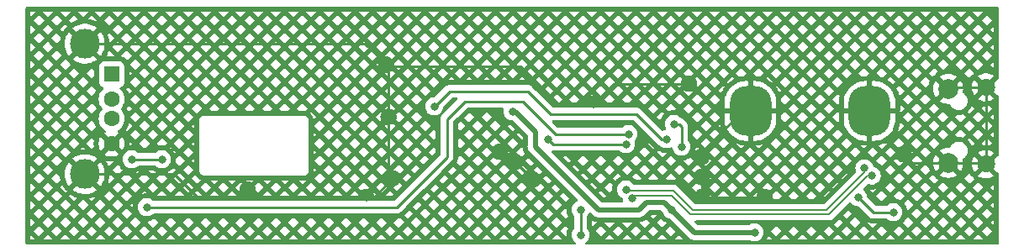
<source format=gbr>
%TF.GenerationSoftware,KiCad,Pcbnew,(6.0.7)*%
%TF.CreationDate,2022-09-11T17:15:05+08:00*%
%TF.ProjectId,Usb_ext,5573625f-6578-4742-9e6b-696361645f70,1.0*%
%TF.SameCoordinates,Original*%
%TF.FileFunction,Copper,L2,Bot*%
%TF.FilePolarity,Positive*%
%FSLAX46Y46*%
G04 Gerber Fmt 4.6, Leading zero omitted, Abs format (unit mm)*
G04 Created by KiCad (PCBNEW (6.0.7)) date 2022-09-11 17:15:05*
%MOMM*%
%LPD*%
G01*
G04 APERTURE LIST*
G04 Aperture macros list*
%AMRoundRect*
0 Rectangle with rounded corners*
0 $1 Rounding radius*
0 $2 $3 $4 $5 $6 $7 $8 $9 X,Y pos of 4 corners*
0 Add a 4 corners polygon primitive as box body*
4,1,4,$2,$3,$4,$5,$6,$7,$8,$9,$2,$3,0*
0 Add four circle primitives for the rounded corners*
1,1,$1+$1,$2,$3*
1,1,$1+$1,$4,$5*
1,1,$1+$1,$6,$7*
1,1,$1+$1,$8,$9*
0 Add four rect primitives between the rounded corners*
20,1,$1+$1,$2,$3,$4,$5,0*
20,1,$1+$1,$4,$5,$6,$7,0*
20,1,$1+$1,$6,$7,$8,$9,0*
20,1,$1+$1,$8,$9,$2,$3,0*%
G04 Aperture macros list end*
%TA.AperFunction,ComponentPad*%
%ADD10R,1.500000X1.600000*%
%TD*%
%TA.AperFunction,ComponentPad*%
%ADD11C,1.600000*%
%TD*%
%TA.AperFunction,ComponentPad*%
%ADD12C,3.000000*%
%TD*%
%TA.AperFunction,ComponentPad*%
%ADD13RoundRect,1.680000X-0.420000X-0.820000X0.420000X-0.820000X0.420000X0.820000X-0.420000X0.820000X0*%
%TD*%
%TA.AperFunction,ComponentPad*%
%ADD14C,1.800000*%
%TD*%
%TA.AperFunction,ComponentPad*%
%ADD15C,2.000000*%
%TD*%
%TA.AperFunction,ViaPad*%
%ADD16C,0.800000*%
%TD*%
%TA.AperFunction,Conductor*%
%ADD17C,0.250000*%
%TD*%
%TA.AperFunction,Conductor*%
%ADD18C,0.510000*%
%TD*%
%TA.AperFunction,Conductor*%
%ADD19C,0.200000*%
%TD*%
G04 APERTURE END LIST*
D10*
%TO.P,J1,1,VBUS*%
%TO.N,+5V*%
X49175000Y-47300000D03*
D11*
%TO.P,J1,2,D-*%
%TO.N,/U2-*%
X49175000Y-49800000D03*
%TO.P,J1,3,D+*%
%TO.N,/U2+*%
X49175000Y-51800000D03*
%TO.P,J1,4,GND*%
%TO.N,GND*%
X49175000Y-54300000D03*
D12*
%TO.P,J1,5,Shield*%
X46465000Y-44230000D03*
X46465000Y-57370000D03*
%TD*%
D13*
%TO.P,Bolt2,1,BOLT*%
%TO.N,GND*%
X125500000Y-51000000D03*
%TD*%
D14*
%TO.P,J2,6,Shield*%
%TO.N,GND*%
X137212000Y-56375000D03*
X137212000Y-48625000D03*
D15*
X133412000Y-56225000D03*
X133412000Y-48775000D03*
%TD*%
D13*
%TO.P,Bolt1,1,BOLT*%
%TO.N,GND*%
X113500000Y-51000000D03*
%TD*%
D16*
%TO.N,GND*%
X89770278Y-56115278D03*
X114935000Y-59690000D03*
X128905000Y-55372000D03*
X107315000Y-48260000D03*
X97663000Y-50292000D03*
X108585000Y-59690000D03*
X77470000Y-57785000D03*
X88265000Y-55118000D03*
X108585000Y-55626000D03*
X76835000Y-46355000D03*
X91567000Y-57912000D03*
X77055000Y-51596000D03*
X62865000Y-58928000D03*
X74803000Y-59690000D03*
X108585000Y-57658000D03*
%TO.N,+5V*%
X113919000Y-63246000D03*
X89535000Y-51054000D03*
X105537000Y-60960000D03*
%TO.N,Net-(D1-Pad1)*%
X101219000Y-53340000D03*
X52705000Y-60706000D03*
%TO.N,+3.3V*%
X105791000Y-52324000D03*
X96393000Y-60960000D03*
X96393000Y-63500000D03*
X106553000Y-54610000D03*
%TO.N,/DIN-*%
X101576730Y-59807232D03*
X125720232Y-57521232D03*
%TO.N,/DIN+*%
X124977768Y-56778768D03*
X100965000Y-58928000D03*
%TO.N,Net-(D2-Pad2)*%
X93091000Y-53848000D03*
X100965000Y-54356000D03*
%TO.N,Net-(D1-Pad2)*%
X54229000Y-55880000D03*
X51181000Y-55880000D03*
%TO.N,Net-(R6-Pad1)*%
X81661000Y-50546000D03*
X105029000Y-53848000D03*
%TO.N,Net-(D3-Pad2)*%
X124333000Y-59690000D03*
X127889000Y-61214000D03*
%TD*%
D17*
%TO.N,GND*%
X99695000Y-48260000D02*
X107315000Y-48260000D01*
X77470000Y-57785000D02*
X75565000Y-59690000D01*
X77055000Y-57370000D02*
X77055000Y-51596000D01*
X112703000Y-51000000D02*
X113500000Y-51000000D01*
X62103000Y-59690000D02*
X62865000Y-58928000D01*
X89789000Y-56134000D02*
X88773000Y-55118000D01*
X77055000Y-57370000D02*
X77470000Y-57785000D01*
X76962000Y-46482000D02*
X76835000Y-46355000D01*
X75565000Y-59690000D02*
X74803000Y-59690000D01*
X97663000Y-50292000D02*
X94107000Y-50292000D01*
X91567000Y-57912000D02*
X89789000Y-56134000D01*
X74710000Y-44230000D02*
X76835000Y-46355000D01*
X137062000Y-56225000D02*
X137212000Y-56375000D01*
X77055000Y-51596000D02*
X77055000Y-46575000D01*
X108585000Y-55626000D02*
X108585000Y-55118000D01*
X90297000Y-46482000D02*
X76962000Y-46482000D01*
X97663000Y-50292000D02*
X99695000Y-48260000D01*
X114935000Y-59690000D02*
X108585000Y-59690000D01*
X46465000Y-57370000D02*
X55465000Y-57370000D01*
X133562000Y-48625000D02*
X133412000Y-48775000D01*
X77055000Y-46575000D02*
X76835000Y-46355000D01*
X137212000Y-48625000D02*
X133562000Y-48625000D01*
X74710000Y-44230000D02*
X46465000Y-44230000D01*
X108585000Y-57658000D02*
X108585000Y-55626000D01*
X129758000Y-56225000D02*
X133412000Y-56225000D01*
X88773000Y-55118000D02*
X88265000Y-55118000D01*
X55465000Y-57370000D02*
X57785000Y-59690000D01*
X57785000Y-59690000D02*
X62103000Y-59690000D01*
X133412000Y-56225000D02*
X137062000Y-56225000D01*
X94107000Y-50292000D02*
X90297000Y-46482000D01*
X108585000Y-59690000D02*
X108585000Y-57658000D01*
X137212000Y-48625000D02*
X137212000Y-56375000D01*
X128905000Y-55372000D02*
X129758000Y-56225000D01*
X108585000Y-55118000D02*
X112703000Y-51000000D01*
X89789000Y-56134000D02*
X89770278Y-56115278D01*
D18*
%TO.N,+5V*%
X105537000Y-60960000D02*
X107823000Y-63246000D01*
X91821000Y-53086000D02*
X91821000Y-54610000D01*
X104775000Y-60198000D02*
X105537000Y-60960000D01*
X107823000Y-63246000D02*
X113919000Y-63246000D01*
X89789000Y-51054000D02*
X91821000Y-53086000D01*
X98171000Y-60960000D02*
X102235000Y-60960000D01*
X91821000Y-54610000D02*
X98171000Y-60960000D01*
X102235000Y-60960000D02*
X102997000Y-60198000D01*
X102997000Y-60198000D02*
X104775000Y-60198000D01*
X89535000Y-51054000D02*
X89789000Y-51054000D01*
D17*
%TO.N,Net-(D1-Pad1)*%
X82931000Y-55626000D02*
X82931000Y-51816000D01*
X77851000Y-60706000D02*
X82931000Y-55626000D01*
X84709000Y-50038000D02*
X90551000Y-50038000D01*
X93853000Y-53340000D02*
X101219000Y-53340000D01*
X82931000Y-51816000D02*
X84709000Y-50038000D01*
X52705000Y-60706000D02*
X77851000Y-60706000D01*
X90551000Y-50038000D02*
X93853000Y-53340000D01*
%TO.N,+3.3V*%
X106553000Y-54610000D02*
X106553000Y-52578000D01*
X106553000Y-52578000D02*
X106299000Y-52324000D01*
X96393000Y-63500000D02*
X96393000Y-60960000D01*
X106299000Y-52324000D02*
X105791000Y-52324000D01*
D19*
%TO.N,/DIN-*%
X105551569Y-59514769D02*
X107475800Y-61439000D01*
X101576730Y-59807232D02*
X101869193Y-59514769D01*
X121378199Y-61439000D02*
X125295967Y-57521232D01*
X107475800Y-61439000D02*
X121378199Y-61439000D01*
X125295967Y-57521232D02*
X125720232Y-57521232D01*
X101869193Y-59514769D02*
X105551569Y-59514769D01*
%TO.N,/DIN+*%
X121191801Y-60989000D02*
X124977768Y-57203033D01*
X101101768Y-59064768D02*
X105737968Y-59064768D01*
X124977768Y-57203033D02*
X124977768Y-56778768D01*
X107662200Y-60989000D02*
X121191801Y-60989000D01*
X105737968Y-59064768D02*
X107662200Y-60989000D01*
X100965000Y-58928000D02*
X101101768Y-59064768D01*
D17*
%TO.N,Net-(D2-Pad2)*%
X93599000Y-54356000D02*
X100965000Y-54356000D01*
X93091000Y-53848000D02*
X93599000Y-54356000D01*
%TO.N,Net-(D1-Pad2)*%
X51181000Y-55880000D02*
X54229000Y-55880000D01*
%TO.N,Net-(R6-Pad1)*%
X105029000Y-53848000D02*
X104521000Y-53848000D01*
X91059000Y-49022000D02*
X83185000Y-49022000D01*
X83185000Y-49022000D02*
X81661000Y-50546000D01*
X104521000Y-53848000D02*
X101981000Y-51308000D01*
X101981000Y-51308000D02*
X93345000Y-51308000D01*
X93345000Y-51308000D02*
X91059000Y-49022000D01*
%TO.N,Net-(D3-Pad2)*%
X124333000Y-59690000D02*
X125857000Y-61214000D01*
X125857000Y-61214000D02*
X127889000Y-61214000D01*
%TD*%
%TA.AperFunction,Conductor*%
%TO.N,GND*%
G36*
X138433621Y-40528502D02*
G01*
X138480114Y-40582158D01*
X138491500Y-40634500D01*
X138491500Y-47701912D01*
X138471498Y-47770033D01*
X138417842Y-47816526D01*
X138394140Y-47819970D01*
X138360973Y-47835238D01*
X137584021Y-48612189D01*
X137576408Y-48626132D01*
X137576539Y-48627966D01*
X137580790Y-48634580D01*
X138358307Y-49412096D01*
X138386088Y-49427266D01*
X138425885Y-49435923D01*
X138476087Y-49486125D01*
X138491500Y-49546511D01*
X138491500Y-55451912D01*
X138471498Y-55520033D01*
X138417842Y-55566526D01*
X138394140Y-55569970D01*
X138360973Y-55585238D01*
X137584021Y-56362189D01*
X137576408Y-56376132D01*
X137576539Y-56377966D01*
X137580790Y-56384580D01*
X138358307Y-57162096D01*
X138386088Y-57177266D01*
X138425885Y-57185923D01*
X138476087Y-57236125D01*
X138491500Y-57296511D01*
X138491500Y-64365500D01*
X138471498Y-64433621D01*
X138417842Y-64480114D01*
X138365500Y-64491500D01*
X96961738Y-64491500D01*
X96893617Y-64471498D01*
X96847124Y-64417842D01*
X96837020Y-64347568D01*
X96866514Y-64282988D01*
X96887677Y-64263564D01*
X96929976Y-64232832D01*
X97004253Y-64178866D01*
X97132040Y-64036944D01*
X97158863Y-63990485D01*
X98773985Y-63990485D01*
X98777000Y-63993500D01*
X99834460Y-63993500D01*
X99837475Y-63990485D01*
X100541752Y-63990485D01*
X100544767Y-63993500D01*
X101602227Y-63993500D01*
X101605242Y-63990485D01*
X102309519Y-63990485D01*
X102312534Y-63993500D01*
X103369994Y-63993500D01*
X103373009Y-63990485D01*
X104077286Y-63990485D01*
X104080301Y-63993500D01*
X105137761Y-63993500D01*
X105140775Y-63990486D01*
X105845053Y-63990486D01*
X105848067Y-63993500D01*
X106786472Y-63993500D01*
X106314255Y-63521283D01*
X105845053Y-63990486D01*
X105140775Y-63990486D01*
X105140776Y-63990485D01*
X104609031Y-63458740D01*
X104077286Y-63990485D01*
X103373009Y-63990485D01*
X102841264Y-63458740D01*
X102309519Y-63990485D01*
X101605242Y-63990485D01*
X101073497Y-63458740D01*
X100541752Y-63990485D01*
X99837475Y-63990485D01*
X99305730Y-63458740D01*
X98773985Y-63990485D01*
X97158863Y-63990485D01*
X97227527Y-63871556D01*
X97286542Y-63689928D01*
X97297729Y-63583495D01*
X97305814Y-63506565D01*
X97306504Y-63500000D01*
X97286542Y-63310072D01*
X97227527Y-63128444D01*
X97214917Y-63106602D01*
X97890101Y-63106602D01*
X98421846Y-63638347D01*
X98953590Y-63106602D01*
X99657868Y-63106602D01*
X100189613Y-63638347D01*
X100721357Y-63106602D01*
X101425635Y-63106602D01*
X101957380Y-63638347D01*
X102489124Y-63106602D01*
X103193402Y-63106602D01*
X103725147Y-63638347D01*
X104256892Y-63106602D01*
X104961169Y-63106602D01*
X105492914Y-63638347D01*
X105962116Y-63169144D01*
X105430372Y-62637400D01*
X104961169Y-63106602D01*
X104256892Y-63106602D01*
X103725147Y-62574857D01*
X103193402Y-63106602D01*
X102489124Y-63106602D01*
X102489125Y-63106601D01*
X101957381Y-62574857D01*
X101425635Y-63106602D01*
X100721357Y-63106602D01*
X100721358Y-63106601D01*
X100189614Y-62574857D01*
X99657868Y-63106602D01*
X98953590Y-63106602D01*
X98953591Y-63106601D01*
X98421847Y-62574857D01*
X97890101Y-63106602D01*
X97214917Y-63106602D01*
X97135341Y-62968774D01*
X97132040Y-62963056D01*
X97058863Y-62881785D01*
X97028147Y-62817779D01*
X97026500Y-62797476D01*
X97026500Y-62048284D01*
X97524500Y-62048284D01*
X97524500Y-62657315D01*
X97526627Y-62660087D01*
X97542110Y-62681397D01*
X97545846Y-62686832D01*
X97559872Y-62708429D01*
X97563320Y-62714056D01*
X97568829Y-62723597D01*
X98069708Y-62222718D01*
X98773985Y-62222718D01*
X99305730Y-62754463D01*
X99837475Y-62222718D01*
X100541752Y-62222718D01*
X101073497Y-62754463D01*
X101605242Y-62222718D01*
X102309519Y-62222718D01*
X102841264Y-62754463D01*
X103373009Y-62222718D01*
X104077286Y-62222718D01*
X104609031Y-62754463D01*
X105071965Y-62291529D01*
X105058249Y-62286263D01*
X105052157Y-62283740D01*
X104877693Y-62206064D01*
X104871738Y-62203223D01*
X104848792Y-62191531D01*
X104842994Y-62188383D01*
X104820182Y-62175212D01*
X104814562Y-62171768D01*
X104792969Y-62157746D01*
X104787530Y-62154008D01*
X104633029Y-62041756D01*
X104627793Y-62037738D01*
X104607780Y-62021531D01*
X104602765Y-62017248D01*
X104583190Y-61999622D01*
X104578407Y-61995082D01*
X104560202Y-61976877D01*
X104555661Y-61972092D01*
X104447754Y-61852250D01*
X104077286Y-62222718D01*
X103373009Y-62222718D01*
X103065475Y-61915184D01*
X103063641Y-61916908D01*
X103058169Y-61921760D01*
X103042345Y-61934991D01*
X103036869Y-61939827D01*
X103032583Y-61943446D01*
X103015545Y-61957194D01*
X103011105Y-61960617D01*
X102993060Y-61973897D01*
X102988469Y-61977120D01*
X102970276Y-61989299D01*
X102965549Y-61992313D01*
X102908290Y-62027059D01*
X102852241Y-62063806D01*
X102846016Y-62067633D01*
X102821285Y-62081869D01*
X102814844Y-62085332D01*
X102788752Y-62098398D01*
X102782116Y-62101484D01*
X102781928Y-62101565D01*
X102781775Y-62101646D01*
X102775210Y-62104885D01*
X102748678Y-62117032D01*
X102741946Y-62119881D01*
X102715355Y-62130235D01*
X102708467Y-62132690D01*
X102644730Y-62153337D01*
X102581759Y-62176195D01*
X102574819Y-62178489D01*
X102547477Y-62186654D01*
X102540411Y-62188542D01*
X102512014Y-62195255D01*
X102504856Y-62196730D01*
X102504638Y-62196768D01*
X102504463Y-62196814D01*
X102497340Y-62198454D01*
X102468728Y-62204171D01*
X102461518Y-62205395D01*
X102433261Y-62209353D01*
X102425998Y-62210156D01*
X102359232Y-62215587D01*
X102337255Y-62218149D01*
X102333622Y-62218519D01*
X102319408Y-62219760D01*
X102315760Y-62220026D01*
X102311992Y-62220245D01*
X102309519Y-62222718D01*
X101605242Y-62222718D01*
X101604024Y-62221500D01*
X100542970Y-62221500D01*
X100541752Y-62222718D01*
X99837475Y-62222718D01*
X99836257Y-62221500D01*
X98775203Y-62221500D01*
X98773985Y-62222718D01*
X98069708Y-62222718D01*
X98068744Y-62221754D01*
X98052476Y-62220303D01*
X98045149Y-62219848D01*
X98039567Y-62219377D01*
X98017802Y-62217051D01*
X98012242Y-62216331D01*
X97990095Y-62212962D01*
X97984574Y-62211996D01*
X97963102Y-62207745D01*
X97957625Y-62206533D01*
X97892560Y-62190613D01*
X97826948Y-62176965D01*
X97819838Y-62175269D01*
X97792289Y-62167849D01*
X97785288Y-62165744D01*
X97757600Y-62156534D01*
X97750726Y-62154023D01*
X97750542Y-62153950D01*
X97750364Y-62153895D01*
X97743432Y-62151544D01*
X97716083Y-62141373D01*
X97709306Y-62138626D01*
X97683183Y-62127145D01*
X97676579Y-62124011D01*
X97616931Y-62093553D01*
X97556209Y-62065173D01*
X97549676Y-62061886D01*
X97524565Y-62048322D01*
X97524500Y-62048284D01*
X97026500Y-62048284D01*
X97026500Y-61662524D01*
X97046502Y-61594403D01*
X97058858Y-61578221D01*
X97132040Y-61496944D01*
X97227527Y-61331556D01*
X97228150Y-61331915D01*
X97270900Y-61281621D01*
X97338828Y-61260973D01*
X97407135Y-61280327D01*
X97429120Y-61297872D01*
X97583429Y-61452181D01*
X97595816Y-61466594D01*
X97608810Y-61484251D01*
X97627116Y-61499803D01*
X97649378Y-61518716D01*
X97656894Y-61525646D01*
X97662650Y-61531402D01*
X97665532Y-61533682D01*
X97685080Y-61549148D01*
X97688484Y-61551939D01*
X97738908Y-61594778D01*
X97738913Y-61594782D01*
X97744492Y-61599521D01*
X97751014Y-61602851D01*
X97756142Y-61606271D01*
X97761334Y-61609478D01*
X97767071Y-61614017D01*
X97773696Y-61617113D01*
X97773697Y-61617114D01*
X97833665Y-61645142D01*
X97837614Y-61647073D01*
X97896528Y-61677156D01*
X97896534Y-61677158D01*
X97903053Y-61680487D01*
X97910165Y-61682228D01*
X97915945Y-61684377D01*
X97921731Y-61686301D01*
X97928361Y-61689400D01*
X97978321Y-61699792D01*
X98000318Y-61704367D01*
X98004606Y-61705338D01*
X98065293Y-61720187D01*
X98075988Y-61722804D01*
X98081588Y-61723151D01*
X98081592Y-61723152D01*
X98087208Y-61723500D01*
X98087206Y-61723538D01*
X98091122Y-61723773D01*
X98095503Y-61724164D01*
X98102667Y-61725654D01*
X98180583Y-61723546D01*
X98183991Y-61723500D01*
X102167550Y-61723500D01*
X102186501Y-61724933D01*
X102200940Y-61727130D01*
X102200943Y-61727130D01*
X102208173Y-61728230D01*
X102215464Y-61727637D01*
X102215467Y-61727637D01*
X102261221Y-61723915D01*
X102271436Y-61723500D01*
X102279585Y-61723500D01*
X102283219Y-61723076D01*
X102283225Y-61723076D01*
X102292744Y-61721966D01*
X102308030Y-61720184D01*
X102312357Y-61719756D01*
X102349994Y-61716694D01*
X102378324Y-61714390D01*
X102378326Y-61714390D01*
X102385623Y-61713796D01*
X102392592Y-61711539D01*
X102398650Y-61710328D01*
X102404571Y-61708929D01*
X102411839Y-61708081D01*
X102420843Y-61704813D01*
X102433226Y-61700318D01*
X102480985Y-61682982D01*
X102485089Y-61681574D01*
X102554994Y-61658928D01*
X102561250Y-61655132D01*
X102566844Y-61652571D01*
X102572313Y-61649832D01*
X102579192Y-61647335D01*
X102631366Y-61613128D01*
X102640652Y-61607040D01*
X102644372Y-61604693D01*
X102702397Y-61569483D01*
X102702401Y-61569480D01*
X102707200Y-61566568D01*
X102712111Y-61562231D01*
X103416798Y-61562231D01*
X103725147Y-61870580D01*
X104136227Y-61459500D01*
X103519529Y-61459500D01*
X103416798Y-61562231D01*
X102712111Y-61562231D01*
X102715626Y-61559126D01*
X102715651Y-61559155D01*
X102718586Y-61556552D01*
X102721959Y-61553732D01*
X102728081Y-61549718D01*
X102781714Y-61493102D01*
X102784091Y-61490661D01*
X103276347Y-60998405D01*
X103338659Y-60964379D01*
X103365442Y-60961500D01*
X104406558Y-60961500D01*
X104474679Y-60981502D01*
X104495653Y-60998405D01*
X104620278Y-61123030D01*
X104651016Y-61173189D01*
X104702473Y-61331556D01*
X104705776Y-61337277D01*
X104705777Y-61337279D01*
X104707059Y-61339500D01*
X104797960Y-61496944D01*
X104802375Y-61501847D01*
X104802379Y-61501852D01*
X104914561Y-61626443D01*
X104925747Y-61638866D01*
X105017579Y-61705586D01*
X105071997Y-61745123D01*
X105080248Y-61751118D01*
X105086276Y-61753802D01*
X105086278Y-61753803D01*
X105246390Y-61825089D01*
X105254712Y-61828794D01*
X105290531Y-61836407D01*
X105308791Y-61840289D01*
X105371689Y-61874441D01*
X107235429Y-63738181D01*
X107247816Y-63752594D01*
X107260810Y-63770251D01*
X107266393Y-63774994D01*
X107301378Y-63804716D01*
X107308894Y-63811646D01*
X107314650Y-63817402D01*
X107317532Y-63819682D01*
X107337080Y-63835148D01*
X107340484Y-63837939D01*
X107390908Y-63880778D01*
X107390913Y-63880782D01*
X107396492Y-63885521D01*
X107403014Y-63888851D01*
X107408142Y-63892271D01*
X107413334Y-63895478D01*
X107419071Y-63900017D01*
X107425696Y-63903113D01*
X107425697Y-63903114D01*
X107485665Y-63931142D01*
X107489614Y-63933073D01*
X107548528Y-63963156D01*
X107548534Y-63963158D01*
X107555053Y-63966487D01*
X107562165Y-63968228D01*
X107567945Y-63970377D01*
X107573731Y-63972301D01*
X107580361Y-63975400D01*
X107630321Y-63985792D01*
X107652318Y-63990367D01*
X107656606Y-63991338D01*
X107722532Y-64007469D01*
X107727988Y-64008804D01*
X107733588Y-64009151D01*
X107733592Y-64009152D01*
X107739208Y-64009500D01*
X107739206Y-64009538D01*
X107743122Y-64009773D01*
X107747503Y-64010164D01*
X107754667Y-64011654D01*
X107832583Y-64009546D01*
X107835991Y-64009500D01*
X113383295Y-64009500D01*
X113450400Y-64031302D01*
X113451189Y-64029936D01*
X113456907Y-64033237D01*
X113462248Y-64037118D01*
X113468276Y-64039802D01*
X113468278Y-64039803D01*
X113630681Y-64112109D01*
X113636712Y-64114794D01*
X113730113Y-64134647D01*
X113817056Y-64153128D01*
X113817061Y-64153128D01*
X113823513Y-64154500D01*
X114014487Y-64154500D01*
X114020939Y-64153128D01*
X114020944Y-64153128D01*
X114107887Y-64134647D01*
X114201288Y-64114794D01*
X114207319Y-64112109D01*
X114369722Y-64039803D01*
X114369724Y-64039802D01*
X114375752Y-64037118D01*
X114413702Y-64009546D01*
X114435787Y-63993500D01*
X115111516Y-63993500D01*
X115744363Y-63993500D01*
X115747377Y-63990486D01*
X115747376Y-63990485D01*
X116451654Y-63990485D01*
X116454669Y-63993500D01*
X117512130Y-63993500D01*
X117515144Y-63990486D01*
X117515143Y-63990485D01*
X118219421Y-63990485D01*
X118222436Y-63993500D01*
X119279897Y-63993500D01*
X119282911Y-63990486D01*
X119282910Y-63990485D01*
X119987188Y-63990485D01*
X119990203Y-63993500D01*
X121047664Y-63993500D01*
X121050678Y-63990486D01*
X121050677Y-63990485D01*
X121754955Y-63990485D01*
X121757970Y-63993500D01*
X122815430Y-63993500D01*
X122818445Y-63990485D01*
X123522722Y-63990485D01*
X123525737Y-63993500D01*
X124583197Y-63993500D01*
X124586212Y-63990485D01*
X125290489Y-63990485D01*
X125293504Y-63993500D01*
X126350964Y-63993500D01*
X126353979Y-63990485D01*
X127058256Y-63990485D01*
X127061271Y-63993500D01*
X128118731Y-63993500D01*
X128121746Y-63990485D01*
X128826023Y-63990485D01*
X128829038Y-63993500D01*
X129886498Y-63993500D01*
X129889513Y-63990485D01*
X130593790Y-63990485D01*
X130596805Y-63993500D01*
X131654265Y-63993500D01*
X131657280Y-63990485D01*
X132361557Y-63990485D01*
X132364572Y-63993500D01*
X133422032Y-63993500D01*
X133425047Y-63990485D01*
X134129324Y-63990485D01*
X134132339Y-63993500D01*
X135189799Y-63993500D01*
X135192814Y-63990485D01*
X135897091Y-63990485D01*
X135900106Y-63993500D01*
X136957566Y-63993500D01*
X136960581Y-63990485D01*
X136428836Y-63458740D01*
X135897091Y-63990485D01*
X135192814Y-63990485D01*
X134661069Y-63458740D01*
X134129324Y-63990485D01*
X133425047Y-63990485D01*
X132893302Y-63458740D01*
X132361557Y-63990485D01*
X131657280Y-63990485D01*
X131125535Y-63458740D01*
X130593790Y-63990485D01*
X129889513Y-63990485D01*
X129357768Y-63458740D01*
X128826023Y-63990485D01*
X128121746Y-63990485D01*
X127590001Y-63458740D01*
X127058256Y-63990485D01*
X126353979Y-63990485D01*
X125822234Y-63458740D01*
X125290489Y-63990485D01*
X124586212Y-63990485D01*
X124054467Y-63458740D01*
X123522722Y-63990485D01*
X122818445Y-63990485D01*
X122286700Y-63458740D01*
X121754955Y-63990485D01*
X121050677Y-63990485D01*
X120518933Y-63458740D01*
X119987188Y-63990485D01*
X119282910Y-63990485D01*
X118751166Y-63458740D01*
X118219421Y-63990485D01*
X117515143Y-63990485D01*
X116983399Y-63458740D01*
X116451654Y-63990485D01*
X115747376Y-63990485D01*
X115298499Y-63541608D01*
X115296245Y-63552211D01*
X115294706Y-63558625D01*
X115288042Y-63583495D01*
X115286168Y-63589819D01*
X115227153Y-63771447D01*
X115224950Y-63777668D01*
X115215722Y-63801706D01*
X115213199Y-63807798D01*
X115202485Y-63831862D01*
X115199645Y-63837816D01*
X115187955Y-63860759D01*
X115184807Y-63866556D01*
X115111516Y-63993500D01*
X114435787Y-63993500D01*
X114530253Y-63924866D01*
X114569950Y-63880778D01*
X114653621Y-63787852D01*
X114653622Y-63787851D01*
X114658040Y-63782944D01*
X114753527Y-63617556D01*
X114812542Y-63435928D01*
X114832504Y-63246000D01*
X114829725Y-63219555D01*
X114817853Y-63106602D01*
X115567771Y-63106602D01*
X116099516Y-63638347D01*
X116631261Y-63106602D01*
X117335538Y-63106602D01*
X117867283Y-63638347D01*
X118399028Y-63106602D01*
X119103305Y-63106602D01*
X119635050Y-63638347D01*
X120166795Y-63106602D01*
X120871072Y-63106602D01*
X121402817Y-63638347D01*
X121934562Y-63106602D01*
X122638839Y-63106602D01*
X123170584Y-63638347D01*
X123702329Y-63106602D01*
X123702328Y-63106601D01*
X124406606Y-63106601D01*
X124938351Y-63638347D01*
X125470096Y-63106602D01*
X125470095Y-63106601D01*
X126174373Y-63106601D01*
X126706118Y-63638347D01*
X127237863Y-63106602D01*
X127237862Y-63106601D01*
X127942140Y-63106601D01*
X128473885Y-63638347D01*
X129005630Y-63106602D01*
X129005629Y-63106601D01*
X129709907Y-63106601D01*
X130241652Y-63638347D01*
X130773397Y-63106602D01*
X131477673Y-63106602D01*
X132009418Y-63638347D01*
X132541162Y-63106602D01*
X133245440Y-63106602D01*
X133777185Y-63638347D01*
X134308929Y-63106602D01*
X135013207Y-63106602D01*
X135544952Y-63638347D01*
X136076696Y-63106602D01*
X136780974Y-63106602D01*
X137312719Y-63638347D01*
X137844464Y-63106601D01*
X137312720Y-62574857D01*
X136780974Y-63106602D01*
X136076696Y-63106602D01*
X136076697Y-63106601D01*
X135544953Y-62574857D01*
X135013207Y-63106602D01*
X134308929Y-63106602D01*
X134308930Y-63106601D01*
X133777186Y-62574857D01*
X133245440Y-63106602D01*
X132541162Y-63106602D01*
X132541163Y-63106601D01*
X132009419Y-62574857D01*
X131477673Y-63106602D01*
X130773397Y-63106602D01*
X130241651Y-62574857D01*
X129709907Y-63106601D01*
X129005629Y-63106601D01*
X128473884Y-62574857D01*
X127942140Y-63106601D01*
X127237862Y-63106601D01*
X126706117Y-62574857D01*
X126174373Y-63106601D01*
X125470095Y-63106601D01*
X124938350Y-62574857D01*
X124406606Y-63106601D01*
X123702328Y-63106601D01*
X123170584Y-62574857D01*
X122638839Y-63106602D01*
X121934562Y-63106602D01*
X121402817Y-62574857D01*
X120871072Y-63106602D01*
X120166795Y-63106602D01*
X119635050Y-62574857D01*
X119103305Y-63106602D01*
X118399028Y-63106602D01*
X117867283Y-62574857D01*
X117335538Y-63106602D01*
X116631261Y-63106602D01*
X116099516Y-62574857D01*
X115567771Y-63106602D01*
X114817853Y-63106602D01*
X114813232Y-63062635D01*
X114813232Y-63062633D01*
X114812542Y-63056072D01*
X114753527Y-62874444D01*
X114658040Y-62709056D01*
X114638030Y-62686832D01*
X114534675Y-62572045D01*
X114534674Y-62572044D01*
X114530253Y-62567134D01*
X114413765Y-62482500D01*
X114381094Y-62458763D01*
X114381093Y-62458762D01*
X114375752Y-62454882D01*
X114369724Y-62452198D01*
X114369722Y-62452197D01*
X114254792Y-62401027D01*
X121933264Y-62401027D01*
X122286700Y-62754463D01*
X122818445Y-62222718D01*
X123522722Y-62222718D01*
X124054467Y-62754463D01*
X124586212Y-62222718D01*
X125290489Y-62222718D01*
X125822234Y-62754463D01*
X126231197Y-62345500D01*
X125910350Y-62345500D01*
X125883806Y-62348009D01*
X125875910Y-62348506D01*
X125845034Y-62349477D01*
X125837115Y-62349477D01*
X125805548Y-62348485D01*
X125797646Y-62347988D01*
X125768010Y-62345186D01*
X125738232Y-62343313D01*
X125730351Y-62342568D01*
X125699017Y-62338610D01*
X125691195Y-62337371D01*
X125660850Y-62331582D01*
X125653128Y-62329856D01*
X125627292Y-62323223D01*
X125600948Y-62319050D01*
X125593172Y-62317566D01*
X125563025Y-62310827D01*
X125555359Y-62308859D01*
X125525028Y-62300047D01*
X125517500Y-62297601D01*
X125489438Y-62287498D01*
X125461114Y-62278296D01*
X125453662Y-62275614D01*
X125424296Y-62263987D01*
X125417031Y-62260843D01*
X125389080Y-62247690D01*
X125387108Y-62246685D01*
X128849990Y-62246685D01*
X129357768Y-62754463D01*
X129889513Y-62222718D01*
X130593790Y-62222718D01*
X131125535Y-62754463D01*
X131657280Y-62222718D01*
X132361557Y-62222718D01*
X132893302Y-62754463D01*
X133425047Y-62222718D01*
X134129324Y-62222718D01*
X134661069Y-62754463D01*
X135192814Y-62222718D01*
X135897091Y-62222718D01*
X136428836Y-62754463D01*
X136960581Y-62222718D01*
X137664858Y-62222718D01*
X137993500Y-62551360D01*
X137993500Y-61894076D01*
X137664858Y-62222718D01*
X136960581Y-62222718D01*
X136428836Y-61690973D01*
X135897091Y-62222718D01*
X135192814Y-62222718D01*
X134661069Y-61690973D01*
X134129324Y-62222718D01*
X133425047Y-62222718D01*
X132893302Y-61690973D01*
X132361557Y-62222718D01*
X131657280Y-62222718D01*
X131125535Y-61690973D01*
X130593790Y-62222718D01*
X129889513Y-62222718D01*
X129357768Y-61690973D01*
X129073695Y-61975046D01*
X129059320Y-61999944D01*
X129055872Y-62005571D01*
X129041846Y-62027168D01*
X129038110Y-62032603D01*
X129022627Y-62053913D01*
X129018615Y-62059143D01*
X129002413Y-62079152D01*
X128998126Y-62084170D01*
X128870339Y-62226092D01*
X128865798Y-62230877D01*
X128849990Y-62246685D01*
X125387108Y-62246685D01*
X125382027Y-62244096D01*
X125358639Y-62231238D01*
X125334178Y-62220653D01*
X125327016Y-62217283D01*
X125306419Y-62206788D01*
X125290489Y-62222718D01*
X124586212Y-62222718D01*
X124054467Y-61690973D01*
X123522722Y-62222718D01*
X122818445Y-62222718D01*
X122488876Y-61893149D01*
X122211894Y-62170131D01*
X122207274Y-62176152D01*
X122202044Y-62182525D01*
X122180825Y-62206721D01*
X122175187Y-62212741D01*
X122151929Y-62235998D01*
X122145912Y-62241633D01*
X122121723Y-62262846D01*
X122115350Y-62268076D01*
X122083438Y-62292563D01*
X122083435Y-62292565D01*
X121988239Y-62365612D01*
X121981537Y-62370415D01*
X121954784Y-62388291D01*
X121947784Y-62392644D01*
X121933264Y-62401027D01*
X114254792Y-62401027D01*
X114207319Y-62379891D01*
X114207318Y-62379891D01*
X114201288Y-62377206D01*
X114107888Y-62357353D01*
X114020944Y-62338872D01*
X114020939Y-62338872D01*
X114014487Y-62337500D01*
X113823513Y-62337500D01*
X113817061Y-62338872D01*
X113817056Y-62338872D01*
X113730112Y-62357353D01*
X113636712Y-62377206D01*
X113630682Y-62379891D01*
X113630681Y-62379891D01*
X113468278Y-62452197D01*
X113468276Y-62452198D01*
X113462248Y-62454882D01*
X113456907Y-62458763D01*
X113451189Y-62462064D01*
X113450400Y-62460698D01*
X113383295Y-62482500D01*
X108191442Y-62482500D01*
X108123321Y-62462498D01*
X108102347Y-62445595D01*
X107919347Y-62262595D01*
X107885321Y-62200283D01*
X107890386Y-62129468D01*
X107932933Y-62072632D01*
X107999453Y-62047821D01*
X108008442Y-62047500D01*
X121330063Y-62047500D01*
X121346506Y-62048578D01*
X121378199Y-62052750D01*
X121386388Y-62051672D01*
X121418073Y-62047501D01*
X121418083Y-62047500D01*
X121418084Y-62047500D01*
X121446994Y-62043694D01*
X121517656Y-62034391D01*
X121528863Y-62032916D01*
X121528865Y-62032915D01*
X121537050Y-62031838D01*
X121685075Y-61970524D01*
X121709133Y-61952064D01*
X121780271Y-61897477D01*
X121780274Y-61897474D01*
X121805633Y-61878015D01*
X121812186Y-61872987D01*
X121817216Y-61866432D01*
X121831651Y-61847621D01*
X121842518Y-61835230D01*
X122136738Y-61541010D01*
X122841014Y-61541010D01*
X123170584Y-61870580D01*
X123702329Y-61338835D01*
X123372759Y-61009265D01*
X122841014Y-61541010D01*
X122136738Y-61541010D01*
X123432247Y-60245501D01*
X123494559Y-60211475D01*
X123565374Y-60216540D01*
X123614974Y-60250283D01*
X123721747Y-60368866D01*
X123876248Y-60481118D01*
X123882276Y-60483802D01*
X123882278Y-60483803D01*
X124016574Y-60543595D01*
X124050712Y-60558794D01*
X124144113Y-60578647D01*
X124231056Y-60597128D01*
X124231061Y-60597128D01*
X124237513Y-60598500D01*
X124293406Y-60598500D01*
X124361527Y-60618502D01*
X124382501Y-60635405D01*
X125353343Y-61606247D01*
X125360887Y-61614537D01*
X125365000Y-61621018D01*
X125370777Y-61626443D01*
X125414667Y-61667658D01*
X125417509Y-61670413D01*
X125437230Y-61690134D01*
X125440425Y-61692612D01*
X125449447Y-61700318D01*
X125481679Y-61730586D01*
X125488628Y-61734406D01*
X125499432Y-61740346D01*
X125515956Y-61751199D01*
X125531959Y-61763613D01*
X125572543Y-61781176D01*
X125583173Y-61786383D01*
X125621940Y-61807695D01*
X125629617Y-61809666D01*
X125629622Y-61809668D01*
X125641558Y-61812732D01*
X125660266Y-61819137D01*
X125678855Y-61827181D01*
X125686680Y-61828420D01*
X125686682Y-61828421D01*
X125722519Y-61834097D01*
X125734140Y-61836504D01*
X125769289Y-61845528D01*
X125776970Y-61847500D01*
X125797231Y-61847500D01*
X125816940Y-61849051D01*
X125836943Y-61852219D01*
X125844835Y-61851473D01*
X125850062Y-61850979D01*
X125880954Y-61848059D01*
X125892811Y-61847500D01*
X127180800Y-61847500D01*
X127248921Y-61867502D01*
X127268147Y-61883843D01*
X127268420Y-61883540D01*
X127273332Y-61887963D01*
X127277747Y-61892866D01*
X127287577Y-61900008D01*
X127425127Y-61999944D01*
X127432248Y-62005118D01*
X127438276Y-62007802D01*
X127438278Y-62007803D01*
X127598532Y-62079152D01*
X127606712Y-62082794D01*
X127680123Y-62098398D01*
X127787056Y-62121128D01*
X127787061Y-62121128D01*
X127793513Y-62122500D01*
X127984487Y-62122500D01*
X127990939Y-62121128D01*
X127990944Y-62121128D01*
X128097877Y-62098398D01*
X128171288Y-62082794D01*
X128179468Y-62079152D01*
X128339722Y-62007803D01*
X128339724Y-62007802D01*
X128345752Y-62005118D01*
X128352874Y-61999944D01*
X128418774Y-61952064D01*
X128500253Y-61892866D01*
X128518152Y-61872987D01*
X128623621Y-61755852D01*
X128623622Y-61755851D01*
X128628040Y-61750944D01*
X128705307Y-61617114D01*
X128720223Y-61591279D01*
X128720224Y-61591278D01*
X128723527Y-61585556D01*
X128782542Y-61403928D01*
X128784138Y-61388749D01*
X128789384Y-61338835D01*
X129709907Y-61338835D01*
X130241652Y-61870580D01*
X130773397Y-61338835D01*
X131477673Y-61338835D01*
X132009418Y-61870580D01*
X132541163Y-61338835D01*
X133245440Y-61338835D01*
X133777185Y-61870580D01*
X134308930Y-61338835D01*
X135013207Y-61338835D01*
X135544952Y-61870580D01*
X136076697Y-61338835D01*
X136780974Y-61338835D01*
X137312719Y-61870580D01*
X137844464Y-61338835D01*
X137312719Y-60807090D01*
X136780974Y-61338835D01*
X136076697Y-61338835D01*
X135544952Y-60807090D01*
X135013207Y-61338835D01*
X134308930Y-61338835D01*
X133777185Y-60807090D01*
X133245440Y-61338835D01*
X132541163Y-61338835D01*
X132009418Y-60807090D01*
X131477673Y-61338835D01*
X130773397Y-61338835D01*
X130241652Y-60807090D01*
X129709907Y-61338835D01*
X128789384Y-61338835D01*
X128801814Y-61220565D01*
X128802504Y-61214000D01*
X128794453Y-61137395D01*
X128783232Y-61030635D01*
X128783232Y-61030633D01*
X128782542Y-61024072D01*
X128723527Y-60842444D01*
X128628040Y-60677056D01*
X128605662Y-60652202D01*
X128504675Y-60540045D01*
X128504674Y-60540044D01*
X128500253Y-60535134D01*
X128353862Y-60428774D01*
X128351094Y-60426763D01*
X128351093Y-60426762D01*
X128345752Y-60422882D01*
X128339724Y-60420198D01*
X128339722Y-60420197D01*
X128177319Y-60347891D01*
X128177318Y-60347891D01*
X128171288Y-60345206D01*
X128077887Y-60325353D01*
X128013850Y-60311741D01*
X128969233Y-60311741D01*
X128998126Y-60343830D01*
X129002413Y-60348848D01*
X129018615Y-60368857D01*
X129022627Y-60374087D01*
X129038110Y-60395397D01*
X129041846Y-60400832D01*
X129055872Y-60422429D01*
X129059320Y-60428056D01*
X129154807Y-60593444D01*
X129157955Y-60599241D01*
X129169645Y-60622184D01*
X129172485Y-60628138D01*
X129183199Y-60652202D01*
X129185722Y-60658294D01*
X129194950Y-60682332D01*
X129197153Y-60688553D01*
X129256168Y-60870181D01*
X129258042Y-60876505D01*
X129261873Y-60890801D01*
X129357768Y-60986696D01*
X129889513Y-60454951D01*
X130593790Y-60454951D01*
X131125535Y-60986696D01*
X131657280Y-60454951D01*
X132361557Y-60454951D01*
X132893302Y-60986696D01*
X133425047Y-60454951D01*
X134129324Y-60454951D01*
X134661069Y-60986696D01*
X135192814Y-60454951D01*
X135897091Y-60454951D01*
X136428836Y-60986696D01*
X136960581Y-60454951D01*
X137664858Y-60454951D01*
X137993500Y-60783593D01*
X137993500Y-60126309D01*
X137664858Y-60454951D01*
X136960581Y-60454951D01*
X136428836Y-59923206D01*
X135897091Y-60454951D01*
X135192814Y-60454951D01*
X134661069Y-59923206D01*
X134129324Y-60454951D01*
X133425047Y-60454951D01*
X132893302Y-59923206D01*
X132361557Y-60454951D01*
X131657280Y-60454951D01*
X131125535Y-59923206D01*
X130593790Y-60454951D01*
X129889513Y-60454951D01*
X129357768Y-59923206D01*
X128969233Y-60311741D01*
X128013850Y-60311741D01*
X127990944Y-60306872D01*
X127990939Y-60306872D01*
X127984487Y-60305500D01*
X127793513Y-60305500D01*
X127787061Y-60306872D01*
X127787056Y-60306872D01*
X127700113Y-60325353D01*
X127606712Y-60345206D01*
X127600682Y-60347891D01*
X127600681Y-60347891D01*
X127438278Y-60420197D01*
X127438276Y-60420198D01*
X127432248Y-60422882D01*
X127426907Y-60426762D01*
X127426906Y-60426763D01*
X127424138Y-60428774D01*
X127277747Y-60535134D01*
X127273332Y-60540037D01*
X127268420Y-60544460D01*
X127267295Y-60543211D01*
X127213986Y-60576051D01*
X127180800Y-60580500D01*
X126171595Y-60580500D01*
X126103474Y-60560498D01*
X126082500Y-60543595D01*
X125280122Y-59741217D01*
X125246096Y-59678905D01*
X125243907Y-59665292D01*
X125234004Y-59571068D01*
X126174373Y-59571068D01*
X126685806Y-60082500D01*
X126726431Y-60082500D01*
X127237862Y-59571069D01*
X127942140Y-59571069D01*
X128216831Y-59845760D01*
X128274829Y-59858088D01*
X128281241Y-59859628D01*
X128306113Y-59866292D01*
X128312441Y-59868166D01*
X128337493Y-59876306D01*
X128343713Y-59878509D01*
X128367751Y-59887737D01*
X128373843Y-59890260D01*
X128548307Y-59967936D01*
X128554262Y-59970777D01*
X128577208Y-59982469D01*
X128583006Y-59985617D01*
X128588125Y-59988573D01*
X129005630Y-59571068D01*
X129709907Y-59571068D01*
X130241652Y-60102813D01*
X130773397Y-59571068D01*
X131477673Y-59571068D01*
X132009418Y-60102813D01*
X132541163Y-59571068D01*
X133245440Y-59571068D01*
X133777185Y-60102813D01*
X134308930Y-59571068D01*
X135013207Y-59571068D01*
X135544952Y-60102813D01*
X136076697Y-59571068D01*
X136780974Y-59571068D01*
X137312719Y-60102813D01*
X137844464Y-59571068D01*
X137312719Y-59039323D01*
X136780974Y-59571068D01*
X136076697Y-59571068D01*
X135544952Y-59039323D01*
X135013207Y-59571068D01*
X134308930Y-59571068D01*
X133777185Y-59039323D01*
X133245440Y-59571068D01*
X132541163Y-59571068D01*
X132009418Y-59039323D01*
X131477673Y-59571068D01*
X130773397Y-59571068D01*
X130241652Y-59039323D01*
X129709907Y-59571068D01*
X129005630Y-59571068D01*
X128473885Y-59039323D01*
X127942140Y-59571069D01*
X127237862Y-59571069D01*
X127237863Y-59571068D01*
X126706118Y-59039323D01*
X126174373Y-59571068D01*
X125234004Y-59571068D01*
X125227232Y-59506635D01*
X125227232Y-59506633D01*
X125226542Y-59500072D01*
X125167527Y-59318444D01*
X125162873Y-59310382D01*
X125088664Y-59181850D01*
X125072040Y-59153056D01*
X125061649Y-59141515D01*
X124948675Y-59016045D01*
X124948674Y-59016044D01*
X124944253Y-59011134D01*
X124902798Y-58981015D01*
X124859444Y-58924792D01*
X124858738Y-58916567D01*
X125519873Y-58916567D01*
X125822234Y-59218929D01*
X126190355Y-58850807D01*
X126174945Y-58856723D01*
X126168725Y-58858926D01*
X126143673Y-58867066D01*
X126137345Y-58868940D01*
X126112473Y-58875604D01*
X126106061Y-58877144D01*
X125919260Y-58916850D01*
X125912775Y-58918052D01*
X125887338Y-58922081D01*
X125880795Y-58922942D01*
X125854598Y-58925695D01*
X125848021Y-58926212D01*
X125822311Y-58927559D01*
X125815719Y-58927732D01*
X125624745Y-58927732D01*
X125618153Y-58927559D01*
X125592443Y-58926212D01*
X125585866Y-58925695D01*
X125559669Y-58922942D01*
X125553126Y-58922081D01*
X125527689Y-58918052D01*
X125521205Y-58916850D01*
X125519873Y-58916567D01*
X124858738Y-58916567D01*
X124853369Y-58854056D01*
X124887764Y-58789984D01*
X124990564Y-58687184D01*
X127058256Y-58687184D01*
X127590001Y-59218929D01*
X128121746Y-58687184D01*
X128826023Y-58687184D01*
X129357768Y-59218929D01*
X129889513Y-58687184D01*
X130593790Y-58687184D01*
X131125535Y-59218929D01*
X131657280Y-58687184D01*
X132361557Y-58687184D01*
X132893302Y-59218929D01*
X133425047Y-58687184D01*
X134129324Y-58687184D01*
X134661069Y-59218929D01*
X135192814Y-58687184D01*
X135897091Y-58687184D01*
X136428836Y-59218929D01*
X136960581Y-58687184D01*
X137664858Y-58687184D01*
X137993500Y-59015826D01*
X137993500Y-58358542D01*
X137664858Y-58687184D01*
X136960581Y-58687184D01*
X136428836Y-58155439D01*
X135897091Y-58687184D01*
X135192814Y-58687184D01*
X134661069Y-58155439D01*
X134129324Y-58687184D01*
X133425047Y-58687184D01*
X132903875Y-58166012D01*
X132886823Y-58161918D01*
X132361557Y-58687184D01*
X131657280Y-58687184D01*
X131125535Y-58155439D01*
X130593790Y-58687184D01*
X129889513Y-58687184D01*
X129357768Y-58155439D01*
X128826023Y-58687184D01*
X128121746Y-58687184D01*
X127590001Y-58155439D01*
X127058256Y-58687184D01*
X124990564Y-58687184D01*
X125272767Y-58404981D01*
X125335079Y-58370955D01*
X125405894Y-58376020D01*
X125413104Y-58378967D01*
X125421526Y-58382717D01*
X125431908Y-58387339D01*
X125431911Y-58387340D01*
X125437944Y-58390026D01*
X125469691Y-58396774D01*
X125618288Y-58428360D01*
X125618293Y-58428360D01*
X125624745Y-58429732D01*
X125815719Y-58429732D01*
X125822171Y-58428360D01*
X125822176Y-58428360D01*
X125909119Y-58409879D01*
X126002520Y-58390026D01*
X126008555Y-58387339D01*
X126170954Y-58315035D01*
X126170956Y-58315034D01*
X126176984Y-58312350D01*
X126331485Y-58200098D01*
X126362176Y-58166012D01*
X126454853Y-58063084D01*
X126454854Y-58063083D01*
X126459272Y-58058176D01*
X126554759Y-57892788D01*
X126583835Y-57803301D01*
X127942140Y-57803301D01*
X128473885Y-58335046D01*
X129005630Y-57803301D01*
X129709907Y-57803301D01*
X130241652Y-58335046D01*
X130773397Y-57803301D01*
X131477673Y-57803301D01*
X132009418Y-58335046D01*
X132391894Y-57952570D01*
X132277903Y-57882715D01*
X132275431Y-57881161D01*
X132265844Y-57874976D01*
X132263406Y-57873362D01*
X132253732Y-57866798D01*
X132237474Y-57853674D01*
X132184705Y-57803301D01*
X135013207Y-57803301D01*
X135544952Y-58335046D01*
X136028911Y-57851086D01*
X135993517Y-57803806D01*
X135987187Y-57794513D01*
X135964140Y-57757203D01*
X135949827Y-57724321D01*
X135931722Y-57658327D01*
X135928502Y-57655107D01*
X135924964Y-57654357D01*
X135882510Y-57643360D01*
X135849424Y-57629517D01*
X135767052Y-57580244D01*
X135747199Y-57565547D01*
X135714990Y-57536406D01*
X136415423Y-57536406D01*
X136420704Y-57543461D01*
X136597080Y-57646527D01*
X136606363Y-57650974D01*
X136813003Y-57729883D01*
X136822901Y-57732759D01*
X137039653Y-57776857D01*
X137049883Y-57778076D01*
X137270914Y-57786182D01*
X137281223Y-57785714D01*
X137500623Y-57757608D01*
X137510688Y-57755468D01*
X137722557Y-57691905D01*
X137732152Y-57688144D01*
X137930778Y-57590838D01*
X137939636Y-57585559D01*
X137997097Y-57544572D01*
X138005497Y-57533874D01*
X137998510Y-57520721D01*
X137224811Y-56747021D01*
X137210868Y-56739408D01*
X137209034Y-56739539D01*
X137202420Y-56743790D01*
X136422180Y-57524031D01*
X136415423Y-57536406D01*
X135714990Y-57536406D01*
X135694552Y-57517915D01*
X135682115Y-57504934D01*
X135637408Y-57451048D01*
X135626946Y-57436429D01*
X135533147Y-57283361D01*
X135013207Y-57803301D01*
X132184705Y-57803301D01*
X132178663Y-57797533D01*
X132164798Y-57781902D01*
X132122251Y-57725066D01*
X132115921Y-57715774D01*
X132092875Y-57678465D01*
X132078563Y-57645583D01*
X132060214Y-57578699D01*
X132052301Y-57577022D01*
X132009850Y-57566026D01*
X131976764Y-57552183D01*
X131894391Y-57502910D01*
X131874539Y-57488214D01*
X131840778Y-57457670D01*
X132544160Y-57457670D01*
X132549887Y-57465320D01*
X132721042Y-57570205D01*
X132729837Y-57574687D01*
X132939988Y-57661734D01*
X132949373Y-57664783D01*
X133170554Y-57717885D01*
X133180301Y-57719428D01*
X133407070Y-57737275D01*
X133416930Y-57737275D01*
X133643699Y-57719428D01*
X133653446Y-57717885D01*
X133874627Y-57664783D01*
X133884012Y-57661734D01*
X134094163Y-57574687D01*
X134102958Y-57570205D01*
X134270445Y-57467568D01*
X134279907Y-57457110D01*
X134276124Y-57448334D01*
X133424812Y-56597022D01*
X133410868Y-56589408D01*
X133409035Y-56589539D01*
X133402420Y-56593790D01*
X132550920Y-57445290D01*
X132544160Y-57457670D01*
X131840778Y-57457670D01*
X131831604Y-57449370D01*
X131477673Y-57803301D01*
X130773397Y-57803301D01*
X130241652Y-57271556D01*
X129709907Y-57803301D01*
X129005630Y-57803301D01*
X128473885Y-57271556D01*
X127942140Y-57803301D01*
X126583835Y-57803301D01*
X126613774Y-57711160D01*
X126615944Y-57690520D01*
X126633046Y-57527797D01*
X126633736Y-57521232D01*
X126629567Y-57481565D01*
X126614464Y-57337867D01*
X126614464Y-57337865D01*
X126613774Y-57331304D01*
X126554759Y-57149676D01*
X126544373Y-57131686D01*
X126491956Y-57040898D01*
X126459272Y-56984288D01*
X126446802Y-56970438D01*
X126400862Y-56919417D01*
X127058256Y-56919417D01*
X127590001Y-57451162D01*
X128121746Y-56919417D01*
X128826023Y-56919417D01*
X129357768Y-57451162D01*
X129889513Y-56919417D01*
X130593790Y-56919417D01*
X131125536Y-57451162D01*
X131566118Y-57010580D01*
X131513279Y-56883015D01*
X131511475Y-56878405D01*
X131504791Y-56860286D01*
X131503171Y-56855615D01*
X131497061Y-56836811D01*
X131495625Y-56832077D01*
X131490381Y-56813484D01*
X131489131Y-56808695D01*
X131470988Y-56733125D01*
X131125535Y-56387672D01*
X130593790Y-56919417D01*
X129889513Y-56919417D01*
X129357768Y-56387672D01*
X128826023Y-56919417D01*
X128121746Y-56919417D01*
X127590001Y-56387672D01*
X127058256Y-56919417D01*
X126400862Y-56919417D01*
X126335907Y-56847277D01*
X126335906Y-56847276D01*
X126331485Y-56842366D01*
X126202695Y-56748794D01*
X126182326Y-56733995D01*
X126182325Y-56733994D01*
X126176984Y-56730114D01*
X126170956Y-56727430D01*
X126170954Y-56727429D01*
X126008551Y-56655123D01*
X126008550Y-56655123D01*
X126002520Y-56652438D01*
X125996059Y-56651065D01*
X125996054Y-56651063D01*
X125954929Y-56642321D01*
X125892455Y-56608593D01*
X125861293Y-56558011D01*
X125814337Y-56413497D01*
X125812295Y-56407212D01*
X125799229Y-56384580D01*
X125720109Y-56247542D01*
X125716808Y-56241824D01*
X125700641Y-56223868D01*
X125593443Y-56104813D01*
X125593442Y-56104812D01*
X125589021Y-56099902D01*
X125500428Y-56035535D01*
X126174373Y-56035535D01*
X126458732Y-56319894D01*
X126464262Y-56323485D01*
X126469702Y-56327224D01*
X126624203Y-56439476D01*
X126629439Y-56443494D01*
X126649452Y-56459701D01*
X126654467Y-56463984D01*
X126674042Y-56481610D01*
X126678825Y-56486150D01*
X126697030Y-56504355D01*
X126701571Y-56509139D01*
X126731272Y-56542125D01*
X127237863Y-56035534D01*
X127942140Y-56035534D01*
X128473885Y-56567279D01*
X128843987Y-56197177D01*
X128807322Y-56196601D01*
X128777328Y-56192493D01*
X128613447Y-56149500D01*
X128585298Y-56138355D01*
X128436403Y-56057511D01*
X128411725Y-56039974D01*
X128406846Y-56035534D01*
X129709907Y-56035534D01*
X130241652Y-56567279D01*
X130579001Y-56229930D01*
X131899725Y-56229930D01*
X131917572Y-56456699D01*
X131919115Y-56466446D01*
X131972217Y-56687627D01*
X131975266Y-56697012D01*
X132062313Y-56907163D01*
X132066795Y-56915958D01*
X132169432Y-57083445D01*
X132179890Y-57092907D01*
X132188666Y-57089124D01*
X133039978Y-56237812D01*
X133047592Y-56223868D01*
X133047461Y-56222035D01*
X133043210Y-56215420D01*
X132191710Y-55363920D01*
X132179330Y-55357160D01*
X132171680Y-55362887D01*
X132066795Y-55534042D01*
X132062313Y-55542837D01*
X131975266Y-55752988D01*
X131972217Y-55762373D01*
X131919115Y-55983554D01*
X131917572Y-55993301D01*
X131899725Y-56220070D01*
X131899725Y-56229930D01*
X130579001Y-56229930D01*
X130773397Y-56035534D01*
X130241652Y-55503789D01*
X129709907Y-56035534D01*
X128406846Y-56035534D01*
X128286412Y-55925948D01*
X128266630Y-55903030D01*
X128189471Y-55788204D01*
X127942140Y-56035534D01*
X127237863Y-56035534D01*
X126706118Y-55503789D01*
X126174373Y-56035535D01*
X125500428Y-56035535D01*
X125460066Y-56006210D01*
X125439862Y-55991531D01*
X125439861Y-55991530D01*
X125434520Y-55987650D01*
X125428492Y-55984966D01*
X125428490Y-55984965D01*
X125266087Y-55912659D01*
X125266086Y-55912659D01*
X125260056Y-55909974D01*
X125139529Y-55884355D01*
X125079712Y-55871640D01*
X125079707Y-55871640D01*
X125073255Y-55870268D01*
X124882281Y-55870268D01*
X124875829Y-55871640D01*
X124875824Y-55871640D01*
X124816007Y-55884355D01*
X124695480Y-55909974D01*
X124689450Y-55912659D01*
X124689449Y-55912659D01*
X124527046Y-55984965D01*
X124527044Y-55984966D01*
X124521016Y-55987650D01*
X124515675Y-55991530D01*
X124515674Y-55991531D01*
X124495470Y-56006210D01*
X124366515Y-56099902D01*
X124362094Y-56104812D01*
X124362093Y-56104813D01*
X124254896Y-56223868D01*
X124238728Y-56241824D01*
X124235427Y-56247542D01*
X124156308Y-56384580D01*
X124143241Y-56407212D01*
X124084226Y-56588840D01*
X124083536Y-56595401D01*
X124083536Y-56595403D01*
X124070450Y-56719913D01*
X124064264Y-56778768D01*
X124064954Y-56785333D01*
X124083497Y-56961756D01*
X124084226Y-56968696D01*
X124125926Y-57097035D01*
X124127954Y-57168000D01*
X124095188Y-57225064D01*
X120976657Y-60343595D01*
X120914345Y-60377621D01*
X120887562Y-60380500D01*
X107966439Y-60380500D01*
X107898318Y-60360498D01*
X107877344Y-60343595D01*
X106884454Y-59350705D01*
X109339830Y-59350705D01*
X109387653Y-59477262D01*
X109394874Y-59506663D01*
X109415228Y-59674863D01*
X109416134Y-59691322D01*
X109415979Y-59706089D01*
X109415222Y-59716039D01*
X109560193Y-59571068D01*
X110264470Y-59571068D01*
X110575902Y-59882500D01*
X111016528Y-59882500D01*
X111327960Y-59571068D01*
X112032237Y-59571068D01*
X112343669Y-59882500D01*
X112784295Y-59882500D01*
X113095727Y-59571068D01*
X113800004Y-59571068D01*
X114111436Y-59882500D01*
X114127391Y-59882500D01*
X114123251Y-59864847D01*
X114104659Y-59696443D01*
X114104976Y-59666170D01*
X114127090Y-59498193D01*
X114134619Y-59468869D01*
X114152873Y-59422049D01*
X115716790Y-59422049D01*
X115737653Y-59477262D01*
X115744874Y-59506663D01*
X115765228Y-59674863D01*
X115766134Y-59691322D01*
X115765979Y-59706089D01*
X115764729Y-59722520D01*
X115759060Y-59762357D01*
X115879203Y-59882500D01*
X116319829Y-59882500D01*
X116631261Y-59571068D01*
X117335538Y-59571068D01*
X117646970Y-59882500D01*
X118087596Y-59882500D01*
X118399028Y-59571068D01*
X119103305Y-59571068D01*
X119414737Y-59882500D01*
X119855363Y-59882500D01*
X120166795Y-59571068D01*
X120871072Y-59571068D01*
X120957990Y-59657986D01*
X121489735Y-59126241D01*
X121402817Y-59039323D01*
X120871072Y-59571068D01*
X120166795Y-59571068D01*
X119635050Y-59039323D01*
X119103305Y-59571068D01*
X118399028Y-59571068D01*
X117867283Y-59039323D01*
X117335538Y-59571068D01*
X116631261Y-59571068D01*
X116099516Y-59039323D01*
X115716790Y-59422049D01*
X114152873Y-59422049D01*
X114196164Y-59311015D01*
X114210470Y-59284334D01*
X114307891Y-59145718D01*
X114328149Y-59123220D01*
X114374880Y-59082454D01*
X114331749Y-59039323D01*
X113800004Y-59571068D01*
X113095727Y-59571068D01*
X112563982Y-59039323D01*
X112032237Y-59571068D01*
X111327960Y-59571068D01*
X110796215Y-59039323D01*
X110264470Y-59571068D01*
X109560193Y-59571068D01*
X109339830Y-59350705D01*
X106884454Y-59350705D01*
X106220934Y-58687185D01*
X107612820Y-58687185D01*
X108015912Y-59090277D01*
X108105823Y-59011843D01*
X108130862Y-58994826D01*
X108281418Y-58917118D01*
X108309794Y-58906565D01*
X108474539Y-58867013D01*
X108499351Y-58864143D01*
X108676309Y-58687185D01*
X109380587Y-58687185D01*
X109912331Y-59218929D01*
X110444076Y-58687185D01*
X111148354Y-58687185D01*
X111680098Y-59218929D01*
X112211844Y-58687184D01*
X112916120Y-58687184D01*
X113447866Y-59218929D01*
X113979610Y-58687185D01*
X113979609Y-58687184D01*
X114683887Y-58687184D01*
X114860267Y-58863564D01*
X115024038Y-58864421D01*
X115054074Y-58868215D01*
X115218396Y-58909490D01*
X115246659Y-58920340D01*
X115396393Y-58999620D01*
X115419136Y-59015426D01*
X115747377Y-58687185D01*
X115747376Y-58687184D01*
X116451654Y-58687184D01*
X116983400Y-59218929D01*
X117515144Y-58687185D01*
X117515143Y-58687184D01*
X118219421Y-58687184D01*
X118751167Y-59218929D01*
X119282911Y-58687185D01*
X119282910Y-58687184D01*
X119987188Y-58687184D01*
X120518934Y-59218929D01*
X121050678Y-58687185D01*
X121050677Y-58687184D01*
X121754955Y-58687184D01*
X121841873Y-58774102D01*
X122373618Y-58242357D01*
X122286700Y-58155439D01*
X121754955Y-58687184D01*
X121050677Y-58687184D01*
X120518933Y-58155439D01*
X119987188Y-58687184D01*
X119282910Y-58687184D01*
X118751166Y-58155439D01*
X118219421Y-58687184D01*
X117515143Y-58687184D01*
X116983399Y-58155439D01*
X116451654Y-58687184D01*
X115747376Y-58687184D01*
X115215632Y-58155439D01*
X114683887Y-58687184D01*
X113979609Y-58687184D01*
X113447865Y-58155439D01*
X112916120Y-58687184D01*
X112211844Y-58687184D01*
X111680099Y-58155439D01*
X111148354Y-58687185D01*
X110444076Y-58687185D01*
X110444077Y-58687184D01*
X109912332Y-58155439D01*
X109380587Y-58687185D01*
X108676309Y-58687185D01*
X108676310Y-58687184D01*
X108469252Y-58480126D01*
X108457328Y-58478493D01*
X108293447Y-58435500D01*
X108265298Y-58424355D01*
X108116403Y-58343511D01*
X108091725Y-58325974D01*
X108030103Y-58269902D01*
X107612820Y-58687185D01*
X106220934Y-58687185D01*
X106202283Y-58668534D01*
X106191416Y-58656143D01*
X106176981Y-58637331D01*
X106171955Y-58630781D01*
X106140043Y-58606294D01*
X106140040Y-58606291D01*
X106122963Y-58593187D01*
X106051397Y-58538272D01*
X106051395Y-58538271D01*
X106044844Y-58533244D01*
X105896819Y-58471930D01*
X105888632Y-58470852D01*
X105888631Y-58470852D01*
X105877426Y-58469377D01*
X105827612Y-58462819D01*
X105777853Y-58456268D01*
X105777850Y-58456268D01*
X105777842Y-58456267D01*
X105746157Y-58452096D01*
X105737968Y-58451018D01*
X105706275Y-58455190D01*
X105689832Y-58456268D01*
X101814436Y-58456268D01*
X101746315Y-58436266D01*
X101712720Y-58401031D01*
X101711224Y-58402118D01*
X101707341Y-58396774D01*
X101704040Y-58391056D01*
X101680983Y-58365448D01*
X101580675Y-58254045D01*
X101580674Y-58254044D01*
X101576253Y-58249134D01*
X101450444Y-58157728D01*
X101427094Y-58140763D01*
X101427093Y-58140762D01*
X101421752Y-58136882D01*
X101415724Y-58134198D01*
X101415722Y-58134197D01*
X101253319Y-58061891D01*
X101253318Y-58061891D01*
X101247288Y-58059206D01*
X101153888Y-58039353D01*
X101066944Y-58020872D01*
X101066939Y-58020872D01*
X101060487Y-58019500D01*
X100869513Y-58019500D01*
X100863061Y-58020872D01*
X100863056Y-58020872D01*
X100776112Y-58039353D01*
X100682712Y-58059206D01*
X100676682Y-58061891D01*
X100676681Y-58061891D01*
X100514278Y-58134197D01*
X100514276Y-58134198D01*
X100508248Y-58136882D01*
X100502907Y-58140762D01*
X100502906Y-58140763D01*
X100479556Y-58157728D01*
X100353747Y-58249134D01*
X100349326Y-58254044D01*
X100349325Y-58254045D01*
X100249018Y-58365448D01*
X100225960Y-58391056D01*
X100189105Y-58454890D01*
X100140965Y-58538272D01*
X100130473Y-58556444D01*
X100071458Y-58738072D01*
X100070768Y-58744633D01*
X100070768Y-58744635D01*
X100058178Y-58864421D01*
X100051496Y-58928000D01*
X100052186Y-58934565D01*
X100069459Y-59098904D01*
X100071458Y-59117928D01*
X100130473Y-59299556D01*
X100133776Y-59305278D01*
X100133777Y-59305279D01*
X100158186Y-59347557D01*
X100225960Y-59464944D01*
X100230378Y-59469851D01*
X100230379Y-59469852D01*
X100326213Y-59576286D01*
X100353747Y-59606866D01*
X100508248Y-59719118D01*
X100514276Y-59721802D01*
X100514278Y-59721803D01*
X100594662Y-59757592D01*
X100648758Y-59803572D01*
X100668722Y-59859527D01*
X100677985Y-59947655D01*
X100682379Y-59989459D01*
X100683188Y-59997160D01*
X100694367Y-60031565D01*
X100696395Y-60102530D01*
X100659733Y-60163328D01*
X100596021Y-60194654D01*
X100574534Y-60196500D01*
X98539442Y-60196500D01*
X98471321Y-60176498D01*
X98450347Y-60159595D01*
X97523823Y-59233071D01*
X98228099Y-59233071D01*
X98693528Y-59698500D01*
X98826160Y-59698500D01*
X98953591Y-59571069D01*
X98421846Y-59039324D01*
X98228099Y-59233071D01*
X97523823Y-59233071D01*
X96639939Y-58349187D01*
X97344215Y-58349187D01*
X97875960Y-58880932D01*
X98069708Y-58687184D01*
X98773985Y-58687184D01*
X99305731Y-59218929D01*
X99555482Y-58969178D01*
X99554359Y-58947766D01*
X99554186Y-58941170D01*
X99554186Y-58914830D01*
X99554359Y-58908234D01*
X99555707Y-58882520D01*
X99556224Y-58875946D01*
X99576186Y-58686018D01*
X99577047Y-58679480D01*
X99581075Y-58654045D01*
X99582278Y-58647555D01*
X99587755Y-58621789D01*
X99589294Y-58615375D01*
X99595958Y-58590505D01*
X99597832Y-58584181D01*
X99631341Y-58481050D01*
X99305730Y-58155439D01*
X98773985Y-58687184D01*
X98069708Y-58687184D01*
X97537963Y-58155439D01*
X97344215Y-58349187D01*
X96639939Y-58349187D01*
X95756056Y-57465304D01*
X96460332Y-57465304D01*
X96992077Y-57997049D01*
X97185824Y-57803302D01*
X97185823Y-57803301D01*
X97890101Y-57803301D01*
X98421846Y-58335046D01*
X98953591Y-57803301D01*
X99657868Y-57803301D01*
X99882654Y-58028087D01*
X99983661Y-57915908D01*
X99988202Y-57911123D01*
X100006407Y-57892918D01*
X100011190Y-57888378D01*
X100030765Y-57870752D01*
X100035780Y-57866469D01*
X100055793Y-57850262D01*
X100061029Y-57846244D01*
X100215530Y-57733992D01*
X100220969Y-57730254D01*
X100242562Y-57716232D01*
X100248182Y-57712788D01*
X100270994Y-57699617D01*
X100276792Y-57696469D01*
X100299738Y-57684777D01*
X100305693Y-57681936D01*
X100359185Y-57658120D01*
X101570816Y-57658120D01*
X101624307Y-57681936D01*
X101630262Y-57684777D01*
X101653208Y-57696469D01*
X101659006Y-57699617D01*
X101681818Y-57712788D01*
X101687438Y-57716232D01*
X101709031Y-57730254D01*
X101714470Y-57733992D01*
X101868971Y-57846244D01*
X101874207Y-57850262D01*
X101894220Y-57866469D01*
X101899235Y-57870752D01*
X101918810Y-57888378D01*
X101923593Y-57892918D01*
X101941798Y-57911123D01*
X101946339Y-57915908D01*
X101984480Y-57958268D01*
X102334159Y-57958268D01*
X102489125Y-57803302D01*
X102489124Y-57803301D01*
X103193402Y-57803301D01*
X103348369Y-57958268D01*
X104101925Y-57958268D01*
X104256892Y-57803301D01*
X104961169Y-57803301D01*
X105116136Y-57958268D01*
X105665450Y-57958268D01*
X105672970Y-57957278D01*
X105681176Y-57956470D01*
X105713284Y-57954366D01*
X105721523Y-57954096D01*
X105754413Y-57954096D01*
X105762652Y-57954366D01*
X105794758Y-57956470D01*
X105802964Y-57957278D01*
X105842748Y-57962515D01*
X105842856Y-57962529D01*
X105862805Y-57965155D01*
X106024659Y-57803301D01*
X106728936Y-57803301D01*
X107260681Y-58335046D01*
X107552754Y-58042973D01*
X109320521Y-58042973D01*
X109560193Y-57803301D01*
X110264470Y-57803301D01*
X110796215Y-58335046D01*
X111327960Y-57803301D01*
X112032237Y-57803301D01*
X112563982Y-58335046D01*
X113095727Y-57803301D01*
X113800004Y-57803301D01*
X114331749Y-58335046D01*
X114863494Y-57803301D01*
X115567771Y-57803301D01*
X116099516Y-58335046D01*
X116631261Y-57803301D01*
X117335538Y-57803301D01*
X117867283Y-58335046D01*
X118399028Y-57803301D01*
X119103305Y-57803301D01*
X119635050Y-58335046D01*
X120166795Y-57803301D01*
X120871072Y-57803301D01*
X121402817Y-58335046D01*
X121934562Y-57803301D01*
X122638839Y-57803301D01*
X122725757Y-57890219D01*
X123257502Y-57358474D01*
X123170584Y-57271556D01*
X122638839Y-57803301D01*
X121934562Y-57803301D01*
X121402817Y-57271556D01*
X120871072Y-57803301D01*
X120166795Y-57803301D01*
X119635050Y-57271556D01*
X119103305Y-57803301D01*
X118399028Y-57803301D01*
X117867283Y-57271556D01*
X117335538Y-57803301D01*
X116631261Y-57803301D01*
X116099516Y-57271556D01*
X115567771Y-57803301D01*
X114863494Y-57803301D01*
X114331749Y-57271556D01*
X113800004Y-57803301D01*
X113095727Y-57803301D01*
X112563982Y-57271556D01*
X112032237Y-57803301D01*
X111327960Y-57803301D01*
X110796215Y-57271556D01*
X110264470Y-57803301D01*
X109560193Y-57803301D01*
X109416129Y-57659237D01*
X109416134Y-57659322D01*
X109415979Y-57674089D01*
X109414729Y-57690520D01*
X109390857Y-57858257D01*
X109383021Y-57887500D01*
X109320521Y-58042973D01*
X107552754Y-58042973D01*
X107772220Y-57823507D01*
X107767204Y-57778079D01*
X107260681Y-57271556D01*
X106728936Y-57803301D01*
X106024659Y-57803301D01*
X105492914Y-57271556D01*
X104961169Y-57803301D01*
X104256892Y-57803301D01*
X103725147Y-57271556D01*
X103193402Y-57803301D01*
X102489124Y-57803301D01*
X101957380Y-57271556D01*
X101570816Y-57658120D01*
X100359185Y-57658120D01*
X100480157Y-57604260D01*
X100486249Y-57601737D01*
X100510287Y-57592509D01*
X100510493Y-57592436D01*
X100189613Y-57271556D01*
X99657868Y-57803301D01*
X98953591Y-57803301D01*
X98421846Y-57271556D01*
X97890101Y-57803301D01*
X97185823Y-57803301D01*
X96654079Y-57271557D01*
X96460332Y-57465304D01*
X95756056Y-57465304D01*
X94872172Y-56581420D01*
X95576448Y-56581420D01*
X96108193Y-57113165D01*
X96301941Y-56919417D01*
X97006218Y-56919417D01*
X97537963Y-57451162D01*
X98069708Y-56919417D01*
X98773985Y-56919417D01*
X99305730Y-57451162D01*
X99837475Y-56919417D01*
X100541752Y-56919417D01*
X101073497Y-57451162D01*
X101605242Y-56919417D01*
X102309519Y-56919417D01*
X102841264Y-57451162D01*
X103373009Y-56919417D01*
X104077286Y-56919417D01*
X104609031Y-57451162D01*
X105140775Y-56919418D01*
X105845053Y-56919418D01*
X106376797Y-57451162D01*
X106908542Y-56919418D01*
X107612820Y-56919418D01*
X107895662Y-57202260D01*
X107957891Y-57113718D01*
X107978149Y-57091220D01*
X108105823Y-56979843D01*
X108130862Y-56962826D01*
X108214963Y-56919418D01*
X109380587Y-56919418D01*
X109912331Y-57451162D01*
X110444076Y-56919418D01*
X111148354Y-56919418D01*
X111680098Y-57451162D01*
X112211844Y-56919417D01*
X112916120Y-56919417D01*
X113447866Y-57451162D01*
X113979610Y-56919418D01*
X113979609Y-56919417D01*
X114683887Y-56919417D01*
X115215633Y-57451162D01*
X115747377Y-56919418D01*
X115747376Y-56919417D01*
X116451654Y-56919417D01*
X116983400Y-57451162D01*
X117515144Y-56919418D01*
X117515143Y-56919417D01*
X118219421Y-56919417D01*
X118751167Y-57451162D01*
X119282911Y-56919418D01*
X119282910Y-56919417D01*
X119987188Y-56919417D01*
X120518934Y-57451162D01*
X121050678Y-56919418D01*
X121050677Y-56919417D01*
X121754955Y-56919417D01*
X122286700Y-57451162D01*
X122818445Y-56919417D01*
X122286700Y-56387672D01*
X121754955Y-56919417D01*
X121050677Y-56919417D01*
X120518933Y-56387672D01*
X119987188Y-56919417D01*
X119282910Y-56919417D01*
X118751166Y-56387672D01*
X118219421Y-56919417D01*
X117515143Y-56919417D01*
X116983399Y-56387672D01*
X116451654Y-56919417D01*
X115747376Y-56919417D01*
X115215632Y-56387672D01*
X114683887Y-56919417D01*
X113979609Y-56919417D01*
X113447865Y-56387672D01*
X112916120Y-56919417D01*
X112211844Y-56919417D01*
X111680099Y-56387672D01*
X111148354Y-56919418D01*
X110444076Y-56919418D01*
X110444077Y-56919417D01*
X109912332Y-56387672D01*
X109380587Y-56919418D01*
X108214963Y-56919418D01*
X108281418Y-56885118D01*
X108309794Y-56874565D01*
X108474539Y-56835013D01*
X108504613Y-56831534D01*
X108588868Y-56831975D01*
X108163487Y-56406594D01*
X108867763Y-56406594D01*
X109028448Y-56567279D01*
X109560193Y-56035534D01*
X110264470Y-56035534D01*
X110796215Y-56567279D01*
X111327960Y-56035534D01*
X112032237Y-56035534D01*
X112563982Y-56567279D01*
X113095727Y-56035534D01*
X113800004Y-56035534D01*
X114331749Y-56567279D01*
X114863494Y-56035534D01*
X115567771Y-56035534D01*
X116099516Y-56567279D01*
X116631261Y-56035534D01*
X117335538Y-56035534D01*
X117867283Y-56567279D01*
X118399028Y-56035534D01*
X119103305Y-56035534D01*
X119635050Y-56567279D01*
X120166795Y-56035534D01*
X120871072Y-56035534D01*
X121402817Y-56567279D01*
X121934562Y-56035534D01*
X122638839Y-56035534D01*
X123170584Y-56567279D01*
X123702329Y-56035534D01*
X123170584Y-55503789D01*
X122638839Y-56035534D01*
X121934562Y-56035534D01*
X121402817Y-55503789D01*
X120871072Y-56035534D01*
X120166795Y-56035534D01*
X119635050Y-55503789D01*
X119103305Y-56035534D01*
X118399028Y-56035534D01*
X117867283Y-55503789D01*
X117335538Y-56035534D01*
X116631261Y-56035534D01*
X116099516Y-55503789D01*
X115567771Y-56035534D01*
X114863494Y-56035534D01*
X114331749Y-55503789D01*
X113800004Y-56035534D01*
X113095727Y-56035534D01*
X112563982Y-55503789D01*
X112032237Y-56035534D01*
X111327960Y-56035534D01*
X110796215Y-55503789D01*
X110264470Y-56035534D01*
X109560193Y-56035534D01*
X109382200Y-55857541D01*
X109319827Y-56012700D01*
X109305242Y-56039230D01*
X109206374Y-56176819D01*
X109185883Y-56199104D01*
X109057050Y-56309138D01*
X109031833Y-56325892D01*
X108880472Y-56402019D01*
X108867763Y-56406594D01*
X108163487Y-56406594D01*
X108144565Y-56387672D01*
X107612820Y-56919418D01*
X106908542Y-56919418D01*
X106908543Y-56919417D01*
X106376798Y-56387672D01*
X105845053Y-56919418D01*
X105140775Y-56919418D01*
X105140776Y-56919417D01*
X104609031Y-56387672D01*
X104077286Y-56919417D01*
X103373009Y-56919417D01*
X102841264Y-56387672D01*
X102309519Y-56919417D01*
X101605242Y-56919417D01*
X101073497Y-56387672D01*
X100541752Y-56919417D01*
X99837475Y-56919417D01*
X99305730Y-56387672D01*
X98773985Y-56919417D01*
X98069708Y-56919417D01*
X97537963Y-56387672D01*
X97006218Y-56919417D01*
X96301941Y-56919417D01*
X95770196Y-56387672D01*
X95576448Y-56581420D01*
X94872172Y-56581420D01*
X93988289Y-55697537D01*
X94692565Y-55697537D01*
X95224310Y-56229282D01*
X95418057Y-56035535D01*
X95418056Y-56035534D01*
X96122334Y-56035534D01*
X96654079Y-56567279D01*
X97185824Y-56035534D01*
X97890101Y-56035534D01*
X98421846Y-56567279D01*
X98953591Y-56035534D01*
X99657868Y-56035534D01*
X100189613Y-56567279D01*
X100721358Y-56035534D01*
X101425635Y-56035534D01*
X101957380Y-56567279D01*
X102489125Y-56035534D01*
X103193402Y-56035534D01*
X103725147Y-56567279D01*
X104256892Y-56035534D01*
X104961169Y-56035534D01*
X105492914Y-56567279D01*
X106024659Y-56035534D01*
X106728936Y-56035534D01*
X107260681Y-56567279D01*
X107792426Y-56035534D01*
X107452150Y-55695258D01*
X107302470Y-55804008D01*
X107297031Y-55807746D01*
X107275438Y-55821768D01*
X107269818Y-55825212D01*
X107247006Y-55838383D01*
X107241208Y-55841531D01*
X107218262Y-55853223D01*
X107212307Y-55856064D01*
X107037843Y-55933740D01*
X107031751Y-55936263D01*
X107007713Y-55945491D01*
X107001493Y-55947694D01*
X106976441Y-55955834D01*
X106970113Y-55957708D01*
X106945241Y-55964372D01*
X106938829Y-55965912D01*
X106760694Y-56003776D01*
X106728936Y-56035534D01*
X106024659Y-56035534D01*
X105765509Y-55776384D01*
X105649029Y-55691756D01*
X105643793Y-55687738D01*
X105623780Y-55671531D01*
X105618765Y-55667248D01*
X105599190Y-55649622D01*
X105594407Y-55645082D01*
X105576202Y-55626877D01*
X105571661Y-55622092D01*
X105478300Y-55518403D01*
X104961169Y-56035534D01*
X104256892Y-56035534D01*
X103725147Y-55503789D01*
X103193402Y-56035534D01*
X102489125Y-56035534D01*
X101957380Y-55503789D01*
X101425635Y-56035534D01*
X100721358Y-56035534D01*
X100269130Y-55583307D01*
X100248182Y-55571212D01*
X100242562Y-55567768D01*
X100220969Y-55553746D01*
X100215530Y-55550008D01*
X100173749Y-55519653D01*
X99657868Y-56035534D01*
X98953591Y-56035534D01*
X98421846Y-55503789D01*
X97890101Y-56035534D01*
X97185824Y-56035534D01*
X96654079Y-55503789D01*
X96122334Y-56035534D01*
X95418056Y-56035534D01*
X94886312Y-55503790D01*
X94692565Y-55697537D01*
X93988289Y-55697537D01*
X93499436Y-55208684D01*
X93465410Y-55146372D01*
X93470475Y-55075557D01*
X93513022Y-55018721D01*
X93578782Y-54994193D01*
X93578943Y-54994219D01*
X93622954Y-54990059D01*
X93634811Y-54989500D01*
X100256800Y-54989500D01*
X100324921Y-55009502D01*
X100344147Y-55025843D01*
X100344420Y-55025540D01*
X100349332Y-55029963D01*
X100353747Y-55034866D01*
X100360933Y-55040087D01*
X100500747Y-55141668D01*
X100508248Y-55147118D01*
X100514276Y-55149802D01*
X100514278Y-55149803D01*
X100674226Y-55221016D01*
X100682712Y-55224794D01*
X100776113Y-55244647D01*
X100863056Y-55263128D01*
X100863061Y-55263128D01*
X100869513Y-55264500D01*
X101060487Y-55264500D01*
X101066939Y-55263128D01*
X101066944Y-55263128D01*
X101153887Y-55244647D01*
X101247288Y-55224794D01*
X101255774Y-55221016D01*
X101411574Y-55151650D01*
X102309519Y-55151650D01*
X102841264Y-55683395D01*
X103373009Y-55151650D01*
X104077286Y-55151650D01*
X104609031Y-55683395D01*
X105037925Y-55254500D01*
X104933513Y-55254500D01*
X104926921Y-55254327D01*
X104901211Y-55252980D01*
X104894634Y-55252463D01*
X104868437Y-55249710D01*
X104861894Y-55248849D01*
X104836457Y-55244820D01*
X104829972Y-55243618D01*
X104643171Y-55203912D01*
X104636759Y-55202372D01*
X104611887Y-55195708D01*
X104605559Y-55193834D01*
X104580507Y-55185694D01*
X104574287Y-55183491D01*
X104550249Y-55174263D01*
X104544157Y-55171740D01*
X104369693Y-55094064D01*
X104363738Y-55091223D01*
X104340792Y-55079531D01*
X104334994Y-55076383D01*
X104312182Y-55063212D01*
X104306562Y-55059768D01*
X104284969Y-55045746D01*
X104279530Y-55042008D01*
X104225896Y-55003040D01*
X104077286Y-55151650D01*
X103373009Y-55151650D01*
X102841264Y-54619905D01*
X102309519Y-55151650D01*
X101411574Y-55151650D01*
X101415722Y-55149803D01*
X101415724Y-55149802D01*
X101421752Y-55147118D01*
X101429254Y-55141668D01*
X101496565Y-55092763D01*
X101576253Y-55034866D01*
X101584650Y-55025540D01*
X101699621Y-54897852D01*
X101699622Y-54897851D01*
X101704040Y-54892944D01*
X101772915Y-54773650D01*
X101796223Y-54733279D01*
X101796224Y-54733278D01*
X101799527Y-54727556D01*
X101858542Y-54545928D01*
X101860237Y-54529806D01*
X101877814Y-54362565D01*
X101878504Y-54356000D01*
X101875998Y-54332156D01*
X101869231Y-54267768D01*
X103193403Y-54267768D01*
X103725147Y-54799512D01*
X103800789Y-54723870D01*
X103781123Y-54705402D01*
X103781002Y-54705302D01*
X103777994Y-54702732D01*
X103766122Y-54692265D01*
X103763195Y-54689602D01*
X103751933Y-54679026D01*
X103749092Y-54676272D01*
X103733530Y-54660710D01*
X103688096Y-54618045D01*
X103682499Y-54612448D01*
X103661352Y-54589929D01*
X103656118Y-54583992D01*
X103652794Y-54579974D01*
X103266995Y-54194175D01*
X103193403Y-54267768D01*
X101869231Y-54267768D01*
X101859232Y-54172635D01*
X101859232Y-54172633D01*
X101858542Y-54166072D01*
X101838373Y-54103998D01*
X101836345Y-54033032D01*
X101864570Y-53980753D01*
X101953621Y-53881852D01*
X101953622Y-53881851D01*
X101958040Y-53876944D01*
X102053527Y-53711556D01*
X102112542Y-53529928D01*
X102132504Y-53340000D01*
X102129462Y-53311056D01*
X102113232Y-53156635D01*
X102113232Y-53156633D01*
X102112542Y-53150072D01*
X102053527Y-52968444D01*
X102048466Y-52959677D01*
X102014118Y-52900185D01*
X101958040Y-52803056D01*
X101830253Y-52661134D01*
X101704838Y-52570014D01*
X101681094Y-52552763D01*
X101681093Y-52552762D01*
X101675752Y-52548882D01*
X101669724Y-52546198D01*
X101669722Y-52546197D01*
X101507319Y-52473891D01*
X101507318Y-52473891D01*
X101501288Y-52471206D01*
X101397462Y-52449137D01*
X101320944Y-52432872D01*
X101320939Y-52432872D01*
X101314487Y-52431500D01*
X101123513Y-52431500D01*
X101117061Y-52432872D01*
X101117056Y-52432872D01*
X101040538Y-52449137D01*
X100936712Y-52471206D01*
X100930682Y-52473891D01*
X100930681Y-52473891D01*
X100768278Y-52546197D01*
X100768276Y-52546198D01*
X100762248Y-52548882D01*
X100756907Y-52552762D01*
X100756906Y-52552763D01*
X100733162Y-52570014D01*
X100607747Y-52661134D01*
X100603332Y-52666037D01*
X100598420Y-52670460D01*
X100597295Y-52669211D01*
X100543986Y-52702051D01*
X100510800Y-52706500D01*
X94167595Y-52706500D01*
X94099474Y-52686498D01*
X94078500Y-52669595D01*
X93565500Y-52156595D01*
X93531474Y-52094283D01*
X93536539Y-52023468D01*
X93579086Y-51966632D01*
X93645606Y-51941821D01*
X93654595Y-51941500D01*
X101666406Y-51941500D01*
X101734527Y-51961502D01*
X101755501Y-51978405D01*
X104017343Y-54240247D01*
X104024887Y-54248537D01*
X104029000Y-54255018D01*
X104034777Y-54260443D01*
X104078667Y-54301658D01*
X104081509Y-54304413D01*
X104101230Y-54324134D01*
X104104425Y-54326612D01*
X104113447Y-54334318D01*
X104145679Y-54364586D01*
X104152628Y-54368406D01*
X104163432Y-54374346D01*
X104179956Y-54385199D01*
X104195959Y-54397613D01*
X104236543Y-54415176D01*
X104247173Y-54420383D01*
X104285940Y-54441695D01*
X104293617Y-54443666D01*
X104293622Y-54443668D01*
X104305558Y-54446732D01*
X104324266Y-54453137D01*
X104337465Y-54458849D01*
X104342857Y-54461182D01*
X104341557Y-54464187D01*
X104386938Y-54492650D01*
X104413328Y-54521959D01*
X104413332Y-54521962D01*
X104417747Y-54526866D01*
X104423086Y-54530745D01*
X104545804Y-54619905D01*
X104572248Y-54639118D01*
X104578276Y-54641802D01*
X104578278Y-54641803D01*
X104740681Y-54714109D01*
X104746712Y-54716794D01*
X104828751Y-54734232D01*
X104927056Y-54755128D01*
X104927061Y-54755128D01*
X104933513Y-54756500D01*
X105124487Y-54756500D01*
X105130939Y-54755128D01*
X105130944Y-54755128D01*
X105229249Y-54734232D01*
X105311288Y-54716794D01*
X105320428Y-54712725D01*
X105366381Y-54692265D01*
X105477116Y-54642963D01*
X105547482Y-54633529D01*
X105611779Y-54663635D01*
X105649593Y-54723724D01*
X105653674Y-54744899D01*
X105656674Y-54773444D01*
X105659458Y-54799928D01*
X105718473Y-54981556D01*
X105721776Y-54987278D01*
X105721777Y-54987279D01*
X105730417Y-55002244D01*
X105813960Y-55146944D01*
X105818378Y-55151851D01*
X105818379Y-55151852D01*
X105909435Y-55252980D01*
X105941747Y-55288866D01*
X106096248Y-55401118D01*
X106102276Y-55403802D01*
X106102278Y-55403803D01*
X106233203Y-55462094D01*
X106270712Y-55478794D01*
X106364113Y-55498647D01*
X106451056Y-55517128D01*
X106451061Y-55517128D01*
X106457513Y-55518500D01*
X106648487Y-55518500D01*
X106654939Y-55517128D01*
X106654944Y-55517128D01*
X106741888Y-55498647D01*
X106835288Y-55478794D01*
X106872797Y-55462094D01*
X107003722Y-55403803D01*
X107003724Y-55403802D01*
X107009752Y-55401118D01*
X107133619Y-55311123D01*
X107772292Y-55311123D01*
X107807458Y-55346289D01*
X107846164Y-55247015D01*
X107860470Y-55220334D01*
X107908741Y-55151651D01*
X109380587Y-55151651D01*
X109912331Y-55683395D01*
X110444076Y-55151651D01*
X111148354Y-55151651D01*
X111680098Y-55683395D01*
X112211844Y-55151650D01*
X112916120Y-55151650D01*
X113447866Y-55683395D01*
X113979610Y-55151651D01*
X113979609Y-55151650D01*
X114683887Y-55151650D01*
X115215633Y-55683395D01*
X115747377Y-55151651D01*
X115747376Y-55151650D01*
X116451654Y-55151650D01*
X116983400Y-55683395D01*
X117515144Y-55151651D01*
X117515143Y-55151650D01*
X118219421Y-55151650D01*
X118751167Y-55683395D01*
X119282911Y-55151651D01*
X119282910Y-55151650D01*
X119987188Y-55151650D01*
X120518934Y-55683395D01*
X121050678Y-55151651D01*
X121050677Y-55151650D01*
X121754955Y-55151650D01*
X122286700Y-55683395D01*
X122818445Y-55151650D01*
X123522722Y-55151650D01*
X124054467Y-55683395D01*
X124586212Y-55151650D01*
X125290489Y-55151650D01*
X125716271Y-55577432D01*
X125721802Y-55581024D01*
X125727238Y-55584760D01*
X125839387Y-55666242D01*
X126353979Y-55151650D01*
X127058256Y-55151650D01*
X127590001Y-55683395D01*
X128098433Y-55174962D01*
X128104619Y-55150869D01*
X128109204Y-55139108D01*
X127590001Y-54619905D01*
X127058256Y-55151650D01*
X126353979Y-55151650D01*
X125822234Y-54619905D01*
X125290489Y-55151650D01*
X124586212Y-55151650D01*
X124054467Y-54619905D01*
X123522722Y-55151650D01*
X122818445Y-55151650D01*
X122286700Y-54619905D01*
X121754955Y-55151650D01*
X121050677Y-55151650D01*
X120518933Y-54619905D01*
X119987188Y-55151650D01*
X119282910Y-55151650D01*
X118751166Y-54619905D01*
X118219421Y-55151650D01*
X117515143Y-55151650D01*
X116983399Y-54619905D01*
X116451654Y-55151650D01*
X115747376Y-55151650D01*
X115215632Y-54619905D01*
X114683887Y-55151650D01*
X113979609Y-55151650D01*
X113447865Y-54619905D01*
X112916120Y-55151650D01*
X112211844Y-55151650D01*
X111680099Y-54619905D01*
X111148354Y-55151651D01*
X110444076Y-55151651D01*
X110444077Y-55151650D01*
X109912332Y-54619905D01*
X109380587Y-55151651D01*
X107908741Y-55151651D01*
X107957891Y-55081718D01*
X107978149Y-55059220D01*
X108105823Y-54947843D01*
X108130862Y-54930826D01*
X108281418Y-54853118D01*
X108309794Y-54842565D01*
X108356106Y-54831446D01*
X108144565Y-54619905D01*
X107945258Y-54819212D01*
X107941814Y-54851982D01*
X107940953Y-54858520D01*
X107936925Y-54883955D01*
X107935722Y-54890445D01*
X107930245Y-54916211D01*
X107928706Y-54922625D01*
X107922042Y-54947495D01*
X107920168Y-54953819D01*
X107861153Y-55135447D01*
X107858950Y-55141668D01*
X107849722Y-55165706D01*
X107847199Y-55171798D01*
X107836485Y-55195862D01*
X107833645Y-55201816D01*
X107821955Y-55224759D01*
X107818807Y-55230556D01*
X107772292Y-55311123D01*
X107133619Y-55311123D01*
X107164253Y-55288866D01*
X107196565Y-55252980D01*
X107287621Y-55151852D01*
X107287622Y-55151851D01*
X107292040Y-55146944D01*
X107375583Y-55002244D01*
X107384223Y-54987279D01*
X107384224Y-54987278D01*
X107387527Y-54981556D01*
X107446542Y-54799928D01*
X107450422Y-54763018D01*
X107465814Y-54616565D01*
X107466504Y-54610000D01*
X107464251Y-54588565D01*
X107447232Y-54426635D01*
X107447232Y-54426633D01*
X107446542Y-54420072D01*
X107397055Y-54267767D01*
X108496703Y-54267767D01*
X109028448Y-54799512D01*
X109560193Y-54267767D01*
X110264470Y-54267767D01*
X110796215Y-54799512D01*
X111275904Y-54319823D01*
X112084293Y-54319823D01*
X112563982Y-54799512D01*
X112857938Y-54505556D01*
X114037793Y-54505556D01*
X114331749Y-54799512D01*
X114759756Y-54371505D01*
X114594539Y-54424232D01*
X114590432Y-54425467D01*
X114574327Y-54430009D01*
X114570185Y-54431101D01*
X114553540Y-54435190D01*
X114549359Y-54436142D01*
X114532967Y-54439582D01*
X114528752Y-54440392D01*
X114234864Y-54491684D01*
X114231113Y-54492280D01*
X114216442Y-54494387D01*
X114212679Y-54494870D01*
X114197609Y-54496573D01*
X114193837Y-54496942D01*
X114179086Y-54498161D01*
X114175302Y-54498416D01*
X114043621Y-54505316D01*
X114041970Y-54505392D01*
X114037793Y-54505556D01*
X112857938Y-54505556D01*
X112863067Y-54500427D01*
X112824694Y-54498416D01*
X112820910Y-54498161D01*
X112806160Y-54496942D01*
X112802388Y-54496573D01*
X112787319Y-54494870D01*
X112783556Y-54494387D01*
X112768886Y-54492280D01*
X112765136Y-54491684D01*
X112471248Y-54440392D01*
X112467033Y-54439582D01*
X112450641Y-54436142D01*
X112446460Y-54435190D01*
X112429815Y-54431101D01*
X112425673Y-54430009D01*
X112409568Y-54425467D01*
X112405461Y-54424232D01*
X112121253Y-54333530D01*
X112117188Y-54332156D01*
X112101433Y-54326530D01*
X112097428Y-54325023D01*
X112084293Y-54319823D01*
X111275904Y-54319823D01*
X111327960Y-54267767D01*
X115567771Y-54267767D01*
X116099516Y-54799512D01*
X116631261Y-54267767D01*
X117335538Y-54267767D01*
X117867283Y-54799512D01*
X118399028Y-54267767D01*
X119103305Y-54267767D01*
X119635050Y-54799512D01*
X120166795Y-54267767D01*
X120871072Y-54267767D01*
X121402817Y-54799512D01*
X121934562Y-54267767D01*
X122638839Y-54267767D01*
X123170584Y-54799512D01*
X123506873Y-54463223D01*
X124602062Y-54463223D01*
X124938351Y-54799512D01*
X125231863Y-54506000D01*
X124982437Y-54506000D01*
X124980777Y-54505989D01*
X124974325Y-54505904D01*
X124972680Y-54505872D01*
X124966086Y-54505699D01*
X124964451Y-54505645D01*
X124958028Y-54505393D01*
X124956374Y-54505317D01*
X124824694Y-54498416D01*
X124820910Y-54498161D01*
X124806160Y-54496942D01*
X124802388Y-54496573D01*
X124787319Y-54494870D01*
X124783556Y-54494387D01*
X124768886Y-54492280D01*
X124765136Y-54491684D01*
X124625995Y-54467400D01*
X126374006Y-54467400D01*
X126706118Y-54799512D01*
X127237863Y-54267767D01*
X127942140Y-54267767D01*
X128395056Y-54720682D01*
X128425823Y-54693843D01*
X128450862Y-54676826D01*
X128488751Y-54657270D01*
X129320403Y-54657270D01*
X129366393Y-54681620D01*
X129391253Y-54698898D01*
X129517753Y-54811606D01*
X129537774Y-54834315D01*
X129633738Y-54973944D01*
X129647764Y-55000773D01*
X129707653Y-55159262D01*
X129714874Y-55188663D01*
X129729730Y-55311432D01*
X129889513Y-55151650D01*
X130593790Y-55151650D01*
X131125535Y-55683395D01*
X131657280Y-55151650D01*
X131498520Y-54992890D01*
X132544093Y-54992890D01*
X132547876Y-55001666D01*
X134632290Y-57086080D01*
X134644670Y-57092840D01*
X134652320Y-57087113D01*
X134757205Y-56915958D01*
X134761687Y-56907163D01*
X134848734Y-56697012D01*
X134851783Y-56687627D01*
X134904885Y-56466446D01*
X134906428Y-56456699D01*
X134915169Y-56345638D01*
X135799893Y-56345638D01*
X135812627Y-56566468D01*
X135814061Y-56576670D01*
X135862685Y-56792439D01*
X135865773Y-56802292D01*
X135948986Y-57007220D01*
X135953634Y-57016421D01*
X136042097Y-57160781D01*
X136052553Y-57170242D01*
X136061331Y-57166458D01*
X136839979Y-56387811D01*
X136847592Y-56373868D01*
X136847461Y-56372034D01*
X136843210Y-56365420D01*
X136065862Y-55588073D01*
X136054330Y-55581776D01*
X136042048Y-55591399D01*
X135986467Y-55672877D01*
X135981379Y-55681833D01*
X135888252Y-55882459D01*
X135884689Y-55892146D01*
X135825581Y-56105280D01*
X135823650Y-56115400D01*
X135800145Y-56335349D01*
X135799893Y-56345638D01*
X134915169Y-56345638D01*
X134924275Y-56229930D01*
X134924275Y-56220070D01*
X134906428Y-55993298D01*
X134904885Y-55983555D01*
X134886743Y-55907989D01*
X134890290Y-55837081D01*
X134931610Y-55779347D01*
X134946262Y-55769456D01*
X134974785Y-55752988D01*
X134998944Y-55739040D01*
X135035606Y-55706030D01*
X135135955Y-55615675D01*
X135135956Y-55615674D01*
X135140866Y-55611253D01*
X135218943Y-55503790D01*
X135249237Y-55462094D01*
X135249238Y-55462093D01*
X135253118Y-55456752D01*
X135260838Y-55439414D01*
X135328109Y-55288319D01*
X135328109Y-55288318D01*
X135330794Y-55282288D01*
X135344946Y-55215711D01*
X136417508Y-55215711D01*
X136424251Y-55228040D01*
X137199189Y-56002979D01*
X137213132Y-56010592D01*
X137214966Y-56010461D01*
X137221580Y-56006210D01*
X138000994Y-55226795D01*
X138008011Y-55213944D01*
X138000237Y-55203274D01*
X137997902Y-55201430D01*
X137989320Y-55195729D01*
X137795678Y-55088833D01*
X137786272Y-55084606D01*
X137577772Y-55010772D01*
X137567809Y-55008140D01*
X137350047Y-54969350D01*
X137339796Y-54968381D01*
X137118616Y-54965679D01*
X137108332Y-54966399D01*
X136889693Y-54999855D01*
X136879666Y-55002244D01*
X136669426Y-55070961D01*
X136659916Y-55074958D01*
X136463725Y-55177089D01*
X136455007Y-55182578D01*
X136425961Y-55204386D01*
X136417508Y-55215711D01*
X135344946Y-55215711D01*
X135354292Y-55171740D01*
X135369128Y-55101944D01*
X135369128Y-55101939D01*
X135370500Y-55095487D01*
X135370500Y-54904513D01*
X135369085Y-54897852D01*
X135339915Y-54760623D01*
X135330794Y-54717712D01*
X135313570Y-54679026D01*
X135255803Y-54549278D01*
X135255802Y-54549276D01*
X135253118Y-54543248D01*
X135238058Y-54522519D01*
X135203272Y-54474641D01*
X135140866Y-54388747D01*
X135135955Y-54384325D01*
X135003852Y-54265379D01*
X135003851Y-54265378D01*
X134998944Y-54260960D01*
X134833556Y-54165473D01*
X134651928Y-54106458D01*
X134645367Y-54105768D01*
X134645365Y-54105768D01*
X134592111Y-54100171D01*
X134509610Y-54091500D01*
X134414390Y-54091500D01*
X134331889Y-54100171D01*
X134278635Y-54105768D01*
X134278633Y-54105768D01*
X134272072Y-54106458D01*
X134090444Y-54165473D01*
X133925056Y-54260960D01*
X133920149Y-54265378D01*
X133920148Y-54265379D01*
X133788045Y-54384325D01*
X133783134Y-54388747D01*
X133720728Y-54474641D01*
X133685943Y-54522519D01*
X133670882Y-54543248D01*
X133668199Y-54549274D01*
X133668195Y-54549281D01*
X133625603Y-54644947D01*
X133579623Y-54699043D01*
X133511696Y-54719693D01*
X133500610Y-54719311D01*
X133416930Y-54712725D01*
X133407070Y-54712725D01*
X133180301Y-54730572D01*
X133170554Y-54732115D01*
X132949373Y-54785217D01*
X132939988Y-54788266D01*
X132729837Y-54875313D01*
X132721042Y-54879795D01*
X132553555Y-54982432D01*
X132544093Y-54992890D01*
X131498520Y-54992890D01*
X131125535Y-54619905D01*
X130593790Y-55151650D01*
X129889513Y-55151650D01*
X129357768Y-54619905D01*
X129320403Y-54657270D01*
X128488751Y-54657270D01*
X128601418Y-54599118D01*
X128629794Y-54588565D01*
X128702220Y-54571177D01*
X129005630Y-54267767D01*
X129709907Y-54267767D01*
X130241652Y-54799512D01*
X130773397Y-54267767D01*
X131477673Y-54267767D01*
X132009418Y-54799512D01*
X132541163Y-54267767D01*
X132191717Y-53918321D01*
X135362653Y-53918321D01*
X135474092Y-54018661D01*
X135478877Y-54023202D01*
X135497082Y-54041407D01*
X135501622Y-54046190D01*
X135519248Y-54065765D01*
X135523531Y-54070780D01*
X135539738Y-54090793D01*
X135543756Y-54096029D01*
X135656008Y-54250530D01*
X135659746Y-54255969D01*
X135673768Y-54277562D01*
X135677212Y-54283182D01*
X135690383Y-54305994D01*
X135693531Y-54311792D01*
X135705223Y-54334738D01*
X135708064Y-54340693D01*
X135785740Y-54515157D01*
X135788263Y-54521249D01*
X135797491Y-54545287D01*
X135797932Y-54546532D01*
X136076697Y-54267767D01*
X136780974Y-54267767D01*
X136993396Y-54480189D01*
X137038119Y-54473346D01*
X137043243Y-54472669D01*
X137063285Y-54470439D01*
X137068426Y-54469973D01*
X137089024Y-54468532D01*
X137094183Y-54468277D01*
X137114356Y-54467695D01*
X137119529Y-54467652D01*
X137351042Y-54470480D01*
X137356214Y-54470650D01*
X137376369Y-54471725D01*
X137381520Y-54472106D01*
X137402077Y-54474050D01*
X137407204Y-54474641D01*
X137427185Y-54477360D01*
X137432292Y-54478162D01*
X137603560Y-54508670D01*
X137844464Y-54267767D01*
X137312719Y-53736022D01*
X136780974Y-54267767D01*
X136076697Y-54267767D01*
X135544952Y-53736022D01*
X135362653Y-53918321D01*
X132191717Y-53918321D01*
X132009418Y-53736022D01*
X131477673Y-54267767D01*
X130773397Y-54267767D01*
X130241652Y-53736022D01*
X129709907Y-54267767D01*
X129005630Y-54267767D01*
X128473885Y-53736022D01*
X127942140Y-54267767D01*
X127237863Y-54267767D01*
X127169872Y-54199776D01*
X126941735Y-54308593D01*
X126937825Y-54310376D01*
X126922466Y-54317069D01*
X126918509Y-54318714D01*
X126902572Y-54325023D01*
X126898567Y-54326530D01*
X126882812Y-54332156D01*
X126878747Y-54333530D01*
X126594539Y-54424232D01*
X126590432Y-54425467D01*
X126574327Y-54430009D01*
X126570185Y-54431101D01*
X126553540Y-54435190D01*
X126549359Y-54436142D01*
X126532967Y-54439582D01*
X126528752Y-54440392D01*
X126374006Y-54467400D01*
X124625995Y-54467400D01*
X124602062Y-54463223D01*
X123506873Y-54463223D01*
X123702329Y-54267767D01*
X123170584Y-53736022D01*
X122638839Y-54267767D01*
X121934562Y-54267767D01*
X121402817Y-53736022D01*
X120871072Y-54267767D01*
X120166795Y-54267767D01*
X119635050Y-53736022D01*
X119103305Y-54267767D01*
X118399028Y-54267767D01*
X117867283Y-53736022D01*
X117335538Y-54267767D01*
X116631261Y-54267767D01*
X116099516Y-53736022D01*
X115567771Y-54267767D01*
X111327960Y-54267767D01*
X110796215Y-53736022D01*
X110264470Y-54267767D01*
X109560193Y-54267767D01*
X109028448Y-53736022D01*
X108496703Y-54267767D01*
X107397055Y-54267767D01*
X107387527Y-54238444D01*
X107292040Y-54073056D01*
X107218863Y-53991785D01*
X107188147Y-53927779D01*
X107186500Y-53907476D01*
X107186500Y-53455564D01*
X107684500Y-53455564D01*
X108144564Y-53915628D01*
X108676309Y-53383884D01*
X109380587Y-53383884D01*
X109912331Y-53915628D01*
X110444077Y-53383883D01*
X109912332Y-52852138D01*
X109380587Y-53383884D01*
X108676309Y-53383884D01*
X108676310Y-53383883D01*
X108144565Y-52852138D01*
X107684500Y-53312203D01*
X107684500Y-53455564D01*
X107186500Y-53455564D01*
X107186500Y-52656767D01*
X107187027Y-52645584D01*
X107188702Y-52638091D01*
X107186562Y-52570014D01*
X107186500Y-52566055D01*
X107186500Y-52538144D01*
X107185995Y-52534144D01*
X107185062Y-52522301D01*
X107184361Y-52500000D01*
X108496703Y-52500000D01*
X109028448Y-53031745D01*
X109560193Y-52500000D01*
X110264470Y-52500000D01*
X110580177Y-52815707D01*
X110574977Y-52802572D01*
X110573470Y-52798567D01*
X110567844Y-52782812D01*
X110566470Y-52778747D01*
X110475768Y-52494539D01*
X110474533Y-52490432D01*
X110469991Y-52474327D01*
X110468899Y-52470185D01*
X110464810Y-52453540D01*
X110463858Y-52449359D01*
X110460418Y-52432967D01*
X110459608Y-52428752D01*
X110441199Y-52323271D01*
X110264470Y-52500000D01*
X109560193Y-52500000D01*
X109028448Y-51968255D01*
X108496703Y-52500000D01*
X107184361Y-52500000D01*
X107183922Y-52486029D01*
X107183673Y-52478110D01*
X107178022Y-52458658D01*
X107174014Y-52439306D01*
X107172467Y-52427063D01*
X107171474Y-52419203D01*
X107168556Y-52411832D01*
X107155200Y-52378097D01*
X107151355Y-52366870D01*
X107143230Y-52338906D01*
X107139018Y-52324407D01*
X107134984Y-52317585D01*
X107134981Y-52317579D01*
X107128706Y-52306968D01*
X107120010Y-52289218D01*
X107115472Y-52277756D01*
X107115469Y-52277751D01*
X107112552Y-52270383D01*
X107093335Y-52243933D01*
X107086573Y-52234625D01*
X107080057Y-52224707D01*
X107061575Y-52193457D01*
X107057542Y-52186637D01*
X107043218Y-52172313D01*
X107030376Y-52157278D01*
X107023535Y-52147862D01*
X107018472Y-52140893D01*
X106984406Y-52112711D01*
X106975627Y-52104722D01*
X106802652Y-51931747D01*
X106795112Y-51923461D01*
X106791000Y-51916982D01*
X106741348Y-51870356D01*
X106738507Y-51867602D01*
X106718770Y-51847865D01*
X106715573Y-51845385D01*
X106706551Y-51837680D01*
X106685688Y-51818088D01*
X106674321Y-51807414D01*
X106667375Y-51803595D01*
X106667372Y-51803593D01*
X106656566Y-51797652D01*
X106640047Y-51786801D01*
X106634048Y-51782148D01*
X106624041Y-51774386D01*
X106616772Y-51771241D01*
X106616768Y-51771238D01*
X106583463Y-51756826D01*
X106572813Y-51751609D01*
X106534060Y-51730305D01*
X106526209Y-51728289D01*
X106514438Y-51725267D01*
X106495734Y-51718863D01*
X106477145Y-51710819D01*
X106478453Y-51707796D01*
X106433062Y-51679351D01*
X106402253Y-51645134D01*
X106392235Y-51637855D01*
X106362314Y-51616116D01*
X107612820Y-51616116D01*
X108144565Y-52147862D01*
X108676310Y-51616117D01*
X108676309Y-51616116D01*
X109380587Y-51616116D01*
X109912332Y-52147862D01*
X110144298Y-51915896D01*
X110892001Y-51915896D01*
X110892088Y-51919222D01*
X110898702Y-52045450D01*
X110899553Y-52052979D01*
X110949456Y-52338906D01*
X110951498Y-52347221D01*
X111039590Y-52623251D01*
X111042740Y-52631206D01*
X111167488Y-52892745D01*
X111171680Y-52900185D01*
X111330765Y-53142369D01*
X111335942Y-53149188D01*
X111526419Y-53367537D01*
X111532463Y-53373581D01*
X111750812Y-53564058D01*
X111757631Y-53569235D01*
X111999815Y-53728320D01*
X112007255Y-53732512D01*
X112268794Y-53857260D01*
X112276749Y-53860410D01*
X112552779Y-53948502D01*
X112561094Y-53950544D01*
X112847019Y-54000447D01*
X112854551Y-54001298D01*
X112980767Y-54007912D01*
X112984103Y-54008000D01*
X113227885Y-54008000D01*
X113243124Y-54003525D01*
X113244329Y-54002135D01*
X113246000Y-53994452D01*
X113246000Y-53989884D01*
X113754000Y-53989884D01*
X113758475Y-54005123D01*
X113759865Y-54006328D01*
X113767548Y-54007999D01*
X114015896Y-54007999D01*
X114019233Y-54007911D01*
X114145450Y-54001298D01*
X114152979Y-54000447D01*
X114438906Y-53950544D01*
X114447221Y-53948502D01*
X114723251Y-53860410D01*
X114731206Y-53857260D01*
X114992745Y-53732512D01*
X115000185Y-53728320D01*
X115242369Y-53569235D01*
X115249188Y-53564058D01*
X115455728Y-53383883D01*
X116451654Y-53383883D01*
X116983400Y-53915628D01*
X117515144Y-53383884D01*
X117515143Y-53383883D01*
X118219421Y-53383883D01*
X118751167Y-53915628D01*
X119282911Y-53383884D01*
X119282910Y-53383883D01*
X119987188Y-53383883D01*
X120518934Y-53915628D01*
X121050678Y-53383884D01*
X121050677Y-53383883D01*
X121754955Y-53383883D01*
X122286700Y-53915628D01*
X122818445Y-53383883D01*
X122286700Y-52852138D01*
X121754955Y-53383883D01*
X121050677Y-53383883D01*
X120518933Y-52852138D01*
X119987188Y-53383883D01*
X119282910Y-53383883D01*
X118751166Y-52852138D01*
X118219421Y-53383883D01*
X117515143Y-53383883D01*
X116983399Y-52852138D01*
X116451654Y-53383883D01*
X115455728Y-53383883D01*
X115467537Y-53373581D01*
X115473581Y-53367537D01*
X115664058Y-53149188D01*
X115669235Y-53142369D01*
X115828320Y-52900185D01*
X115832512Y-52892745D01*
X115957260Y-52631206D01*
X115960410Y-52623251D01*
X115999744Y-52500000D01*
X117335538Y-52500000D01*
X117867283Y-53031745D01*
X118399028Y-52500000D01*
X119103305Y-52500000D01*
X119635050Y-53031745D01*
X120166795Y-52500000D01*
X120871072Y-52500000D01*
X121402817Y-53031745D01*
X121934562Y-52500000D01*
X121402817Y-51968255D01*
X120871072Y-52500000D01*
X120166795Y-52500000D01*
X119635050Y-51968255D01*
X119103305Y-52500000D01*
X118399028Y-52500000D01*
X117867283Y-51968255D01*
X117335538Y-52500000D01*
X115999744Y-52500000D01*
X116048502Y-52347221D01*
X116050544Y-52338906D01*
X116100447Y-52052981D01*
X116101298Y-52045449D01*
X116107913Y-51919222D01*
X116108000Y-51915897D01*
X116108000Y-51770463D01*
X116606000Y-51770463D01*
X116983399Y-52147862D01*
X117515143Y-51616117D01*
X118219421Y-51616117D01*
X118751166Y-52147862D01*
X119282910Y-51616117D01*
X119987188Y-51616117D01*
X120518933Y-52147862D01*
X121050677Y-51616117D01*
X121754955Y-51616117D01*
X122286700Y-52147862D01*
X122399477Y-52035085D01*
X122394684Y-51943621D01*
X122394608Y-51941970D01*
X122394356Y-51935550D01*
X122394302Y-51933913D01*
X122394129Y-51927320D01*
X122394097Y-51925675D01*
X122394012Y-51919222D01*
X122394001Y-51917562D01*
X122394001Y-51915896D01*
X122892001Y-51915896D01*
X122892088Y-51919222D01*
X122898702Y-52045450D01*
X122899553Y-52052979D01*
X122949456Y-52338906D01*
X122951498Y-52347221D01*
X123039590Y-52623251D01*
X123042740Y-52631206D01*
X123167488Y-52892745D01*
X123171680Y-52900185D01*
X123330765Y-53142369D01*
X123335942Y-53149188D01*
X123526419Y-53367537D01*
X123532463Y-53373581D01*
X123750812Y-53564058D01*
X123757631Y-53569235D01*
X123999815Y-53728320D01*
X124007255Y-53732512D01*
X124268794Y-53857260D01*
X124276749Y-53860410D01*
X124552779Y-53948502D01*
X124561094Y-53950544D01*
X124847019Y-54000447D01*
X124854551Y-54001298D01*
X124980767Y-54007912D01*
X124984103Y-54008000D01*
X125227885Y-54008000D01*
X125243124Y-54003525D01*
X125244329Y-54002135D01*
X125246000Y-53994452D01*
X125246000Y-53989884D01*
X125754000Y-53989884D01*
X125758475Y-54005123D01*
X125759865Y-54006328D01*
X125767548Y-54007999D01*
X126015896Y-54007999D01*
X126019233Y-54007911D01*
X126145450Y-54001298D01*
X126152979Y-54000447D01*
X126438906Y-53950544D01*
X126447221Y-53948502D01*
X126723251Y-53860410D01*
X126731206Y-53857260D01*
X126992745Y-53732512D01*
X127000185Y-53728320D01*
X127242369Y-53569235D01*
X127249188Y-53564058D01*
X127455728Y-53383883D01*
X128826023Y-53383883D01*
X129357768Y-53915628D01*
X129889513Y-53383883D01*
X130593790Y-53383883D01*
X131125535Y-53915628D01*
X131657280Y-53383883D01*
X132361557Y-53383883D01*
X132893302Y-53915628D01*
X133425047Y-53383883D01*
X134129324Y-53383883D01*
X134343634Y-53598193D01*
X134362336Y-53596228D01*
X134365618Y-53595927D01*
X134378461Y-53594916D01*
X134381757Y-53594700D01*
X134394927Y-53594010D01*
X134398221Y-53593880D01*
X134411092Y-53593543D01*
X134414390Y-53593500D01*
X134509610Y-53593500D01*
X134512908Y-53593543D01*
X134525779Y-53593880D01*
X134529073Y-53594010D01*
X134542243Y-53594700D01*
X134545539Y-53594916D01*
X134558382Y-53595927D01*
X134561664Y-53596228D01*
X134703982Y-53611186D01*
X134710520Y-53612047D01*
X134735955Y-53616075D01*
X134742445Y-53617278D01*
X134768211Y-53622755D01*
X134774625Y-53624294D01*
X134799495Y-53630958D01*
X134805819Y-53632832D01*
X134910011Y-53666686D01*
X135192814Y-53383883D01*
X135897091Y-53383883D01*
X136428836Y-53915628D01*
X136960581Y-53383883D01*
X137664858Y-53383883D01*
X137993500Y-53712525D01*
X137993500Y-53055241D01*
X137664858Y-53383883D01*
X136960581Y-53383883D01*
X136428836Y-52852138D01*
X135897091Y-53383883D01*
X135192814Y-53383883D01*
X134661069Y-52852138D01*
X134129324Y-53383883D01*
X133425047Y-53383883D01*
X132893302Y-52852138D01*
X132361557Y-53383883D01*
X131657280Y-53383883D01*
X131125535Y-52852138D01*
X130593790Y-53383883D01*
X129889513Y-53383883D01*
X129357768Y-52852138D01*
X128826023Y-53383883D01*
X127455728Y-53383883D01*
X127467537Y-53373581D01*
X127473581Y-53367537D01*
X127664058Y-53149188D01*
X127669235Y-53142369D01*
X127811247Y-52926176D01*
X128368316Y-52926176D01*
X128473885Y-53031745D01*
X129005630Y-52500000D01*
X129709907Y-52500000D01*
X130241652Y-53031745D01*
X130773397Y-52500000D01*
X131477673Y-52500000D01*
X132009418Y-53031745D01*
X132541163Y-52500000D01*
X133245440Y-52500000D01*
X133777185Y-53031745D01*
X134308930Y-52500000D01*
X135013207Y-52500000D01*
X135544952Y-53031745D01*
X136076697Y-52500000D01*
X136780974Y-52500000D01*
X137312719Y-53031745D01*
X137844464Y-52500000D01*
X137312719Y-51968255D01*
X136780974Y-52500000D01*
X136076697Y-52500000D01*
X135544952Y-51968255D01*
X135013207Y-52500000D01*
X134308930Y-52500000D01*
X133777185Y-51968255D01*
X133245440Y-52500000D01*
X132541163Y-52500000D01*
X132009418Y-51968255D01*
X131477673Y-52500000D01*
X130773397Y-52500000D01*
X130241652Y-51968255D01*
X129709907Y-52500000D01*
X129005630Y-52500000D01*
X128597135Y-52091505D01*
X128596942Y-52093840D01*
X128596573Y-52097612D01*
X128594870Y-52112681D01*
X128594387Y-52116444D01*
X128592280Y-52131114D01*
X128591684Y-52134864D01*
X128540392Y-52428752D01*
X128539582Y-52432967D01*
X128536142Y-52449359D01*
X128535190Y-52453540D01*
X128531101Y-52470185D01*
X128530009Y-52474327D01*
X128525467Y-52490432D01*
X128524232Y-52494539D01*
X128433530Y-52778747D01*
X128432156Y-52782812D01*
X128426530Y-52798567D01*
X128425023Y-52802572D01*
X128418714Y-52818509D01*
X128417069Y-52822466D01*
X128410376Y-52837825D01*
X128408593Y-52841735D01*
X128368316Y-52926176D01*
X127811247Y-52926176D01*
X127828320Y-52900185D01*
X127832512Y-52892745D01*
X127957260Y-52631206D01*
X127960410Y-52623251D01*
X128048502Y-52347221D01*
X128050544Y-52338906D01*
X128100447Y-52052981D01*
X128101298Y-52045449D01*
X128107913Y-51919222D01*
X128108000Y-51915897D01*
X128108000Y-51616117D01*
X128826023Y-51616117D01*
X129357768Y-52147862D01*
X129889513Y-51616117D01*
X130593790Y-51616117D01*
X131125535Y-52147862D01*
X131657280Y-51616117D01*
X132361557Y-51616117D01*
X132893302Y-52147862D01*
X133425047Y-51616117D01*
X134129324Y-51616117D01*
X134661069Y-52147862D01*
X135192814Y-51616117D01*
X135897091Y-51616117D01*
X136428836Y-52147862D01*
X136960581Y-51616117D01*
X137664858Y-51616117D01*
X137993500Y-51944759D01*
X137993500Y-51287475D01*
X137664858Y-51616117D01*
X136960581Y-51616117D01*
X136428836Y-51084372D01*
X135897091Y-51616117D01*
X135192814Y-51616117D01*
X134910011Y-51333314D01*
X134805819Y-51367168D01*
X134799495Y-51369042D01*
X134774625Y-51375706D01*
X134768211Y-51377245D01*
X134742445Y-51382722D01*
X134735955Y-51383925D01*
X134710520Y-51387953D01*
X134703982Y-51388814D01*
X134561664Y-51403772D01*
X134558382Y-51404073D01*
X134545539Y-51405084D01*
X134542243Y-51405300D01*
X134529073Y-51405990D01*
X134525779Y-51406120D01*
X134512908Y-51406457D01*
X134509610Y-51406500D01*
X134414390Y-51406500D01*
X134411092Y-51406457D01*
X134398221Y-51406120D01*
X134394927Y-51405990D01*
X134381757Y-51405300D01*
X134378461Y-51405084D01*
X134365618Y-51404073D01*
X134362336Y-51403772D01*
X134343634Y-51401807D01*
X134129324Y-51616117D01*
X133425047Y-51616117D01*
X132893302Y-51084372D01*
X132361557Y-51616117D01*
X131657280Y-51616117D01*
X131125535Y-51084372D01*
X130593790Y-51616117D01*
X129889513Y-51616117D01*
X129357768Y-51084372D01*
X128826023Y-51616117D01*
X128108000Y-51616117D01*
X128108000Y-51272115D01*
X128103525Y-51256876D01*
X128102135Y-51255671D01*
X128094452Y-51254000D01*
X125772115Y-51254000D01*
X125756876Y-51258475D01*
X125755671Y-51259865D01*
X125754000Y-51267548D01*
X125754000Y-53989884D01*
X125246000Y-53989884D01*
X125246000Y-51272115D01*
X125241525Y-51256876D01*
X125240135Y-51255671D01*
X125232452Y-51254000D01*
X122910116Y-51254000D01*
X122894877Y-51258475D01*
X122893672Y-51259865D01*
X122892001Y-51267548D01*
X122892001Y-51915896D01*
X122394001Y-51915896D01*
X122394001Y-51254000D01*
X122394723Y-51240531D01*
X122399396Y-51197069D01*
X122286700Y-51084372D01*
X121754955Y-51616117D01*
X121050677Y-51616117D01*
X121050678Y-51616116D01*
X120518934Y-51084372D01*
X119987188Y-51616117D01*
X119282910Y-51616117D01*
X119282911Y-51616116D01*
X118751167Y-51084372D01*
X118219421Y-51616117D01*
X117515143Y-51616117D01*
X117515144Y-51616116D01*
X116983400Y-51084372D01*
X116606000Y-51461772D01*
X116606000Y-51770463D01*
X116108000Y-51770463D01*
X116108000Y-51272115D01*
X116103525Y-51256876D01*
X116102135Y-51255671D01*
X116094452Y-51254000D01*
X113772115Y-51254000D01*
X113756876Y-51258475D01*
X113755671Y-51259865D01*
X113754000Y-51267548D01*
X113754000Y-53989884D01*
X113246000Y-53989884D01*
X113246000Y-51272115D01*
X113241525Y-51256876D01*
X113240135Y-51255671D01*
X113232452Y-51254000D01*
X110910116Y-51254000D01*
X110894877Y-51258475D01*
X110893672Y-51259865D01*
X110892001Y-51267548D01*
X110892001Y-51915896D01*
X110144298Y-51915896D01*
X110394001Y-51666193D01*
X110394001Y-51566042D01*
X109912331Y-51084372D01*
X109380587Y-51616116D01*
X108676309Y-51616116D01*
X108144564Y-51084372D01*
X107612820Y-51616116D01*
X106362314Y-51616116D01*
X106253094Y-51536763D01*
X106253093Y-51536762D01*
X106247752Y-51532882D01*
X106241724Y-51530198D01*
X106241722Y-51530197D01*
X106079319Y-51457891D01*
X106079318Y-51457891D01*
X106073288Y-51455206D01*
X105960721Y-51431279D01*
X105892944Y-51416872D01*
X105892939Y-51416872D01*
X105886487Y-51415500D01*
X105695513Y-51415500D01*
X105689061Y-51416872D01*
X105689056Y-51416872D01*
X105621279Y-51431279D01*
X105508712Y-51455206D01*
X105502682Y-51457891D01*
X105502681Y-51457891D01*
X105340278Y-51530197D01*
X105340276Y-51530198D01*
X105334248Y-51532882D01*
X105328907Y-51536762D01*
X105328906Y-51536763D01*
X105282304Y-51570622D01*
X105179747Y-51645134D01*
X105175329Y-51650041D01*
X105175325Y-51650045D01*
X105061556Y-51776399D01*
X105051960Y-51787056D01*
X104995643Y-51884599D01*
X104961572Y-51943613D01*
X104956473Y-51952444D01*
X104897458Y-52134072D01*
X104896768Y-52140633D01*
X104896768Y-52140635D01*
X104881629Y-52284680D01*
X104877496Y-52324000D01*
X104878186Y-52330565D01*
X104894989Y-52490432D01*
X104897458Y-52513928D01*
X104956473Y-52695556D01*
X104959776Y-52701278D01*
X104959777Y-52701279D01*
X104992698Y-52758299D01*
X105009436Y-52827294D01*
X104986216Y-52894386D01*
X104930409Y-52938273D01*
X104909782Y-52944544D01*
X104746712Y-52979206D01*
X104688401Y-53005167D01*
X104618037Y-53014601D01*
X104553740Y-52984495D01*
X104548060Y-52979155D01*
X103185022Y-51616117D01*
X104077286Y-51616117D01*
X104428128Y-51966959D01*
X104482847Y-51798553D01*
X104485050Y-51792332D01*
X104494278Y-51768294D01*
X104496801Y-51762202D01*
X104507515Y-51738138D01*
X104510355Y-51732184D01*
X104522045Y-51709241D01*
X104525193Y-51703444D01*
X104620680Y-51538056D01*
X104624128Y-51532429D01*
X104638154Y-51510832D01*
X104641890Y-51505397D01*
X104657373Y-51484087D01*
X104661385Y-51478857D01*
X104677587Y-51458848D01*
X104681874Y-51453830D01*
X104809661Y-51311908D01*
X104814202Y-51307123D01*
X104822992Y-51298333D01*
X104609031Y-51084372D01*
X104077286Y-51616117D01*
X103185022Y-51616117D01*
X102484652Y-50915747D01*
X102477112Y-50907461D01*
X102473000Y-50900982D01*
X102447904Y-50877415D01*
X102423349Y-50854357D01*
X102420507Y-50851602D01*
X102400770Y-50831865D01*
X102397573Y-50829385D01*
X102388551Y-50821680D01*
X102356321Y-50791414D01*
X102349375Y-50787595D01*
X102349372Y-50787593D01*
X102338566Y-50781652D01*
X102322047Y-50770801D01*
X102320413Y-50769534D01*
X102306041Y-50758386D01*
X102298772Y-50755241D01*
X102298768Y-50755238D01*
X102265463Y-50740826D01*
X102254813Y-50735609D01*
X102248672Y-50732233D01*
X103193402Y-50732233D01*
X103725147Y-51263978D01*
X104256892Y-50732233D01*
X104961169Y-50732233D01*
X105252905Y-51023969D01*
X105306157Y-51000260D01*
X105312249Y-50997737D01*
X105336287Y-50988509D01*
X105342507Y-50986306D01*
X105367559Y-50978166D01*
X105373887Y-50976292D01*
X105398759Y-50969628D01*
X105405171Y-50968088D01*
X105591972Y-50928382D01*
X105598457Y-50927180D01*
X105623894Y-50923151D01*
X105630437Y-50922290D01*
X105656634Y-50919537D01*
X105663211Y-50919020D01*
X105688921Y-50917673D01*
X105695513Y-50917500D01*
X105839392Y-50917500D01*
X106024659Y-50732233D01*
X106728936Y-50732233D01*
X107260681Y-51263978D01*
X107792426Y-50732233D01*
X108496703Y-50732233D01*
X109028448Y-51263978D01*
X109560193Y-50732233D01*
X109555845Y-50727885D01*
X110892000Y-50727885D01*
X110896475Y-50743124D01*
X110897865Y-50744329D01*
X110905548Y-50746000D01*
X113227885Y-50746000D01*
X113243124Y-50741525D01*
X113244329Y-50740135D01*
X113246000Y-50732452D01*
X113246000Y-50727885D01*
X113754000Y-50727885D01*
X113758475Y-50743124D01*
X113759865Y-50744329D01*
X113767548Y-50746000D01*
X116089884Y-50746000D01*
X116105123Y-50741525D01*
X116106328Y-50740135D01*
X116107999Y-50732452D01*
X116107999Y-50732233D01*
X117335538Y-50732233D01*
X117867283Y-51263978D01*
X118399028Y-50732233D01*
X119103305Y-50732233D01*
X119635050Y-51263978D01*
X120166795Y-50732233D01*
X120871072Y-50732233D01*
X121402817Y-51263978D01*
X121667550Y-50999245D01*
X128530857Y-50999245D01*
X128561681Y-51058172D01*
X128570929Y-51081075D01*
X128590417Y-51147446D01*
X129005630Y-50732233D01*
X129709907Y-50732233D01*
X130241652Y-51263978D01*
X130773397Y-50732233D01*
X131477673Y-50732233D01*
X132009418Y-51263978D01*
X132191717Y-51081679D01*
X135362653Y-51081679D01*
X135544952Y-51263978D01*
X136076697Y-50732233D01*
X136780974Y-50732233D01*
X137312719Y-51263978D01*
X137844464Y-50732232D01*
X137606467Y-50494235D01*
X137599101Y-50495801D01*
X137594024Y-50496772D01*
X137574134Y-50500154D01*
X137569024Y-50500916D01*
X137339371Y-50530336D01*
X137334228Y-50530887D01*
X137314119Y-50532628D01*
X137308962Y-50532969D01*
X137288333Y-50533905D01*
X137283172Y-50534033D01*
X137263007Y-50534121D01*
X137257839Y-50534037D01*
X137026465Y-50525552D01*
X137021310Y-50525257D01*
X137001206Y-50523693D01*
X136996064Y-50523187D01*
X136990664Y-50522543D01*
X136780974Y-50732233D01*
X136076697Y-50732233D01*
X135797932Y-50453468D01*
X135797491Y-50454713D01*
X135788263Y-50478751D01*
X135785740Y-50484843D01*
X135708064Y-50659307D01*
X135705223Y-50665262D01*
X135693531Y-50688208D01*
X135690383Y-50694006D01*
X135677212Y-50716818D01*
X135673768Y-50722438D01*
X135659746Y-50744031D01*
X135656008Y-50749470D01*
X135543756Y-50903971D01*
X135539738Y-50909207D01*
X135523531Y-50929220D01*
X135519248Y-50934235D01*
X135501622Y-50953810D01*
X135497082Y-50958593D01*
X135478877Y-50976798D01*
X135474092Y-50981339D01*
X135362653Y-51081679D01*
X132191717Y-51081679D01*
X132541163Y-50732233D01*
X132009418Y-50200488D01*
X131477673Y-50732233D01*
X130773397Y-50732233D01*
X130241652Y-50200488D01*
X129709907Y-50732233D01*
X129005630Y-50732233D01*
X128605999Y-50332602D01*
X128605999Y-50746000D01*
X128605277Y-50759469D01*
X128599655Y-50811759D01*
X128597498Y-50825073D01*
X128586112Y-50877415D01*
X128584502Y-50883967D01*
X128577535Y-50909363D01*
X128565517Y-50938377D01*
X128530857Y-50999245D01*
X121667550Y-50999245D01*
X121934562Y-50732233D01*
X121930214Y-50727885D01*
X122892000Y-50727885D01*
X122896475Y-50743124D01*
X122897865Y-50744329D01*
X122905548Y-50746000D01*
X125227885Y-50746000D01*
X125243124Y-50741525D01*
X125244329Y-50740135D01*
X125246000Y-50732452D01*
X125246000Y-50727885D01*
X125754000Y-50727885D01*
X125758475Y-50743124D01*
X125759865Y-50744329D01*
X125767548Y-50746000D01*
X128089884Y-50746000D01*
X128105123Y-50741525D01*
X128106328Y-50740135D01*
X128107999Y-50732452D01*
X128107999Y-50084104D01*
X128107911Y-50080767D01*
X128101298Y-49954550D01*
X128100447Y-49947021D01*
X128083226Y-49848350D01*
X128826023Y-49848350D01*
X129357768Y-50380095D01*
X129889513Y-49848350D01*
X130593790Y-49848350D01*
X131125535Y-50380095D01*
X131497960Y-50007670D01*
X132544160Y-50007670D01*
X132549887Y-50015320D01*
X132721042Y-50120205D01*
X132729837Y-50124687D01*
X132939988Y-50211734D01*
X132949373Y-50214783D01*
X133170554Y-50267885D01*
X133180301Y-50269428D01*
X133407070Y-50287275D01*
X133416930Y-50287275D01*
X133500610Y-50280689D01*
X133570090Y-50295285D01*
X133620649Y-50345127D01*
X133625603Y-50355053D01*
X133668195Y-50450719D01*
X133668197Y-50450722D01*
X133670882Y-50456752D01*
X133674762Y-50462093D01*
X133674763Y-50462094D01*
X133702969Y-50500916D01*
X133783134Y-50611253D01*
X133788044Y-50615674D01*
X133788045Y-50615675D01*
X133906618Y-50722438D01*
X133925056Y-50739040D01*
X133980068Y-50770801D01*
X134076264Y-50826340D01*
X134090444Y-50834527D01*
X134272072Y-50893542D01*
X134278633Y-50894232D01*
X134278635Y-50894232D01*
X134331889Y-50899829D01*
X134414390Y-50908500D01*
X134509610Y-50908500D01*
X134592111Y-50899829D01*
X134645365Y-50894232D01*
X134645367Y-50894232D01*
X134651928Y-50893542D01*
X134833556Y-50834527D01*
X134847737Y-50826340D01*
X134943932Y-50770801D01*
X134998944Y-50739040D01*
X135017383Y-50722438D01*
X135135955Y-50615675D01*
X135135956Y-50615674D01*
X135140866Y-50611253D01*
X135221031Y-50500916D01*
X135249237Y-50462094D01*
X135249238Y-50462093D01*
X135253118Y-50456752D01*
X135295022Y-50362635D01*
X135328109Y-50288319D01*
X135328109Y-50288318D01*
X135330794Y-50282288D01*
X135354934Y-50168721D01*
X135369128Y-50101944D01*
X135369128Y-50101939D01*
X135370500Y-50095487D01*
X135370500Y-49904513D01*
X135366846Y-49887319D01*
X135345395Y-49786406D01*
X136415423Y-49786406D01*
X136420704Y-49793461D01*
X136597080Y-49896527D01*
X136606363Y-49900974D01*
X136813003Y-49979883D01*
X136822901Y-49982759D01*
X137039653Y-50026857D01*
X137049883Y-50028076D01*
X137270914Y-50036182D01*
X137281223Y-50035714D01*
X137500623Y-50007608D01*
X137510688Y-50005468D01*
X137722557Y-49941905D01*
X137732152Y-49938144D01*
X137930778Y-49840838D01*
X137939636Y-49835559D01*
X137997097Y-49794572D01*
X138005497Y-49783874D01*
X137998510Y-49770721D01*
X137224811Y-48997021D01*
X137210868Y-48989408D01*
X137209034Y-48989539D01*
X137202420Y-48993790D01*
X136422180Y-49774031D01*
X136415423Y-49786406D01*
X135345395Y-49786406D01*
X135342061Y-49770721D01*
X135330794Y-49717712D01*
X135305586Y-49661094D01*
X135255803Y-49549278D01*
X135255802Y-49549276D01*
X135253118Y-49543248D01*
X135235587Y-49519118D01*
X135211616Y-49486125D01*
X135140866Y-49388747D01*
X135060744Y-49316605D01*
X135003852Y-49265379D01*
X135003851Y-49265378D01*
X134998944Y-49260960D01*
X134946262Y-49230544D01*
X134897269Y-49179161D01*
X134883833Y-49109448D01*
X134886743Y-49092011D01*
X134904885Y-49016445D01*
X134906428Y-49006702D01*
X134924275Y-48779930D01*
X134924275Y-48770070D01*
X134910547Y-48595638D01*
X135799893Y-48595638D01*
X135812627Y-48816468D01*
X135814061Y-48826670D01*
X135862685Y-49042439D01*
X135865773Y-49052292D01*
X135948986Y-49257220D01*
X135953634Y-49266421D01*
X136042097Y-49410781D01*
X136052553Y-49420242D01*
X136061331Y-49416458D01*
X136839979Y-48637811D01*
X136847592Y-48623868D01*
X136847461Y-48622034D01*
X136843210Y-48615420D01*
X136065862Y-47838073D01*
X136054330Y-47831776D01*
X136042048Y-47841399D01*
X135986467Y-47922877D01*
X135981379Y-47931833D01*
X135888252Y-48132459D01*
X135884689Y-48142146D01*
X135825581Y-48355280D01*
X135823650Y-48365400D01*
X135800145Y-48585349D01*
X135799893Y-48595638D01*
X134910547Y-48595638D01*
X134906428Y-48543301D01*
X134904885Y-48533554D01*
X134851783Y-48312373D01*
X134848734Y-48302988D01*
X134761687Y-48092837D01*
X134757205Y-48084042D01*
X134654568Y-47916555D01*
X134644110Y-47907093D01*
X134635334Y-47910876D01*
X132550920Y-49995290D01*
X132544160Y-50007670D01*
X131497960Y-50007670D01*
X131657280Y-49848350D01*
X131125535Y-49316605D01*
X130593790Y-49848350D01*
X129889513Y-49848350D01*
X129357768Y-49316605D01*
X128826023Y-49848350D01*
X128083226Y-49848350D01*
X128050544Y-49661094D01*
X128048502Y-49652779D01*
X127960410Y-49376749D01*
X127957260Y-49368794D01*
X127832512Y-49107255D01*
X127828320Y-49099815D01*
X127669235Y-48857631D01*
X127664058Y-48850812D01*
X127556234Y-48727210D01*
X128179396Y-48727210D01*
X128246903Y-48829980D01*
X128249196Y-48833604D01*
X128257904Y-48847898D01*
X128260071Y-48851596D01*
X128268485Y-48866528D01*
X128270526Y-48870298D01*
X128278245Y-48885157D01*
X128280158Y-48888997D01*
X128408593Y-49158265D01*
X128410376Y-49162175D01*
X128417069Y-49177534D01*
X128418714Y-49181491D01*
X128425023Y-49197428D01*
X128426530Y-49201433D01*
X128432156Y-49217188D01*
X128433530Y-49221253D01*
X128509814Y-49460282D01*
X129005630Y-48964466D01*
X129709907Y-48964466D01*
X130241652Y-49496211D01*
X130773397Y-48964466D01*
X130588861Y-48779930D01*
X131899725Y-48779930D01*
X131917572Y-49006699D01*
X131919115Y-49016446D01*
X131972217Y-49237627D01*
X131975266Y-49247012D01*
X132062313Y-49457163D01*
X132066795Y-49465958D01*
X132169432Y-49633445D01*
X132179890Y-49642907D01*
X132188666Y-49639124D01*
X133039978Y-48787812D01*
X133047592Y-48773868D01*
X133047461Y-48772035D01*
X133043210Y-48765420D01*
X132191710Y-47913920D01*
X132179330Y-47907160D01*
X132171680Y-47912887D01*
X132066795Y-48084042D01*
X132062313Y-48092837D01*
X131975266Y-48302988D01*
X131972217Y-48312373D01*
X131919115Y-48533554D01*
X131917572Y-48543301D01*
X131899725Y-48770070D01*
X131899725Y-48779930D01*
X130588861Y-48779930D01*
X130241652Y-48432721D01*
X129709907Y-48964466D01*
X129005630Y-48964466D01*
X128473885Y-48432721D01*
X128179396Y-48727210D01*
X127556234Y-48727210D01*
X127473581Y-48632463D01*
X127467537Y-48626419D01*
X127249188Y-48435942D01*
X127242369Y-48430765D01*
X127000185Y-48271680D01*
X126992745Y-48267488D01*
X126731206Y-48142740D01*
X126723251Y-48139590D01*
X126447221Y-48051498D01*
X126438906Y-48049456D01*
X126152981Y-47999553D01*
X126145449Y-47998702D01*
X126019233Y-47992088D01*
X126015897Y-47992000D01*
X125772115Y-47992000D01*
X125756876Y-47996475D01*
X125755671Y-47997865D01*
X125754000Y-48005548D01*
X125754000Y-50727885D01*
X125246000Y-50727885D01*
X125246000Y-48010116D01*
X125241525Y-47994877D01*
X125240135Y-47993672D01*
X125232452Y-47992001D01*
X124984104Y-47992001D01*
X124980767Y-47992089D01*
X124854550Y-47998702D01*
X124847021Y-47999553D01*
X124561094Y-48049456D01*
X124552779Y-48051498D01*
X124276749Y-48139590D01*
X124268794Y-48142740D01*
X124007255Y-48267488D01*
X123999815Y-48271680D01*
X123757631Y-48430765D01*
X123750812Y-48435942D01*
X123532463Y-48626419D01*
X123526419Y-48632463D01*
X123335942Y-48850812D01*
X123330765Y-48857631D01*
X123171680Y-49099815D01*
X123167488Y-49107255D01*
X123042740Y-49368794D01*
X123039590Y-49376749D01*
X122951498Y-49652779D01*
X122949456Y-49661094D01*
X122899553Y-49947019D01*
X122898702Y-49954551D01*
X122892088Y-50080767D01*
X122892000Y-50084103D01*
X122892000Y-50727885D01*
X121930214Y-50727885D01*
X121402817Y-50200488D01*
X120871072Y-50732233D01*
X120166795Y-50732233D01*
X119635050Y-50200488D01*
X119103305Y-50732233D01*
X118399028Y-50732233D01*
X117867283Y-50200488D01*
X117335538Y-50732233D01*
X116107999Y-50732233D01*
X116107999Y-50084104D01*
X116107911Y-50080767D01*
X116101298Y-49954550D01*
X116100447Y-49947021D01*
X116062853Y-49731623D01*
X116568382Y-49731623D01*
X116591684Y-49865136D01*
X116592280Y-49868887D01*
X116594387Y-49883558D01*
X116594870Y-49887321D01*
X116596573Y-49902391D01*
X116596942Y-49906163D01*
X116598161Y-49920914D01*
X116598416Y-49924697D01*
X116602310Y-49999006D01*
X116983399Y-50380095D01*
X117515143Y-49848350D01*
X118219421Y-49848350D01*
X118751166Y-50380095D01*
X119282910Y-49848350D01*
X119987188Y-49848350D01*
X120518933Y-50380095D01*
X121050677Y-49848350D01*
X121754955Y-49848350D01*
X122286700Y-50380095D01*
X122394000Y-50272795D01*
X122394000Y-50082437D01*
X122394011Y-50080777D01*
X122394096Y-50074325D01*
X122394128Y-50072680D01*
X122394301Y-50066086D01*
X122394355Y-50064451D01*
X122394607Y-50058028D01*
X122394683Y-50056374D01*
X122401584Y-49924694D01*
X122401839Y-49920910D01*
X122403058Y-49906160D01*
X122403427Y-49902388D01*
X122405130Y-49887319D01*
X122405613Y-49883556D01*
X122407720Y-49868886D01*
X122408316Y-49865136D01*
X122459608Y-49571248D01*
X122460418Y-49567033D01*
X122463858Y-49550641D01*
X122464810Y-49546460D01*
X122468899Y-49529815D01*
X122469991Y-49525673D01*
X122474533Y-49509568D01*
X122475719Y-49505625D01*
X122286700Y-49316605D01*
X121754955Y-49848350D01*
X121050677Y-49848350D01*
X121050678Y-49848349D01*
X120518934Y-49316605D01*
X119987188Y-49848350D01*
X119282910Y-49848350D01*
X119282911Y-49848349D01*
X118751167Y-49316605D01*
X118219421Y-49848350D01*
X117515143Y-49848350D01*
X117515144Y-49848349D01*
X116983400Y-49316605D01*
X116568382Y-49731623D01*
X116062853Y-49731623D01*
X116050544Y-49661094D01*
X116048502Y-49652779D01*
X115960410Y-49376749D01*
X115957260Y-49368794D01*
X115832512Y-49107255D01*
X115828320Y-49099815D01*
X115669235Y-48857631D01*
X115664058Y-48850812D01*
X115473581Y-48632463D01*
X115467537Y-48626419D01*
X115330794Y-48507131D01*
X116025106Y-48507131D01*
X116042155Y-48526674D01*
X116044918Y-48529952D01*
X116055483Y-48542929D01*
X116058132Y-48546298D01*
X116068495Y-48559950D01*
X116071030Y-48563410D01*
X116080697Y-48577088D01*
X116083113Y-48580633D01*
X116246903Y-48829980D01*
X116249196Y-48833604D01*
X116257904Y-48847898D01*
X116260071Y-48851596D01*
X116268485Y-48866528D01*
X116270526Y-48870298D01*
X116278245Y-48885157D01*
X116280158Y-48888997D01*
X116408593Y-49158265D01*
X116410376Y-49162175D01*
X116417069Y-49177534D01*
X116417399Y-49178328D01*
X116631261Y-48964466D01*
X117335538Y-48964466D01*
X117867283Y-49496211D01*
X118399028Y-48964466D01*
X119103305Y-48964466D01*
X119635050Y-49496211D01*
X120166795Y-48964466D01*
X120871072Y-48964466D01*
X121402817Y-49496211D01*
X121934562Y-48964466D01*
X121402817Y-48432721D01*
X120871072Y-48964466D01*
X120166795Y-48964466D01*
X119635050Y-48432721D01*
X119103305Y-48964466D01*
X118399028Y-48964466D01*
X117867283Y-48432721D01*
X117335538Y-48964466D01*
X116631261Y-48964466D01*
X116099516Y-48432721D01*
X116025106Y-48507131D01*
X115330794Y-48507131D01*
X115249188Y-48435942D01*
X115242369Y-48430765D01*
X115000185Y-48271680D01*
X114992745Y-48267488D01*
X114731206Y-48142740D01*
X114723251Y-48139590D01*
X114447221Y-48051498D01*
X114438906Y-48049456D01*
X114152981Y-47999553D01*
X114145449Y-47998702D01*
X114019233Y-47992088D01*
X114015897Y-47992000D01*
X113772115Y-47992000D01*
X113756876Y-47996475D01*
X113755671Y-47997865D01*
X113754000Y-48005548D01*
X113754000Y-50727885D01*
X113246000Y-50727885D01*
X113246000Y-48010116D01*
X113241525Y-47994877D01*
X113240135Y-47993672D01*
X113232452Y-47992001D01*
X112984104Y-47992001D01*
X112980767Y-47992089D01*
X112854550Y-47998702D01*
X112847021Y-47999553D01*
X112561094Y-48049456D01*
X112552779Y-48051498D01*
X112276749Y-48139590D01*
X112268794Y-48142740D01*
X112007255Y-48267488D01*
X111999815Y-48271680D01*
X111757631Y-48430765D01*
X111750812Y-48435942D01*
X111532463Y-48626419D01*
X111526419Y-48632463D01*
X111335942Y-48850812D01*
X111330765Y-48857631D01*
X111171680Y-49099815D01*
X111167488Y-49107255D01*
X111042740Y-49368794D01*
X111039590Y-49376749D01*
X110951498Y-49652779D01*
X110949456Y-49661094D01*
X110899553Y-49947019D01*
X110898702Y-49954551D01*
X110892088Y-50080767D01*
X110892000Y-50084103D01*
X110892000Y-50727885D01*
X109555845Y-50727885D01*
X109028448Y-50200488D01*
X108496703Y-50732233D01*
X107792426Y-50732233D01*
X107260681Y-50200488D01*
X106728936Y-50732233D01*
X106024659Y-50732233D01*
X105492914Y-50200488D01*
X104961169Y-50732233D01*
X104256892Y-50732233D01*
X103725147Y-50200488D01*
X103193402Y-50732233D01*
X102248672Y-50732233D01*
X102216060Y-50714305D01*
X102196437Y-50709267D01*
X102177734Y-50702863D01*
X102166420Y-50697967D01*
X102166419Y-50697967D01*
X102159145Y-50694819D01*
X102151322Y-50693580D01*
X102151312Y-50693577D01*
X102115476Y-50687901D01*
X102103856Y-50685495D01*
X102068711Y-50676472D01*
X102068710Y-50676472D01*
X102061030Y-50674500D01*
X102040776Y-50674500D01*
X102021065Y-50672949D01*
X102008886Y-50671020D01*
X102001057Y-50669780D01*
X101993165Y-50670526D01*
X101957039Y-50673941D01*
X101945181Y-50674500D01*
X93659595Y-50674500D01*
X93591474Y-50654498D01*
X93570500Y-50637595D01*
X92773831Y-49840926D01*
X93478107Y-49840926D01*
X93813681Y-50176500D01*
X94206024Y-50176500D01*
X94534174Y-49848350D01*
X95238451Y-49848350D01*
X95566601Y-50176500D01*
X95973791Y-50176500D01*
X96301941Y-49848350D01*
X98773985Y-49848350D01*
X99102135Y-50176500D01*
X99509325Y-50176500D01*
X99837475Y-49848350D01*
X100541752Y-49848350D01*
X100869902Y-50176500D01*
X101277092Y-50176500D01*
X101605242Y-49848350D01*
X102309519Y-49848350D01*
X102841264Y-50380095D01*
X103373009Y-49848350D01*
X104077286Y-49848350D01*
X104609031Y-50380095D01*
X105140776Y-49848350D01*
X105140775Y-49848349D01*
X105845053Y-49848349D01*
X106376798Y-50380095D01*
X106908543Y-49848350D01*
X106908542Y-49848349D01*
X107612820Y-49848349D01*
X108144565Y-50380095D01*
X108676310Y-49848350D01*
X108676309Y-49848349D01*
X109380587Y-49848349D01*
X109912332Y-50380095D01*
X110405133Y-49887294D01*
X110405613Y-49883556D01*
X110407720Y-49868886D01*
X110408316Y-49865136D01*
X110416124Y-49820398D01*
X109912331Y-49316605D01*
X109380587Y-49848349D01*
X108676309Y-49848349D01*
X108144564Y-49316605D01*
X107612820Y-49848349D01*
X106908542Y-49848349D01*
X106376797Y-49316605D01*
X105845053Y-49848349D01*
X105140775Y-49848349D01*
X104609031Y-49316605D01*
X104077286Y-49848350D01*
X103373009Y-49848350D01*
X102841264Y-49316605D01*
X102309519Y-49848350D01*
X101605242Y-49848350D01*
X101073497Y-49316605D01*
X100541752Y-49848350D01*
X99837475Y-49848350D01*
X99305730Y-49316605D01*
X98773985Y-49848350D01*
X96301941Y-49848350D01*
X95998276Y-49544685D01*
X97309884Y-49544685D01*
X97359418Y-49519118D01*
X97387794Y-49508565D01*
X97552539Y-49469013D01*
X97582613Y-49465534D01*
X97687440Y-49466083D01*
X97537963Y-49316605D01*
X97309884Y-49544685D01*
X95998276Y-49544685D01*
X95770196Y-49316605D01*
X95238451Y-49848350D01*
X94534174Y-49848350D01*
X94002428Y-49316605D01*
X93478107Y-49840926D01*
X92773831Y-49840926D01*
X91889948Y-48957043D01*
X92594224Y-48957043D01*
X93125969Y-49488788D01*
X93650291Y-48964466D01*
X94354567Y-48964466D01*
X94886312Y-49496211D01*
X95418057Y-48964466D01*
X96122334Y-48964466D01*
X96654079Y-49496211D01*
X97185824Y-48964466D01*
X97890101Y-48964466D01*
X98421846Y-49496211D01*
X98953591Y-48964466D01*
X99657868Y-48964466D01*
X100189613Y-49496211D01*
X100721358Y-48964466D01*
X101425635Y-48964466D01*
X101957380Y-49496211D01*
X102489125Y-48964466D01*
X103193402Y-48964466D01*
X103725147Y-49496211D01*
X104256892Y-48964466D01*
X104961169Y-48964466D01*
X105492914Y-49496211D01*
X106024659Y-48964466D01*
X106728936Y-48964466D01*
X107260681Y-49496211D01*
X107792426Y-48964466D01*
X108496703Y-48964466D01*
X109028448Y-49496211D01*
X109560193Y-48964466D01*
X110264470Y-48964466D01*
X110555532Y-49255528D01*
X110566470Y-49221253D01*
X110567844Y-49217188D01*
X110573470Y-49201433D01*
X110574977Y-49197428D01*
X110581286Y-49181491D01*
X110582931Y-49177534D01*
X110589624Y-49162175D01*
X110591407Y-49158265D01*
X110719842Y-48888997D01*
X110721755Y-48885157D01*
X110729474Y-48870298D01*
X110731515Y-48866528D01*
X110739929Y-48851596D01*
X110742096Y-48847898D01*
X110750804Y-48833604D01*
X110753097Y-48829980D01*
X110916887Y-48580633D01*
X110919303Y-48577088D01*
X110928114Y-48564620D01*
X110796215Y-48432721D01*
X110264470Y-48964466D01*
X109560193Y-48964466D01*
X109028448Y-48432721D01*
X108496703Y-48964466D01*
X107792426Y-48964466D01*
X107777466Y-48949506D01*
X107761833Y-48959892D01*
X107610472Y-49036019D01*
X107581987Y-49046274D01*
X107416836Y-49084098D01*
X107386728Y-49087262D01*
X107217322Y-49084601D01*
X107187328Y-49080493D01*
X107023447Y-49037500D01*
X106995298Y-49026355D01*
X106846403Y-48945511D01*
X106821726Y-48927974D01*
X106792249Y-48901153D01*
X106728936Y-48964466D01*
X106024659Y-48964466D01*
X105492914Y-48432721D01*
X104961169Y-48964466D01*
X104256892Y-48964466D01*
X103725147Y-48432721D01*
X103193402Y-48964466D01*
X102489125Y-48964466D01*
X101957380Y-48432721D01*
X101425635Y-48964466D01*
X100721358Y-48964466D01*
X100189613Y-48432721D01*
X99657868Y-48964466D01*
X98953591Y-48964466D01*
X98421846Y-48432721D01*
X97890101Y-48964466D01*
X97185824Y-48964466D01*
X96654079Y-48432721D01*
X96122334Y-48964466D01*
X95418057Y-48964466D01*
X94886312Y-48432721D01*
X94354567Y-48964466D01*
X93650291Y-48964466D01*
X93118546Y-48432721D01*
X92594224Y-48957043D01*
X91889948Y-48957043D01*
X91562652Y-48629747D01*
X91555112Y-48621461D01*
X91551000Y-48614982D01*
X91501348Y-48568356D01*
X91498507Y-48565602D01*
X91478770Y-48545865D01*
X91475573Y-48543385D01*
X91466551Y-48535680D01*
X91453116Y-48523064D01*
X91434321Y-48505414D01*
X91427375Y-48501595D01*
X91427372Y-48501593D01*
X91416566Y-48495652D01*
X91400047Y-48484801D01*
X91399583Y-48484441D01*
X91384041Y-48472386D01*
X91376772Y-48469241D01*
X91376768Y-48469238D01*
X91343463Y-48454826D01*
X91332813Y-48449609D01*
X91294060Y-48428305D01*
X91274437Y-48423267D01*
X91255734Y-48416863D01*
X91244420Y-48411967D01*
X91244419Y-48411967D01*
X91237145Y-48408819D01*
X91229322Y-48407580D01*
X91229312Y-48407577D01*
X91193476Y-48401901D01*
X91181856Y-48399495D01*
X91146711Y-48390472D01*
X91146710Y-48390472D01*
X91139030Y-48388500D01*
X91118776Y-48388500D01*
X91099065Y-48386949D01*
X91096534Y-48386548D01*
X91079057Y-48383780D01*
X91071165Y-48384526D01*
X91035039Y-48387941D01*
X91023181Y-48388500D01*
X83263763Y-48388500D01*
X83252579Y-48387973D01*
X83245091Y-48386299D01*
X83237168Y-48386548D01*
X83177033Y-48388438D01*
X83173075Y-48388500D01*
X83145144Y-48388500D01*
X83141229Y-48388995D01*
X83141225Y-48388995D01*
X83141167Y-48389003D01*
X83141138Y-48389006D01*
X83129296Y-48389939D01*
X83085110Y-48391327D01*
X83067744Y-48396372D01*
X83065658Y-48396978D01*
X83046306Y-48400986D01*
X83034068Y-48402532D01*
X83034066Y-48402533D01*
X83026203Y-48403526D01*
X82985086Y-48419806D01*
X82973885Y-48423641D01*
X82931406Y-48435982D01*
X82924587Y-48440015D01*
X82924582Y-48440017D01*
X82913971Y-48446293D01*
X82896221Y-48454990D01*
X82877383Y-48462448D01*
X82870967Y-48467109D01*
X82870966Y-48467110D01*
X82841625Y-48488428D01*
X82831701Y-48494947D01*
X82800460Y-48513422D01*
X82800455Y-48513426D01*
X82793637Y-48517458D01*
X82779313Y-48531782D01*
X82764281Y-48544621D01*
X82747893Y-48556528D01*
X82727952Y-48580633D01*
X82719712Y-48590593D01*
X82711722Y-48599373D01*
X81710500Y-49600595D01*
X81648188Y-49634621D01*
X81621405Y-49637500D01*
X81565513Y-49637500D01*
X81559061Y-49638872D01*
X81559056Y-49638872D01*
X81493631Y-49652779D01*
X81378712Y-49677206D01*
X81372682Y-49679891D01*
X81372681Y-49679891D01*
X81210278Y-49752197D01*
X81210276Y-49752198D01*
X81204248Y-49754882D01*
X81198907Y-49758762D01*
X81198906Y-49758763D01*
X81177892Y-49774031D01*
X81049747Y-49867134D01*
X81045326Y-49872044D01*
X81045325Y-49872045D01*
X80977817Y-49947021D01*
X80921960Y-50009056D01*
X80826473Y-50174444D01*
X80767458Y-50356072D01*
X80766768Y-50362633D01*
X80766768Y-50362635D01*
X80756876Y-50456752D01*
X80747496Y-50546000D01*
X80748186Y-50552565D01*
X80766613Y-50727885D01*
X80767458Y-50735928D01*
X80826473Y-50917556D01*
X80829776Y-50923278D01*
X80829777Y-50923279D01*
X80847404Y-50953810D01*
X80921960Y-51082944D01*
X80926378Y-51087851D01*
X80926379Y-51087852D01*
X80980038Y-51147446D01*
X81049747Y-51224866D01*
X81127306Y-51281216D01*
X81186193Y-51324000D01*
X81204248Y-51337118D01*
X81210276Y-51339802D01*
X81210278Y-51339803D01*
X81372681Y-51412109D01*
X81378712Y-51414794D01*
X81472113Y-51434647D01*
X81559056Y-51453128D01*
X81559061Y-51453128D01*
X81565513Y-51454500D01*
X81756487Y-51454500D01*
X81762939Y-51453128D01*
X81762944Y-51453128D01*
X81849888Y-51434647D01*
X81943288Y-51414794D01*
X81949319Y-51412109D01*
X82111722Y-51339803D01*
X82111724Y-51339802D01*
X82117752Y-51337118D01*
X82135808Y-51324000D01*
X82255050Y-51237365D01*
X82272253Y-51224866D01*
X82273738Y-51223216D01*
X82279563Y-51220421D01*
X82291780Y-51203179D01*
X82297282Y-51197069D01*
X82400040Y-51082944D01*
X82474596Y-50953810D01*
X82492223Y-50923279D01*
X82492224Y-50923278D01*
X82495527Y-50917556D01*
X82554542Y-50735928D01*
X82555388Y-50727885D01*
X82571907Y-50570707D01*
X82598920Y-50505050D01*
X82608122Y-50494782D01*
X83410499Y-49692405D01*
X83472811Y-49658379D01*
X83499594Y-49655500D01*
X83891406Y-49655500D01*
X83959527Y-49675502D01*
X84006020Y-49729158D01*
X84016124Y-49799432D01*
X83986630Y-49864012D01*
X83980503Y-49870593D01*
X83253576Y-50597519D01*
X82538747Y-51312348D01*
X82530461Y-51319888D01*
X82523982Y-51324000D01*
X82518557Y-51329777D01*
X82477357Y-51373651D01*
X82474602Y-51376493D01*
X82474511Y-51376584D01*
X82464258Y-51382183D01*
X82463858Y-51383648D01*
X82454660Y-51396067D01*
X82454867Y-51396228D01*
X82454865Y-51396230D01*
X82452385Y-51399427D01*
X82444682Y-51408447D01*
X82414414Y-51440679D01*
X82410595Y-51447625D01*
X82410593Y-51447628D01*
X82404652Y-51458434D01*
X82393801Y-51474953D01*
X82381386Y-51490959D01*
X82378241Y-51498228D01*
X82378238Y-51498232D01*
X82363826Y-51531537D01*
X82358609Y-51542187D01*
X82337305Y-51580940D01*
X82335334Y-51588615D01*
X82335334Y-51588616D01*
X82332267Y-51600562D01*
X82325863Y-51619266D01*
X82321859Y-51628520D01*
X82317819Y-51637855D01*
X82316580Y-51645678D01*
X82316577Y-51645688D01*
X82310901Y-51681524D01*
X82308495Y-51693144D01*
X82303957Y-51710819D01*
X82297500Y-51735970D01*
X82297500Y-51756224D01*
X82295949Y-51775934D01*
X82292780Y-51795943D01*
X82293526Y-51803835D01*
X82296941Y-51839961D01*
X82297500Y-51851819D01*
X82297500Y-55311406D01*
X82277498Y-55379527D01*
X82260595Y-55400501D01*
X77625500Y-60035595D01*
X77563188Y-60069621D01*
X77536405Y-60072500D01*
X53413200Y-60072500D01*
X53345079Y-60052498D01*
X53325853Y-60036157D01*
X53325580Y-60036460D01*
X53320668Y-60032037D01*
X53316253Y-60027134D01*
X53283629Y-60003431D01*
X53167094Y-59918763D01*
X53167093Y-59918762D01*
X53161752Y-59914882D01*
X53155724Y-59912198D01*
X53155722Y-59912197D01*
X52993319Y-59839891D01*
X52993318Y-59839891D01*
X52987288Y-59837206D01*
X52893887Y-59817353D01*
X52806944Y-59798872D01*
X52806939Y-59798872D01*
X52800487Y-59797500D01*
X52609513Y-59797500D01*
X52603061Y-59798872D01*
X52603056Y-59798872D01*
X52516113Y-59817353D01*
X52422712Y-59837206D01*
X52416682Y-59839891D01*
X52416681Y-59839891D01*
X52254278Y-59912197D01*
X52254276Y-59912198D01*
X52248248Y-59914882D01*
X52093747Y-60027134D01*
X52089326Y-60032044D01*
X52089325Y-60032045D01*
X51971118Y-60163328D01*
X51965960Y-60169056D01*
X51938545Y-60216540D01*
X51883581Y-60311741D01*
X51870473Y-60334444D01*
X51811458Y-60516072D01*
X51810768Y-60522633D01*
X51810768Y-60522635D01*
X51798916Y-60635405D01*
X51791496Y-60706000D01*
X51792186Y-60712565D01*
X51809417Y-60876505D01*
X51811458Y-60895928D01*
X51870473Y-61077556D01*
X51965960Y-61242944D01*
X51970378Y-61247851D01*
X51970379Y-61247852D01*
X52052452Y-61339003D01*
X52093747Y-61384866D01*
X52186398Y-61452181D01*
X52241050Y-61491888D01*
X52248248Y-61497118D01*
X52254276Y-61499802D01*
X52254278Y-61499803D01*
X52387521Y-61559126D01*
X52422712Y-61574794D01*
X52514965Y-61594403D01*
X52603056Y-61613128D01*
X52603061Y-61613128D01*
X52609513Y-61614500D01*
X52800487Y-61614500D01*
X52806939Y-61613128D01*
X52806944Y-61613128D01*
X52895035Y-61594403D01*
X52987288Y-61574794D01*
X53022479Y-61559126D01*
X53091682Y-61528315D01*
X78634145Y-61528315D01*
X78976410Y-61870580D01*
X79508155Y-61338835D01*
X80212432Y-61338835D01*
X80744177Y-61870580D01*
X81275922Y-61338835D01*
X81980199Y-61338835D01*
X82511944Y-61870580D01*
X83043689Y-61338835D01*
X83747966Y-61338835D01*
X84279711Y-61870580D01*
X84811456Y-61338835D01*
X85515733Y-61338835D01*
X86047478Y-61870580D01*
X86579223Y-61338835D01*
X87283500Y-61338835D01*
X87815245Y-61870580D01*
X88346990Y-61338835D01*
X89051267Y-61338835D01*
X89583012Y-61870580D01*
X90114757Y-61338835D01*
X90819034Y-61338835D01*
X91350779Y-61870580D01*
X91882524Y-61338835D01*
X92586801Y-61338835D01*
X93118546Y-61870580D01*
X93650291Y-61338835D01*
X94354567Y-61338835D01*
X94886312Y-61870580D01*
X95145181Y-61611711D01*
X95127193Y-61580556D01*
X95124045Y-61574759D01*
X95112355Y-61551816D01*
X95109515Y-61545862D01*
X95098801Y-61521798D01*
X95096278Y-61515706D01*
X95087050Y-61491668D01*
X95084847Y-61485447D01*
X95025832Y-61303819D01*
X95023958Y-61297495D01*
X95017294Y-61272625D01*
X95015755Y-61266211D01*
X95010278Y-61240445D01*
X95009075Y-61233955D01*
X95005047Y-61208520D01*
X95004186Y-61201982D01*
X94984224Y-61012054D01*
X94983707Y-61005480D01*
X94982359Y-60979766D01*
X94982186Y-60973170D01*
X94982186Y-60946830D01*
X94982359Y-60940234D01*
X94983707Y-60914520D01*
X94984224Y-60907945D01*
X94984504Y-60905282D01*
X94886312Y-60807090D01*
X94354567Y-61338835D01*
X93650291Y-61338835D01*
X93118546Y-60807090D01*
X92586801Y-61338835D01*
X91882524Y-61338835D01*
X91350779Y-60807090D01*
X90819034Y-61338835D01*
X90114757Y-61338835D01*
X89583012Y-60807090D01*
X89051267Y-61338835D01*
X88346990Y-61338835D01*
X87815245Y-60807090D01*
X87283500Y-61338835D01*
X86579223Y-61338835D01*
X86047478Y-60807090D01*
X85515733Y-61338835D01*
X84811456Y-61338835D01*
X84279711Y-60807090D01*
X83747966Y-61338835D01*
X83043689Y-61338835D01*
X82511944Y-60807090D01*
X81980199Y-61338835D01*
X81275922Y-61338835D01*
X80744177Y-60807090D01*
X80212432Y-61338835D01*
X79508155Y-61338835D01*
X79163250Y-60993930D01*
X78688840Y-61468340D01*
X78671823Y-61488910D01*
X78666589Y-61494846D01*
X78645438Y-61517370D01*
X78639838Y-61522970D01*
X78634145Y-61528315D01*
X53091682Y-61528315D01*
X53155722Y-61499803D01*
X53155724Y-61499802D01*
X53161752Y-61497118D01*
X53168951Y-61491888D01*
X53299050Y-61397365D01*
X53316253Y-61384866D01*
X53320668Y-61379963D01*
X53325580Y-61375540D01*
X53326705Y-61376789D01*
X53380014Y-61343949D01*
X53413200Y-61339500D01*
X77772233Y-61339500D01*
X77783416Y-61340027D01*
X77790909Y-61341702D01*
X77798835Y-61341453D01*
X77798836Y-61341453D01*
X77858986Y-61339562D01*
X77862945Y-61339500D01*
X77890856Y-61339500D01*
X77894791Y-61339003D01*
X77894856Y-61338995D01*
X77906693Y-61338062D01*
X77938951Y-61337048D01*
X77942970Y-61336922D01*
X77950889Y-61336673D01*
X77970343Y-61331021D01*
X77989700Y-61327013D01*
X78001930Y-61325468D01*
X78001931Y-61325468D01*
X78009797Y-61324474D01*
X78017168Y-61321555D01*
X78017170Y-61321555D01*
X78050912Y-61308196D01*
X78062142Y-61304351D01*
X78096983Y-61294229D01*
X78096984Y-61294229D01*
X78104593Y-61292018D01*
X78111412Y-61287985D01*
X78111417Y-61287983D01*
X78122028Y-61281707D01*
X78139776Y-61273012D01*
X78158617Y-61265552D01*
X78194387Y-61239564D01*
X78204307Y-61233048D01*
X78235535Y-61214580D01*
X78235538Y-61214578D01*
X78242362Y-61210542D01*
X78256683Y-61196221D01*
X78271717Y-61183380D01*
X78281694Y-61176131D01*
X78288107Y-61171472D01*
X78316298Y-61137395D01*
X78324288Y-61128616D01*
X78811112Y-60641792D01*
X79515389Y-60641792D01*
X79860293Y-60986696D01*
X80392038Y-60454951D01*
X81096315Y-60454951D01*
X81628060Y-60986696D01*
X82159805Y-60454951D01*
X82864082Y-60454951D01*
X83395827Y-60986696D01*
X83927572Y-60454951D01*
X84631849Y-60454951D01*
X85163594Y-60986696D01*
X85695339Y-60454951D01*
X86399616Y-60454951D01*
X86931361Y-60986696D01*
X87463106Y-60454951D01*
X88167383Y-60454951D01*
X88699128Y-60986696D01*
X89230873Y-60454951D01*
X89935150Y-60454951D01*
X90466895Y-60986696D01*
X90998640Y-60454951D01*
X91702917Y-60454951D01*
X92234662Y-60986696D01*
X92766407Y-60454951D01*
X93470684Y-60454951D01*
X94002429Y-60986696D01*
X94534174Y-60454951D01*
X94002429Y-59923206D01*
X93470684Y-60454951D01*
X92766407Y-60454951D01*
X92234662Y-59923206D01*
X91702917Y-60454951D01*
X90998640Y-60454951D01*
X90466895Y-59923206D01*
X89935150Y-60454951D01*
X89230873Y-60454951D01*
X88699128Y-59923206D01*
X88167383Y-60454951D01*
X87463106Y-60454951D01*
X86931361Y-59923206D01*
X86399616Y-60454951D01*
X85695339Y-60454951D01*
X85163594Y-59923206D01*
X84631849Y-60454951D01*
X83927572Y-60454951D01*
X83395827Y-59923206D01*
X82864082Y-60454951D01*
X82159805Y-60454951D01*
X81628060Y-59923206D01*
X81096315Y-60454951D01*
X80392038Y-60454951D01*
X80047134Y-60110047D01*
X79515389Y-60641792D01*
X78811112Y-60641792D01*
X79694996Y-59757908D01*
X80399272Y-59757908D01*
X80744177Y-60102813D01*
X81275922Y-59571068D01*
X81980199Y-59571068D01*
X82511944Y-60102813D01*
X83043689Y-59571068D01*
X83747966Y-59571068D01*
X84279711Y-60102813D01*
X84811456Y-59571068D01*
X85515733Y-59571068D01*
X86047478Y-60102813D01*
X86579223Y-59571068D01*
X87283500Y-59571068D01*
X87815245Y-60102813D01*
X88346990Y-59571068D01*
X89051267Y-59571068D01*
X89583012Y-60102813D01*
X90114757Y-59571068D01*
X90819034Y-59571068D01*
X91350779Y-60102813D01*
X91882524Y-59571068D01*
X92586801Y-59571068D01*
X93118546Y-60102813D01*
X93650290Y-59571069D01*
X94354568Y-59571069D01*
X94886312Y-60102813D01*
X95208048Y-59781076D01*
X94676304Y-59249332D01*
X94354568Y-59571069D01*
X93650290Y-59571069D01*
X93650291Y-59571068D01*
X93118546Y-59039323D01*
X92586801Y-59571068D01*
X91882524Y-59571068D01*
X91350779Y-59039323D01*
X90819034Y-59571068D01*
X90114757Y-59571068D01*
X89583012Y-59039323D01*
X89051267Y-59571068D01*
X88346990Y-59571068D01*
X87815245Y-59039323D01*
X87283500Y-59571068D01*
X86579223Y-59571068D01*
X86047478Y-59039323D01*
X85515733Y-59571068D01*
X84811456Y-59571068D01*
X84279711Y-59039323D01*
X83747966Y-59571068D01*
X83043689Y-59571068D01*
X82511944Y-59039323D01*
X81980199Y-59571068D01*
X81275922Y-59571068D01*
X80931017Y-59226163D01*
X80399272Y-59757908D01*
X79694996Y-59757908D01*
X80578879Y-58874025D01*
X81283156Y-58874025D01*
X81628061Y-59218929D01*
X82159805Y-58687185D01*
X82159804Y-58687184D01*
X82864082Y-58687184D01*
X83395827Y-59218929D01*
X83927572Y-58687184D01*
X84631849Y-58687184D01*
X85163594Y-59218929D01*
X85695339Y-58687184D01*
X86399616Y-58687184D01*
X86931361Y-59218929D01*
X87463106Y-58687184D01*
X88167383Y-58687184D01*
X88699128Y-59218929D01*
X89230873Y-58687184D01*
X89935150Y-58687184D01*
X90466895Y-59218929D01*
X90965192Y-58720632D01*
X91736366Y-58720632D01*
X92234662Y-59218929D01*
X92766407Y-58687184D01*
X93470684Y-58687184D01*
X94002429Y-59218929D01*
X94324165Y-58897193D01*
X93792420Y-58365448D01*
X93470684Y-58687184D01*
X92766407Y-58687184D01*
X92323646Y-58244423D01*
X92301827Y-58298700D01*
X92287242Y-58325230D01*
X92188374Y-58462819D01*
X92167883Y-58485104D01*
X92039050Y-58595138D01*
X92013833Y-58611892D01*
X91862472Y-58688019D01*
X91833987Y-58698274D01*
X91736366Y-58720632D01*
X90965192Y-58720632D01*
X90998640Y-58687184D01*
X90466895Y-58155439D01*
X89935150Y-58687184D01*
X89230873Y-58687184D01*
X88699128Y-58155439D01*
X88167383Y-58687184D01*
X87463106Y-58687184D01*
X86931361Y-58155439D01*
X86399616Y-58687184D01*
X85695339Y-58687184D01*
X85163594Y-58155439D01*
X84631849Y-58687184D01*
X83927572Y-58687184D01*
X83395827Y-58155439D01*
X82864082Y-58687184D01*
X82159804Y-58687184D01*
X81814901Y-58342280D01*
X81283156Y-58874025D01*
X80578879Y-58874025D01*
X81462763Y-57990141D01*
X82167039Y-57990141D01*
X82511944Y-58335046D01*
X83043689Y-57803301D01*
X83747966Y-57803301D01*
X84279711Y-58335046D01*
X84811456Y-57803301D01*
X85515733Y-57803301D01*
X86047478Y-58335046D01*
X86579223Y-57803301D01*
X87283500Y-57803301D01*
X87815245Y-58335046D01*
X88346990Y-57803301D01*
X89051267Y-57803301D01*
X89583012Y-58335046D01*
X90114757Y-57803301D01*
X92586801Y-57803301D01*
X93118546Y-58335046D01*
X93440282Y-58013310D01*
X92908537Y-57481565D01*
X92586801Y-57803301D01*
X90114757Y-57803301D01*
X89583012Y-57271556D01*
X89051267Y-57803301D01*
X88346990Y-57803301D01*
X87815245Y-57271556D01*
X87283500Y-57803301D01*
X86579223Y-57803301D01*
X86047478Y-57271556D01*
X85515733Y-57803301D01*
X84811456Y-57803301D01*
X84279711Y-57271556D01*
X83747966Y-57803301D01*
X83043689Y-57803301D01*
X82698784Y-57458396D01*
X82167039Y-57990141D01*
X81462763Y-57990141D01*
X82346646Y-57106258D01*
X83050923Y-57106258D01*
X83395827Y-57451162D01*
X83927572Y-56919417D01*
X84631849Y-56919417D01*
X85163594Y-57451162D01*
X85695339Y-56919417D01*
X86399616Y-56919417D01*
X86931361Y-57451162D01*
X87463106Y-56919417D01*
X88167383Y-56919417D01*
X88699128Y-57451162D01*
X89226380Y-56923910D01*
X89939644Y-56923910D01*
X90466895Y-57451162D01*
X90998640Y-56919417D01*
X91702917Y-56919417D01*
X91978930Y-57195430D01*
X92028394Y-57221620D01*
X92053253Y-57238898D01*
X92179753Y-57351606D01*
X92199774Y-57374315D01*
X92245287Y-57440537D01*
X92556398Y-57129426D01*
X92024653Y-56597681D01*
X91702917Y-56919417D01*
X90998640Y-56919417D01*
X90526924Y-56447701D01*
X90505105Y-56501978D01*
X90490520Y-56528508D01*
X90391652Y-56666097D01*
X90371161Y-56688382D01*
X90242328Y-56798416D01*
X90217111Y-56815170D01*
X90065750Y-56891297D01*
X90037265Y-56901552D01*
X89939644Y-56923910D01*
X89226380Y-56923910D01*
X89230873Y-56919417D01*
X88699128Y-56387672D01*
X88167383Y-56919417D01*
X87463106Y-56919417D01*
X86931361Y-56387672D01*
X86399616Y-56919417D01*
X85695339Y-56919417D01*
X85163594Y-56387672D01*
X84631849Y-56919417D01*
X83927572Y-56919417D01*
X83582668Y-56574513D01*
X83050923Y-57106258D01*
X82346646Y-57106258D01*
X83253934Y-56198971D01*
X83911403Y-56198971D01*
X84279711Y-56567279D01*
X84811456Y-56035534D01*
X85515733Y-56035534D01*
X86047478Y-56567279D01*
X86579223Y-56035534D01*
X86579222Y-56035533D01*
X87283500Y-56035533D01*
X87815245Y-56567279D01*
X88346990Y-56035534D01*
X90819034Y-56035534D01*
X91350779Y-56567279D01*
X91672515Y-56245543D01*
X91140770Y-55713798D01*
X90819034Y-56035534D01*
X88346990Y-56035534D01*
X88255441Y-55943985D01*
X88167322Y-55942601D01*
X88137328Y-55938493D01*
X87973447Y-55895500D01*
X87945298Y-55884355D01*
X87796403Y-55803511D01*
X87771725Y-55785974D01*
X87646764Y-55672269D01*
X87283500Y-56035533D01*
X86579222Y-56035533D01*
X86047478Y-55503789D01*
X85515733Y-56035534D01*
X84811456Y-56035534D01*
X84279711Y-55503789D01*
X84061761Y-55721739D01*
X84060313Y-55744768D01*
X84059568Y-55752649D01*
X84055610Y-55783983D01*
X84054371Y-55791804D01*
X84048582Y-55822150D01*
X84046855Y-55829874D01*
X84040225Y-55855697D01*
X84036050Y-55882055D01*
X84034565Y-55889836D01*
X84027824Y-55919987D01*
X84025856Y-55927651D01*
X84017044Y-55957979D01*
X84014599Y-55965504D01*
X84004512Y-55993521D01*
X83995295Y-56021888D01*
X83992614Y-56029333D01*
X83980988Y-56058698D01*
X83977845Y-56065962D01*
X83964691Y-56093917D01*
X83961096Y-56100972D01*
X83948254Y-56124332D01*
X83937657Y-56148820D01*
X83934284Y-56155985D01*
X83920258Y-56183511D01*
X83916446Y-56190445D01*
X83911403Y-56198971D01*
X83253934Y-56198971D01*
X83323253Y-56129652D01*
X83331539Y-56122112D01*
X83338018Y-56118000D01*
X83384644Y-56068348D01*
X83387398Y-56065507D01*
X83407135Y-56045770D01*
X83409615Y-56042573D01*
X83417320Y-56033551D01*
X83442159Y-56007100D01*
X83447586Y-56001321D01*
X83451405Y-55994375D01*
X83451407Y-55994372D01*
X83457348Y-55983566D01*
X83468199Y-55967047D01*
X83470274Y-55964372D01*
X83480614Y-55951041D01*
X83483759Y-55943772D01*
X83483762Y-55943768D01*
X83498174Y-55910463D01*
X83503391Y-55899813D01*
X83524695Y-55861060D01*
X83529733Y-55841437D01*
X83536137Y-55822734D01*
X83541033Y-55811420D01*
X83541033Y-55811419D01*
X83544181Y-55804145D01*
X83545420Y-55796322D01*
X83545423Y-55796312D01*
X83551099Y-55760476D01*
X83553505Y-55748856D01*
X83562528Y-55713711D01*
X83562528Y-55713710D01*
X83564500Y-55706030D01*
X83564500Y-55685776D01*
X83566051Y-55666065D01*
X83567980Y-55653886D01*
X83569220Y-55646057D01*
X83565059Y-55602038D01*
X83564500Y-55590181D01*
X83564500Y-55151650D01*
X84631849Y-55151650D01*
X85163594Y-55683395D01*
X85695339Y-55151650D01*
X86399616Y-55151650D01*
X86931361Y-55683395D01*
X87304183Y-55310572D01*
X89071951Y-55310572D01*
X89230873Y-55151650D01*
X89935150Y-55151650D01*
X90182208Y-55398708D01*
X90231672Y-55424898D01*
X90256531Y-55442176D01*
X90383031Y-55554884D01*
X90403052Y-55577593D01*
X90472154Y-55678137D01*
X90797040Y-55353251D01*
X90791701Y-55345276D01*
X90788687Y-55340549D01*
X90753941Y-55283290D01*
X90717194Y-55227241D01*
X90713367Y-55221016D01*
X90699131Y-55196285D01*
X90695668Y-55189844D01*
X90682602Y-55163752D01*
X90679516Y-55157116D01*
X90679435Y-55156928D01*
X90679354Y-55156775D01*
X90676115Y-55150210D01*
X90663968Y-55123678D01*
X90661119Y-55116946D01*
X90650765Y-55090355D01*
X90648310Y-55083467D01*
X90627663Y-55019730D01*
X90604805Y-54956759D01*
X90602511Y-54949819D01*
X90594346Y-54922477D01*
X90592458Y-54915411D01*
X90585745Y-54887014D01*
X90584270Y-54879856D01*
X90584232Y-54879638D01*
X90584186Y-54879463D01*
X90582546Y-54872340D01*
X90576829Y-54843728D01*
X90575605Y-54836518D01*
X90571647Y-54808261D01*
X90570844Y-54800998D01*
X90565413Y-54734232D01*
X90563327Y-54716337D01*
X90466895Y-54619905D01*
X89935150Y-55151650D01*
X89230873Y-55151650D01*
X89083270Y-55004047D01*
X89095228Y-55102863D01*
X89096134Y-55119322D01*
X89095979Y-55134089D01*
X89094729Y-55150520D01*
X89071951Y-55310572D01*
X87304183Y-55310572D01*
X87440192Y-55174563D01*
X87434659Y-55124443D01*
X87434672Y-55123216D01*
X86931361Y-54619905D01*
X86399616Y-55151650D01*
X85695339Y-55151650D01*
X85163594Y-54619905D01*
X84631849Y-55151650D01*
X83564500Y-55151650D01*
X83564500Y-54582301D01*
X84062500Y-54582301D01*
X84279711Y-54799512D01*
X84811456Y-54267767D01*
X85515733Y-54267767D01*
X86047478Y-54799512D01*
X86579223Y-54267767D01*
X87283500Y-54267767D01*
X87617898Y-54602165D01*
X87637891Y-54573718D01*
X87658149Y-54551220D01*
X87785823Y-54439843D01*
X87810862Y-54422826D01*
X87961418Y-54345118D01*
X87989794Y-54334565D01*
X88154539Y-54295013D01*
X88184613Y-54291534D01*
X88322501Y-54292256D01*
X88346990Y-54267767D01*
X89051267Y-54267767D01*
X89583012Y-54799512D01*
X90114757Y-54267767D01*
X89583012Y-53736022D01*
X89051267Y-54267767D01*
X88346990Y-54267767D01*
X87815245Y-53736022D01*
X87283500Y-54267767D01*
X86579223Y-54267767D01*
X86047478Y-53736022D01*
X85515733Y-54267767D01*
X84811456Y-54267767D01*
X84279711Y-53736022D01*
X84062500Y-53953233D01*
X84062500Y-54582301D01*
X83564500Y-54582301D01*
X83564500Y-53383883D01*
X84631849Y-53383883D01*
X85163594Y-53915628D01*
X85695339Y-53383883D01*
X86399616Y-53383883D01*
X86931361Y-53915628D01*
X87463106Y-53383883D01*
X88167383Y-53383883D01*
X88699128Y-53915628D01*
X89230873Y-53383883D01*
X89935151Y-53383883D01*
X90466896Y-53915628D01*
X90559500Y-53823024D01*
X90559500Y-53608528D01*
X90135003Y-53184031D01*
X89935151Y-53383883D01*
X89230873Y-53383883D01*
X88699128Y-52852138D01*
X88167383Y-53383883D01*
X87463106Y-53383883D01*
X86931361Y-52852138D01*
X86399616Y-53383883D01*
X85695339Y-53383883D01*
X85163594Y-52852138D01*
X84631849Y-53383883D01*
X83564500Y-53383883D01*
X83564500Y-52814534D01*
X84062500Y-52814534D01*
X84279711Y-53031745D01*
X84811456Y-52500000D01*
X85515733Y-52500000D01*
X86047478Y-53031745D01*
X86579223Y-52500000D01*
X87283500Y-52500000D01*
X87815245Y-53031745D01*
X88346990Y-52500000D01*
X88346989Y-52499999D01*
X89051267Y-52499999D01*
X89583012Y-53031744D01*
X89782864Y-52831892D01*
X89410104Y-52459132D01*
X89407211Y-52458980D01*
X89400634Y-52458463D01*
X89374437Y-52455710D01*
X89367894Y-52454849D01*
X89342457Y-52450820D01*
X89335972Y-52449618D01*
X89149171Y-52409912D01*
X89142868Y-52408398D01*
X89051267Y-52499999D01*
X88346989Y-52499999D01*
X87815245Y-51968255D01*
X87283500Y-52500000D01*
X86579223Y-52500000D01*
X86047478Y-51968255D01*
X85515733Y-52500000D01*
X84811456Y-52500000D01*
X84329318Y-52017862D01*
X84062500Y-52284680D01*
X84062500Y-52814534D01*
X83564500Y-52814534D01*
X83564500Y-52130594D01*
X83584502Y-52062473D01*
X83601405Y-52041499D01*
X83977180Y-51665724D01*
X84681456Y-51665724D01*
X85163594Y-52147862D01*
X85695339Y-51616117D01*
X86399616Y-51616117D01*
X86931361Y-52147862D01*
X87463106Y-51616117D01*
X87016489Y-51169500D01*
X86846233Y-51169500D01*
X86399616Y-51616117D01*
X85695339Y-51616117D01*
X85248722Y-51169500D01*
X85177680Y-51169500D01*
X84681456Y-51665724D01*
X83977180Y-51665724D01*
X84934499Y-50708405D01*
X84996811Y-50674379D01*
X85023594Y-50671500D01*
X88530605Y-50671500D01*
X88598726Y-50691502D01*
X88645219Y-50745158D01*
X88655323Y-50815432D01*
X88650437Y-50836438D01*
X88643498Y-50857792D01*
X88643497Y-50857797D01*
X88641458Y-50864072D01*
X88640768Y-50870633D01*
X88640768Y-50870635D01*
X88627251Y-50999245D01*
X88621496Y-51054000D01*
X88622186Y-51060565D01*
X88639863Y-51228749D01*
X88641458Y-51243928D01*
X88700473Y-51425556D01*
X88703776Y-51431278D01*
X88703777Y-51431279D01*
X88728992Y-51474953D01*
X88795960Y-51590944D01*
X88800378Y-51595851D01*
X88800379Y-51595852D01*
X88902475Y-51709241D01*
X88923747Y-51732866D01*
X89019069Y-51802122D01*
X89068011Y-51837680D01*
X89078248Y-51845118D01*
X89084276Y-51847802D01*
X89084278Y-51847803D01*
X89244689Y-51919222D01*
X89252712Y-51922794D01*
X89346113Y-51942647D01*
X89433056Y-51961128D01*
X89433061Y-51961128D01*
X89439513Y-51962500D01*
X89565558Y-51962500D01*
X89633679Y-51982502D01*
X89654653Y-51999405D01*
X91020595Y-53365347D01*
X91054621Y-53427659D01*
X91057500Y-53454442D01*
X91057500Y-54542550D01*
X91056067Y-54561501D01*
X91052770Y-54583173D01*
X91053363Y-54590464D01*
X91053363Y-54590467D01*
X91057085Y-54636221D01*
X91057500Y-54646436D01*
X91057500Y-54654585D01*
X91060816Y-54683030D01*
X91061244Y-54687357D01*
X91067204Y-54760623D01*
X91069461Y-54767592D01*
X91070672Y-54773650D01*
X91072071Y-54779571D01*
X91072919Y-54786839D01*
X91098018Y-54855985D01*
X91099426Y-54860089D01*
X91122072Y-54929994D01*
X91125868Y-54936250D01*
X91128429Y-54941844D01*
X91131168Y-54947313D01*
X91133665Y-54954192D01*
X91159908Y-54994219D01*
X91173960Y-55015652D01*
X91176307Y-55019372D01*
X91210401Y-55075557D01*
X91214432Y-55082200D01*
X91218150Y-55086409D01*
X91218151Y-55086411D01*
X91221874Y-55090626D01*
X91221845Y-55090651D01*
X91224448Y-55093586D01*
X91227268Y-55096959D01*
X91231282Y-55103081D01*
X91236595Y-55108114D01*
X91287897Y-55156713D01*
X91290339Y-55159091D01*
X96058395Y-59927147D01*
X96092421Y-59989459D01*
X96087356Y-60060274D01*
X96044809Y-60117110D01*
X96020549Y-60131349D01*
X95942278Y-60166197D01*
X95942276Y-60166198D01*
X95936248Y-60168882D01*
X95930907Y-60172762D01*
X95930906Y-60172763D01*
X95920184Y-60180553D01*
X95781747Y-60281134D01*
X95777326Y-60286044D01*
X95777325Y-60286045D01*
X95673971Y-60400832D01*
X95653960Y-60423056D01*
X95558473Y-60588444D01*
X95499458Y-60770072D01*
X95498768Y-60776633D01*
X95498768Y-60776635D01*
X95486920Y-60889365D01*
X95479496Y-60960000D01*
X95480186Y-60966565D01*
X95497661Y-61132827D01*
X95499458Y-61149928D01*
X95558473Y-61331556D01*
X95561776Y-61337277D01*
X95561777Y-61337279D01*
X95563059Y-61339500D01*
X95653960Y-61496944D01*
X95727137Y-61578215D01*
X95757853Y-61642221D01*
X95759500Y-61662524D01*
X95759500Y-62797476D01*
X95739498Y-62865597D01*
X95727142Y-62881779D01*
X95653960Y-62963056D01*
X95650659Y-62968774D01*
X95571084Y-63106602D01*
X95558473Y-63128444D01*
X95499458Y-63310072D01*
X95479496Y-63500000D01*
X95480186Y-63506565D01*
X95488272Y-63583495D01*
X95499458Y-63689928D01*
X95558473Y-63871556D01*
X95653960Y-64036944D01*
X95781747Y-64178866D01*
X95856024Y-64232832D01*
X95898323Y-64263564D01*
X95941677Y-64319787D01*
X95947752Y-64390523D01*
X95914620Y-64453314D01*
X95852800Y-64488226D01*
X95824262Y-64491500D01*
X40634500Y-64491500D01*
X40566379Y-64471498D01*
X40519886Y-64417842D01*
X40508500Y-64365500D01*
X40508500Y-63495821D01*
X41006500Y-63495821D01*
X41006500Y-63993500D01*
X41498151Y-63993500D01*
X41501165Y-63990486D01*
X41501164Y-63990485D01*
X42205442Y-63990485D01*
X42208457Y-63993500D01*
X43265918Y-63993500D01*
X43268932Y-63990486D01*
X43268931Y-63990485D01*
X43973209Y-63990485D01*
X43976224Y-63993500D01*
X45033685Y-63993500D01*
X45036699Y-63990486D01*
X45036698Y-63990485D01*
X45740976Y-63990485D01*
X45743991Y-63993500D01*
X46801451Y-63993500D01*
X46804466Y-63990485D01*
X47508743Y-63990485D01*
X47511758Y-63993500D01*
X48569218Y-63993500D01*
X48572233Y-63990485D01*
X49276510Y-63990485D01*
X49279525Y-63993500D01*
X50336985Y-63993500D01*
X50340000Y-63990485D01*
X51044277Y-63990485D01*
X51047292Y-63993500D01*
X52104752Y-63993500D01*
X52107767Y-63990485D01*
X52812044Y-63990485D01*
X52815059Y-63993500D01*
X53872519Y-63993500D01*
X53875534Y-63990485D01*
X54579811Y-63990485D01*
X54582826Y-63993500D01*
X55640286Y-63993500D01*
X55643301Y-63990485D01*
X56347578Y-63990485D01*
X56350593Y-63993500D01*
X57408053Y-63993500D01*
X57411068Y-63990485D01*
X58115345Y-63990485D01*
X58118360Y-63993500D01*
X59175820Y-63993500D01*
X59178835Y-63990485D01*
X59883112Y-63990485D01*
X59886127Y-63993500D01*
X60943587Y-63993500D01*
X60946602Y-63990485D01*
X61650879Y-63990485D01*
X61653894Y-63993500D01*
X62711354Y-63993500D01*
X62714369Y-63990485D01*
X63418646Y-63990485D01*
X63421661Y-63993500D01*
X64479121Y-63993500D01*
X64482136Y-63990485D01*
X65186413Y-63990485D01*
X65189428Y-63993500D01*
X66246888Y-63993500D01*
X66249903Y-63990485D01*
X66954180Y-63990485D01*
X66957195Y-63993500D01*
X68014655Y-63993500D01*
X68017669Y-63990486D01*
X68721947Y-63990486D01*
X68724961Y-63993500D01*
X69782422Y-63993500D01*
X69785436Y-63990486D01*
X70489714Y-63990486D01*
X70492728Y-63993500D01*
X71550189Y-63993500D01*
X71553203Y-63990486D01*
X72257481Y-63990486D01*
X72260495Y-63993500D01*
X73317956Y-63993500D01*
X73320970Y-63990486D01*
X74025248Y-63990486D01*
X74028262Y-63993500D01*
X75085723Y-63993500D01*
X75088738Y-63990485D01*
X75793014Y-63990485D01*
X75796029Y-63993500D01*
X76853490Y-63993500D01*
X76856504Y-63990486D01*
X76856503Y-63990485D01*
X77560781Y-63990485D01*
X77563796Y-63993500D01*
X78621257Y-63993500D01*
X78624271Y-63990486D01*
X78624270Y-63990485D01*
X79328548Y-63990485D01*
X79331563Y-63993500D01*
X80389024Y-63993500D01*
X80392038Y-63990486D01*
X80392037Y-63990485D01*
X81096315Y-63990485D01*
X81099330Y-63993500D01*
X82156791Y-63993500D01*
X82159805Y-63990486D01*
X82159804Y-63990485D01*
X82864082Y-63990485D01*
X82867097Y-63993500D01*
X83924557Y-63993500D01*
X83927572Y-63990485D01*
X84631849Y-63990485D01*
X84634864Y-63993500D01*
X85692324Y-63993500D01*
X85695339Y-63990485D01*
X86399616Y-63990485D01*
X86402631Y-63993500D01*
X87460091Y-63993500D01*
X87463106Y-63990485D01*
X88167383Y-63990485D01*
X88170398Y-63993500D01*
X89227858Y-63993500D01*
X89230873Y-63990485D01*
X89935150Y-63990485D01*
X89938165Y-63993500D01*
X90995625Y-63993500D01*
X90998640Y-63990485D01*
X91702917Y-63990485D01*
X91705932Y-63993500D01*
X92763392Y-63993500D01*
X92766407Y-63990485D01*
X93470684Y-63990485D01*
X93473699Y-63993500D01*
X94531159Y-63993500D01*
X94534174Y-63990485D01*
X94002429Y-63458740D01*
X93470684Y-63990485D01*
X92766407Y-63990485D01*
X92234662Y-63458740D01*
X91702917Y-63990485D01*
X90998640Y-63990485D01*
X90466895Y-63458740D01*
X89935150Y-63990485D01*
X89230873Y-63990485D01*
X88699128Y-63458740D01*
X88167383Y-63990485D01*
X87463106Y-63990485D01*
X86931361Y-63458740D01*
X86399616Y-63990485D01*
X85695339Y-63990485D01*
X85163594Y-63458740D01*
X84631849Y-63990485D01*
X83927572Y-63990485D01*
X83395827Y-63458740D01*
X82864082Y-63990485D01*
X82159804Y-63990485D01*
X81628060Y-63458740D01*
X81096315Y-63990485D01*
X80392037Y-63990485D01*
X79860293Y-63458740D01*
X79328548Y-63990485D01*
X78624270Y-63990485D01*
X78092526Y-63458740D01*
X77560781Y-63990485D01*
X76856503Y-63990485D01*
X76324759Y-63458740D01*
X75793014Y-63990485D01*
X75088738Y-63990485D01*
X74556993Y-63458740D01*
X74025248Y-63990486D01*
X73320970Y-63990486D01*
X73320971Y-63990485D01*
X72789226Y-63458740D01*
X72257481Y-63990486D01*
X71553203Y-63990486D01*
X71553204Y-63990485D01*
X71021459Y-63458740D01*
X70489714Y-63990486D01*
X69785436Y-63990486D01*
X69785437Y-63990485D01*
X69253692Y-63458740D01*
X68721947Y-63990486D01*
X68017669Y-63990486D01*
X68017670Y-63990485D01*
X67485925Y-63458740D01*
X66954180Y-63990485D01*
X66249903Y-63990485D01*
X65718158Y-63458740D01*
X65186413Y-63990485D01*
X64482136Y-63990485D01*
X63950391Y-63458740D01*
X63418646Y-63990485D01*
X62714369Y-63990485D01*
X62182624Y-63458740D01*
X61650879Y-63990485D01*
X60946602Y-63990485D01*
X60414857Y-63458740D01*
X59883112Y-63990485D01*
X59178835Y-63990485D01*
X58647090Y-63458740D01*
X58115345Y-63990485D01*
X57411068Y-63990485D01*
X56879323Y-63458740D01*
X56347578Y-63990485D01*
X55643301Y-63990485D01*
X55111556Y-63458740D01*
X54579811Y-63990485D01*
X53875534Y-63990485D01*
X53343789Y-63458740D01*
X52812044Y-63990485D01*
X52107767Y-63990485D01*
X51576022Y-63458740D01*
X51044277Y-63990485D01*
X50340000Y-63990485D01*
X49808255Y-63458740D01*
X49276510Y-63990485D01*
X48572233Y-63990485D01*
X48040488Y-63458740D01*
X47508743Y-63990485D01*
X46804466Y-63990485D01*
X46272721Y-63458740D01*
X45740976Y-63990485D01*
X45036698Y-63990485D01*
X44504954Y-63458740D01*
X43973209Y-63990485D01*
X43268931Y-63990485D01*
X42737187Y-63458740D01*
X42205442Y-63990485D01*
X41501164Y-63990485D01*
X41006500Y-63495821D01*
X40508500Y-63495821D01*
X40508500Y-63106602D01*
X41321559Y-63106602D01*
X41853304Y-63638347D01*
X42385049Y-63106602D01*
X43089326Y-63106602D01*
X43621071Y-63638347D01*
X44152816Y-63106602D01*
X44857093Y-63106602D01*
X45388838Y-63638347D01*
X45920583Y-63106602D01*
X46624860Y-63106602D01*
X47156605Y-63638347D01*
X47688350Y-63106602D01*
X47688349Y-63106601D01*
X48392627Y-63106601D01*
X48924372Y-63638347D01*
X49456117Y-63106602D01*
X49456116Y-63106601D01*
X50160394Y-63106601D01*
X50692139Y-63638347D01*
X51223884Y-63106602D01*
X51223883Y-63106601D01*
X51928161Y-63106601D01*
X52459906Y-63638347D01*
X52991651Y-63106602D01*
X52991650Y-63106601D01*
X53695928Y-63106601D01*
X54227673Y-63638347D01*
X54759418Y-63106602D01*
X54759417Y-63106601D01*
X55463695Y-63106601D01*
X55995440Y-63638347D01*
X56527185Y-63106602D01*
X57231461Y-63106602D01*
X57763206Y-63638347D01*
X58294950Y-63106602D01*
X58999228Y-63106602D01*
X59530973Y-63638347D01*
X60062717Y-63106602D01*
X60766995Y-63106602D01*
X61298740Y-63638347D01*
X61830484Y-63106602D01*
X62534762Y-63106602D01*
X63066507Y-63638347D01*
X63598251Y-63106602D01*
X64302529Y-63106602D01*
X64834274Y-63638347D01*
X65366019Y-63106602D01*
X66070296Y-63106602D01*
X66602041Y-63638347D01*
X67133786Y-63106602D01*
X67838063Y-63106602D01*
X68369808Y-63638347D01*
X68901553Y-63106602D01*
X69605830Y-63106602D01*
X70137575Y-63638347D01*
X70669320Y-63106602D01*
X71373597Y-63106602D01*
X71905342Y-63638347D01*
X72437087Y-63106602D01*
X73141364Y-63106602D01*
X73673109Y-63638347D01*
X74204854Y-63106602D01*
X74909131Y-63106602D01*
X75440876Y-63638347D01*
X75972621Y-63106602D01*
X76676898Y-63106602D01*
X77208643Y-63638347D01*
X77740388Y-63106602D01*
X78444665Y-63106602D01*
X78976410Y-63638347D01*
X79508155Y-63106602D01*
X80212432Y-63106602D01*
X80744177Y-63638347D01*
X81275922Y-63106602D01*
X81980199Y-63106602D01*
X82511944Y-63638347D01*
X83043689Y-63106602D01*
X83747966Y-63106602D01*
X84279711Y-63638347D01*
X84811456Y-63106602D01*
X85515733Y-63106602D01*
X86047478Y-63638347D01*
X86579223Y-63106602D01*
X86579222Y-63106601D01*
X87283500Y-63106601D01*
X87815245Y-63638347D01*
X88346990Y-63106602D01*
X88346989Y-63106601D01*
X89051267Y-63106601D01*
X89583012Y-63638347D01*
X90114757Y-63106602D01*
X90114756Y-63106601D01*
X90819034Y-63106601D01*
X91350779Y-63638347D01*
X91882524Y-63106602D01*
X91882523Y-63106601D01*
X92586801Y-63106601D01*
X93118546Y-63638347D01*
X93650291Y-63106602D01*
X94354567Y-63106602D01*
X94886312Y-63638347D01*
X94983481Y-63541177D01*
X94982359Y-63519766D01*
X94982186Y-63513170D01*
X94982186Y-63486830D01*
X94982359Y-63480234D01*
X94983707Y-63454520D01*
X94984224Y-63447946D01*
X95004186Y-63258018D01*
X95005047Y-63251480D01*
X95009075Y-63226045D01*
X95010278Y-63219555D01*
X95015755Y-63193789D01*
X95017294Y-63187375D01*
X95023958Y-63162505D01*
X95025832Y-63156181D01*
X95084847Y-62974553D01*
X95087050Y-62968332D01*
X95096278Y-62944294D01*
X95098801Y-62938202D01*
X95109515Y-62914138D01*
X95112355Y-62908184D01*
X95124045Y-62885241D01*
X95127193Y-62879444D01*
X95150511Y-62839055D01*
X94886313Y-62574857D01*
X94354567Y-63106602D01*
X93650291Y-63106602D01*
X93118545Y-62574857D01*
X92586801Y-63106601D01*
X91882523Y-63106601D01*
X91350778Y-62574857D01*
X90819034Y-63106601D01*
X90114756Y-63106601D01*
X89583011Y-62574857D01*
X89051267Y-63106601D01*
X88346989Y-63106601D01*
X87815244Y-62574857D01*
X87283500Y-63106601D01*
X86579222Y-63106601D01*
X86047478Y-62574857D01*
X85515733Y-63106602D01*
X84811456Y-63106602D01*
X84279711Y-62574857D01*
X83747966Y-63106602D01*
X83043689Y-63106602D01*
X82511944Y-62574857D01*
X81980199Y-63106602D01*
X81275922Y-63106602D01*
X80744177Y-62574857D01*
X80212432Y-63106602D01*
X79508155Y-63106602D01*
X78976410Y-62574857D01*
X78444665Y-63106602D01*
X77740388Y-63106602D01*
X77208643Y-62574857D01*
X76676898Y-63106602D01*
X75972621Y-63106602D01*
X75440876Y-62574857D01*
X74909131Y-63106602D01*
X74204854Y-63106602D01*
X73673109Y-62574857D01*
X73141364Y-63106602D01*
X72437087Y-63106602D01*
X71905342Y-62574857D01*
X71373597Y-63106602D01*
X70669320Y-63106602D01*
X70137575Y-62574857D01*
X69605830Y-63106602D01*
X68901553Y-63106602D01*
X68369808Y-62574857D01*
X67838063Y-63106602D01*
X67133786Y-63106602D01*
X66602041Y-62574857D01*
X66070296Y-63106602D01*
X65366019Y-63106602D01*
X64834274Y-62574857D01*
X64302529Y-63106602D01*
X63598251Y-63106602D01*
X63598252Y-63106601D01*
X63066508Y-62574857D01*
X62534762Y-63106602D01*
X61830484Y-63106602D01*
X61830485Y-63106601D01*
X61298741Y-62574857D01*
X60766995Y-63106602D01*
X60062717Y-63106602D01*
X60062718Y-63106601D01*
X59530974Y-62574857D01*
X58999228Y-63106602D01*
X58294950Y-63106602D01*
X58294951Y-63106601D01*
X57763207Y-62574857D01*
X57231461Y-63106602D01*
X56527185Y-63106602D01*
X55995439Y-62574857D01*
X55463695Y-63106601D01*
X54759417Y-63106601D01*
X54227672Y-62574857D01*
X53695928Y-63106601D01*
X52991650Y-63106601D01*
X52459905Y-62574857D01*
X51928161Y-63106601D01*
X51223883Y-63106601D01*
X50692138Y-62574857D01*
X50160394Y-63106601D01*
X49456116Y-63106601D01*
X48924371Y-62574857D01*
X48392627Y-63106601D01*
X47688349Y-63106601D01*
X47156605Y-62574857D01*
X46624860Y-63106602D01*
X45920583Y-63106602D01*
X45388838Y-62574857D01*
X44857093Y-63106602D01*
X44152816Y-63106602D01*
X43621071Y-62574857D01*
X43089326Y-63106602D01*
X42385049Y-63106602D01*
X41853304Y-62574857D01*
X41321559Y-63106602D01*
X40508500Y-63106602D01*
X40508500Y-61728054D01*
X41006500Y-61728054D01*
X41006500Y-62717382D01*
X41501165Y-62222718D01*
X42205442Y-62222718D01*
X42737187Y-62754463D01*
X43268932Y-62222718D01*
X43973209Y-62222718D01*
X44504954Y-62754463D01*
X45036699Y-62222718D01*
X45740976Y-62222718D01*
X46272721Y-62754463D01*
X46804466Y-62222718D01*
X47508743Y-62222718D01*
X48040488Y-62754463D01*
X48572233Y-62222718D01*
X49276510Y-62222718D01*
X49808255Y-62754463D01*
X50340000Y-62222718D01*
X51044277Y-62222718D01*
X51576022Y-62754463D01*
X52107767Y-62222718D01*
X52812044Y-62222718D01*
X53343789Y-62754463D01*
X53875534Y-62222718D01*
X54579811Y-62222718D01*
X55111556Y-62754463D01*
X55643301Y-62222718D01*
X56347578Y-62222718D01*
X56879323Y-62754463D01*
X57411068Y-62222718D01*
X58115345Y-62222718D01*
X58647090Y-62754463D01*
X59178835Y-62222718D01*
X59883112Y-62222718D01*
X60414857Y-62754463D01*
X60946602Y-62222718D01*
X61650879Y-62222718D01*
X62182624Y-62754463D01*
X62714369Y-62222718D01*
X63418646Y-62222718D01*
X63950391Y-62754463D01*
X64482136Y-62222718D01*
X65186413Y-62222718D01*
X65718158Y-62754463D01*
X66249903Y-62222718D01*
X66954180Y-62222718D01*
X67485925Y-62754463D01*
X68017670Y-62222718D01*
X68721947Y-62222718D01*
X69253692Y-62754463D01*
X69785437Y-62222718D01*
X70489714Y-62222718D01*
X71021459Y-62754463D01*
X71553204Y-62222718D01*
X72257481Y-62222718D01*
X72789226Y-62754463D01*
X73320971Y-62222718D01*
X74025248Y-62222718D01*
X74556993Y-62754463D01*
X75088738Y-62222718D01*
X75793014Y-62222718D01*
X76324759Y-62754463D01*
X76856504Y-62222718D01*
X77560781Y-62222718D01*
X78092526Y-62754463D01*
X78624270Y-62222718D01*
X79328548Y-62222718D01*
X79860293Y-62754463D01*
X80392038Y-62222718D01*
X81096315Y-62222718D01*
X81628060Y-62754463D01*
X82159805Y-62222718D01*
X82864082Y-62222718D01*
X83395827Y-62754463D01*
X83927572Y-62222718D01*
X84631849Y-62222718D01*
X85163594Y-62754463D01*
X85695339Y-62222718D01*
X86399616Y-62222718D01*
X86931361Y-62754463D01*
X87463106Y-62222718D01*
X88167383Y-62222718D01*
X88699128Y-62754463D01*
X89230873Y-62222718D01*
X89935150Y-62222718D01*
X90466895Y-62754463D01*
X90998640Y-62222718D01*
X91702917Y-62222718D01*
X92234662Y-62754463D01*
X92766407Y-62222718D01*
X93470684Y-62222718D01*
X94002429Y-62754463D01*
X94534174Y-62222718D01*
X94002429Y-61690973D01*
X93470684Y-62222718D01*
X92766407Y-62222718D01*
X92234662Y-61690973D01*
X91702917Y-62222718D01*
X90998640Y-62222718D01*
X90466895Y-61690973D01*
X89935150Y-62222718D01*
X89230873Y-62222718D01*
X88699128Y-61690973D01*
X88167383Y-62222718D01*
X87463106Y-62222718D01*
X86931361Y-61690973D01*
X86399616Y-62222718D01*
X85695339Y-62222718D01*
X85163594Y-61690973D01*
X84631849Y-62222718D01*
X83927572Y-62222718D01*
X83395827Y-61690973D01*
X82864082Y-62222718D01*
X82159805Y-62222718D01*
X81628060Y-61690973D01*
X81096315Y-62222718D01*
X80392038Y-62222718D01*
X79860293Y-61690973D01*
X79328548Y-62222718D01*
X78624270Y-62222718D01*
X78624271Y-62222717D01*
X78190133Y-61788579D01*
X78185675Y-61790184D01*
X78156292Y-61799731D01*
X78148689Y-61801940D01*
X78118098Y-61809794D01*
X78110374Y-61811520D01*
X78081110Y-61817102D01*
X78052018Y-61823606D01*
X78044241Y-61825089D01*
X78013048Y-61830030D01*
X78005194Y-61831023D01*
X77974435Y-61833931D01*
X77966536Y-61834428D01*
X77948504Y-61834995D01*
X77560781Y-62222718D01*
X76856504Y-62222718D01*
X76471285Y-61837500D01*
X76178232Y-61837500D01*
X75793014Y-62222718D01*
X75088738Y-62222718D01*
X74703520Y-61837500D01*
X74410467Y-61837500D01*
X74025248Y-62222718D01*
X73320971Y-62222718D01*
X72935753Y-61837500D01*
X72642700Y-61837500D01*
X72257481Y-62222718D01*
X71553204Y-62222718D01*
X71167986Y-61837500D01*
X70874933Y-61837500D01*
X70489714Y-62222718D01*
X69785437Y-62222718D01*
X69400219Y-61837500D01*
X69107166Y-61837500D01*
X68721947Y-62222718D01*
X68017670Y-62222718D01*
X67632452Y-61837500D01*
X67339398Y-61837500D01*
X66954180Y-62222718D01*
X66249903Y-62222718D01*
X65864685Y-61837500D01*
X65571631Y-61837500D01*
X65186413Y-62222718D01*
X64482136Y-62222718D01*
X64096918Y-61837500D01*
X63803864Y-61837500D01*
X63418646Y-62222718D01*
X62714369Y-62222718D01*
X62329151Y-61837500D01*
X62036097Y-61837500D01*
X61650879Y-62222718D01*
X60946602Y-62222718D01*
X60561384Y-61837500D01*
X60268330Y-61837500D01*
X59883112Y-62222718D01*
X59178835Y-62222718D01*
X58793617Y-61837500D01*
X58500563Y-61837500D01*
X58115345Y-62222718D01*
X57411068Y-62222718D01*
X57025850Y-61837500D01*
X56732796Y-61837500D01*
X56347578Y-62222718D01*
X55643301Y-62222718D01*
X55258083Y-61837500D01*
X54965029Y-61837500D01*
X54579811Y-62222718D01*
X53875534Y-62222718D01*
X53511436Y-61858620D01*
X53454470Y-61900008D01*
X53449031Y-61903746D01*
X53427438Y-61917768D01*
X53421818Y-61921212D01*
X53399006Y-61934383D01*
X53393208Y-61937531D01*
X53370262Y-61949223D01*
X53364307Y-61952064D01*
X53189843Y-62029740D01*
X53183751Y-62032263D01*
X53159713Y-62041491D01*
X53153493Y-62043694D01*
X53128441Y-62051834D01*
X53122113Y-62053708D01*
X53097241Y-62060372D01*
X53090829Y-62061912D01*
X52941004Y-62093758D01*
X52812044Y-62222718D01*
X52107767Y-62222718D01*
X51576022Y-61690973D01*
X51044277Y-62222718D01*
X50340000Y-62222718D01*
X49808255Y-61690973D01*
X49276510Y-62222718D01*
X48572233Y-62222718D01*
X48040488Y-61690973D01*
X47508743Y-62222718D01*
X46804466Y-62222718D01*
X46272721Y-61690973D01*
X45740976Y-62222718D01*
X45036699Y-62222718D01*
X44504954Y-61690973D01*
X43973209Y-62222718D01*
X43268932Y-62222718D01*
X42737187Y-61690973D01*
X42205442Y-62222718D01*
X41501165Y-62222718D01*
X41006500Y-61728054D01*
X40508500Y-61728054D01*
X40508500Y-61338835D01*
X41321559Y-61338835D01*
X41853304Y-61870580D01*
X42385049Y-61338835D01*
X43089326Y-61338835D01*
X43621071Y-61870580D01*
X44152816Y-61338835D01*
X44857093Y-61338835D01*
X45388838Y-61870580D01*
X45920583Y-61338835D01*
X46624860Y-61338835D01*
X47156605Y-61870580D01*
X47688350Y-61338835D01*
X48392627Y-61338835D01*
X48924372Y-61870580D01*
X49456117Y-61338835D01*
X50160394Y-61338835D01*
X50692139Y-61870580D01*
X51223884Y-61338835D01*
X50692139Y-60807090D01*
X50160394Y-61338835D01*
X49456117Y-61338835D01*
X48924372Y-60807090D01*
X48392627Y-61338835D01*
X47688350Y-61338835D01*
X47156605Y-60807090D01*
X46624860Y-61338835D01*
X45920583Y-61338835D01*
X45388838Y-60807090D01*
X44857093Y-61338835D01*
X44152816Y-61338835D01*
X43621071Y-60807090D01*
X43089326Y-61338835D01*
X42385049Y-61338835D01*
X41853304Y-60807090D01*
X41321559Y-61338835D01*
X40508500Y-61338835D01*
X40508500Y-59960287D01*
X41006500Y-59960287D01*
X41006500Y-60949615D01*
X41501165Y-60454951D01*
X42205442Y-60454951D01*
X42737187Y-60986696D01*
X43268932Y-60454951D01*
X43973209Y-60454951D01*
X44504954Y-60986696D01*
X45036699Y-60454951D01*
X45740976Y-60454951D01*
X46272721Y-60986696D01*
X46804466Y-60454951D01*
X47508743Y-60454951D01*
X48040488Y-60986696D01*
X48572233Y-60454951D01*
X49276510Y-60454951D01*
X49808255Y-60986696D01*
X50340000Y-60454951D01*
X51044277Y-60454951D01*
X51294186Y-60704860D01*
X51294186Y-60692830D01*
X51294359Y-60686234D01*
X51295707Y-60660520D01*
X51296224Y-60653946D01*
X51316186Y-60464018D01*
X51317047Y-60457480D01*
X51321075Y-60432045D01*
X51322278Y-60425555D01*
X51327755Y-60399789D01*
X51329294Y-60393375D01*
X51335958Y-60368505D01*
X51337832Y-60362181D01*
X51396847Y-60180553D01*
X51399050Y-60174332D01*
X51408278Y-60150294D01*
X51410801Y-60144202D01*
X51421515Y-60120138D01*
X51424355Y-60114184D01*
X51436045Y-60091241D01*
X51439193Y-60085444D01*
X51473903Y-60025325D01*
X51044277Y-60454951D01*
X50340000Y-60454951D01*
X49808255Y-59923206D01*
X49276510Y-60454951D01*
X48572233Y-60454951D01*
X48040488Y-59923206D01*
X47508743Y-60454951D01*
X46804466Y-60454951D01*
X46272721Y-59923206D01*
X45740976Y-60454951D01*
X45036699Y-60454951D01*
X44504954Y-59923206D01*
X43973209Y-60454951D01*
X43268932Y-60454951D01*
X42737187Y-59923206D01*
X42205442Y-60454951D01*
X41501165Y-60454951D01*
X41006500Y-59960287D01*
X40508500Y-59960287D01*
X40508500Y-59571068D01*
X41321559Y-59571068D01*
X41853304Y-60102813D01*
X42385049Y-59571068D01*
X43089326Y-59571068D01*
X43621071Y-60102813D01*
X44152816Y-59571068D01*
X44857093Y-59571068D01*
X45388838Y-60102813D01*
X45649489Y-59842162D01*
X46895954Y-59842162D01*
X47156605Y-60102813D01*
X47688350Y-59571068D01*
X48392627Y-59571068D01*
X48924372Y-60102813D01*
X49456117Y-59571068D01*
X50160394Y-59571068D01*
X50692139Y-60102813D01*
X51223883Y-59571069D01*
X53695928Y-59571069D01*
X53699359Y-59574500D01*
X54755986Y-59574500D01*
X54759417Y-59571069D01*
X55463695Y-59571069D01*
X55467126Y-59574500D01*
X56523753Y-59574500D01*
X56527185Y-59571068D01*
X57231461Y-59571068D01*
X57234893Y-59574500D01*
X58291520Y-59574500D01*
X58294951Y-59571069D01*
X58294950Y-59571068D01*
X58999228Y-59571068D01*
X59002660Y-59574500D01*
X60059287Y-59574500D01*
X60062718Y-59571069D01*
X60062717Y-59571068D01*
X60766995Y-59571068D01*
X60770427Y-59574500D01*
X61827054Y-59574500D01*
X61830485Y-59571069D01*
X61830484Y-59571068D01*
X64302529Y-59571068D01*
X64305961Y-59574500D01*
X65362587Y-59574500D01*
X65366019Y-59571068D01*
X66070296Y-59571068D01*
X66073728Y-59574500D01*
X67130354Y-59574500D01*
X67133786Y-59571068D01*
X67838063Y-59571068D01*
X67841495Y-59574500D01*
X68898121Y-59574500D01*
X68901553Y-59571068D01*
X69605830Y-59571068D01*
X69609262Y-59574500D01*
X70665888Y-59574500D01*
X70669320Y-59571068D01*
X71373597Y-59571068D01*
X71377029Y-59574500D01*
X72433655Y-59574500D01*
X72437087Y-59571068D01*
X73141364Y-59571068D01*
X73144796Y-59574500D01*
X73985044Y-59574500D01*
X73995090Y-59498193D01*
X74002619Y-59468869D01*
X74030681Y-59396895D01*
X73732690Y-59098904D01*
X75381295Y-59098904D01*
X75415753Y-59129606D01*
X75435774Y-59152315D01*
X75531738Y-59291944D01*
X75545764Y-59318773D01*
X75605653Y-59477262D01*
X75612874Y-59506663D01*
X75621083Y-59574500D01*
X75969189Y-59574500D01*
X75972621Y-59571068D01*
X76676898Y-59571068D01*
X76680330Y-59574500D01*
X77382318Y-59574500D01*
X77563069Y-59393749D01*
X77208643Y-59039323D01*
X76676898Y-59571068D01*
X75972621Y-59571068D01*
X75440876Y-59039323D01*
X75381295Y-59098904D01*
X73732690Y-59098904D01*
X73673109Y-59039323D01*
X73141364Y-59571068D01*
X72437087Y-59571068D01*
X71905342Y-59039323D01*
X71373597Y-59571068D01*
X70669320Y-59571068D01*
X70137575Y-59039323D01*
X69605830Y-59571068D01*
X68901553Y-59571068D01*
X68369808Y-59039323D01*
X67838063Y-59571068D01*
X67133786Y-59571068D01*
X66602041Y-59039323D01*
X66070296Y-59571068D01*
X65366019Y-59571068D01*
X64834274Y-59039323D01*
X64302529Y-59571068D01*
X61830484Y-59571068D01*
X61298740Y-59039323D01*
X60766995Y-59571068D01*
X60062717Y-59571068D01*
X59530973Y-59039323D01*
X58999228Y-59571068D01*
X58294950Y-59571068D01*
X57763206Y-59039323D01*
X57231461Y-59571068D01*
X56527185Y-59571068D01*
X55995440Y-59039323D01*
X55463695Y-59571069D01*
X54759417Y-59571069D01*
X54759418Y-59571068D01*
X54227673Y-59039323D01*
X53695928Y-59571069D01*
X51223883Y-59571069D01*
X51223884Y-59571068D01*
X51119007Y-59466191D01*
X52033039Y-59466191D01*
X52039738Y-59462777D01*
X52045693Y-59459936D01*
X52220157Y-59382260D01*
X52226249Y-59379737D01*
X52250287Y-59370509D01*
X52256507Y-59368306D01*
X52281559Y-59360166D01*
X52287887Y-59358292D01*
X52312759Y-59351628D01*
X52319171Y-59350088D01*
X52505972Y-59310382D01*
X52512457Y-59309180D01*
X52537894Y-59305151D01*
X52544437Y-59304290D01*
X52570634Y-59301537D01*
X52577211Y-59301020D01*
X52602921Y-59299673D01*
X52609513Y-59299500D01*
X52720083Y-59299500D01*
X52459906Y-59039323D01*
X52033039Y-59466191D01*
X51119007Y-59466191D01*
X50692139Y-59039323D01*
X50160394Y-59571068D01*
X49456117Y-59571068D01*
X48924372Y-59039323D01*
X48392627Y-59571068D01*
X47688350Y-59571068D01*
X47679889Y-59562607D01*
X47611169Y-59602763D01*
X47607433Y-59604862D01*
X47592696Y-59612814D01*
X47588884Y-59614788D01*
X47573531Y-59622409D01*
X47569655Y-59624251D01*
X47554418Y-59631178D01*
X47550490Y-59632884D01*
X47297543Y-59737658D01*
X47293560Y-59739229D01*
X47277888Y-59745105D01*
X47273844Y-59746543D01*
X47257600Y-59752010D01*
X47253512Y-59753309D01*
X47237469Y-59758107D01*
X47233340Y-59759266D01*
X46968514Y-59828742D01*
X46964344Y-59829760D01*
X46948003Y-59833457D01*
X46943803Y-59834332D01*
X46926966Y-59837543D01*
X46922741Y-59838275D01*
X46906211Y-59840848D01*
X46901969Y-59841434D01*
X46895954Y-59842162D01*
X45649489Y-59842162D01*
X45726687Y-59764964D01*
X45621992Y-59733952D01*
X45617902Y-59732665D01*
X45602028Y-59727369D01*
X45597987Y-59725944D01*
X45581922Y-59719970D01*
X45577927Y-59718406D01*
X45562436Y-59712037D01*
X45558497Y-59710339D01*
X45308966Y-59597671D01*
X45305089Y-59595840D01*
X45290077Y-59588437D01*
X45286265Y-59586476D01*
X45271160Y-59578377D01*
X45267415Y-59576286D01*
X45252936Y-59567876D01*
X45249265Y-59565660D01*
X45017333Y-59420170D01*
X45013737Y-59417827D01*
X45011706Y-59416455D01*
X44857093Y-59571068D01*
X44152816Y-59571068D01*
X43621071Y-59039323D01*
X43089326Y-59571068D01*
X42385049Y-59571068D01*
X41853304Y-59039323D01*
X41321559Y-59571068D01*
X40508500Y-59571068D01*
X40508500Y-58192520D01*
X41006500Y-58192520D01*
X41006500Y-59181850D01*
X41501165Y-58687185D01*
X41501164Y-58687184D01*
X42205442Y-58687184D01*
X42737188Y-59218929D01*
X43268932Y-58687185D01*
X43268931Y-58687184D01*
X43973209Y-58687184D01*
X44504955Y-59218929D01*
X44672265Y-59051619D01*
X44611636Y-59019535D01*
X44591041Y-59005898D01*
X44535973Y-58961087D01*
X44534449Y-58959654D01*
X45240618Y-58959654D01*
X45247673Y-58969627D01*
X45278679Y-58995551D01*
X45285598Y-59000579D01*
X45510272Y-59141515D01*
X45517807Y-59145556D01*
X45759520Y-59254694D01*
X45767551Y-59257680D01*
X46021832Y-59333002D01*
X46030184Y-59334869D01*
X46292340Y-59374984D01*
X46300874Y-59375700D01*
X46566045Y-59379867D01*
X46574596Y-59379418D01*
X46837883Y-59347557D01*
X46846284Y-59345955D01*
X47102824Y-59278653D01*
X47110926Y-59275926D01*
X47355949Y-59174434D01*
X47363617Y-59170628D01*
X47592598Y-59036822D01*
X47599679Y-59032009D01*
X47679655Y-58969301D01*
X47688125Y-58957442D01*
X47681608Y-58945818D01*
X47422974Y-58687184D01*
X49276510Y-58687184D01*
X49808255Y-59218929D01*
X50340000Y-58687184D01*
X51044277Y-58687184D01*
X51576022Y-59218929D01*
X52107767Y-58687184D01*
X52812044Y-58687184D01*
X53343789Y-59218929D01*
X53875534Y-58687184D01*
X54579811Y-58687184D01*
X55111556Y-59218929D01*
X55643301Y-58687184D01*
X56347578Y-58687184D01*
X56879323Y-59218929D01*
X57411068Y-58687184D01*
X58115345Y-58687184D01*
X58647090Y-59218929D01*
X59178835Y-58687184D01*
X59883112Y-58687184D01*
X60414857Y-59218929D01*
X60946602Y-58687184D01*
X61650879Y-58687184D01*
X62051602Y-59087906D01*
X62034659Y-58934443D01*
X62034976Y-58904170D01*
X62057090Y-58736193D01*
X62064619Y-58706869D01*
X62126164Y-58549015D01*
X62140470Y-58522334D01*
X62142557Y-58519364D01*
X63586466Y-58519364D01*
X63593738Y-58529945D01*
X63607764Y-58556773D01*
X63667653Y-58715262D01*
X63674874Y-58744663D01*
X63695228Y-58912863D01*
X63696134Y-58929322D01*
X63695979Y-58944089D01*
X63694729Y-58960520D01*
X63694387Y-58962926D01*
X63950390Y-59218929D01*
X64482136Y-58687184D01*
X65186413Y-58687184D01*
X65718158Y-59218929D01*
X66249903Y-58687184D01*
X66954180Y-58687184D01*
X67485925Y-59218929D01*
X68017669Y-58687185D01*
X68721947Y-58687185D01*
X69253691Y-59218929D01*
X69785436Y-58687185D01*
X70489714Y-58687185D01*
X71021458Y-59218929D01*
X71553203Y-58687185D01*
X72257481Y-58687185D01*
X72789225Y-59218929D01*
X73320970Y-58687185D01*
X74025248Y-58687185D01*
X74339352Y-59001289D01*
X74348862Y-58994826D01*
X74499418Y-58917118D01*
X74527794Y-58906565D01*
X74692539Y-58867013D01*
X74722613Y-58863534D01*
X74892038Y-58864421D01*
X74909318Y-58866604D01*
X75088738Y-58687184D01*
X75793014Y-58687184D01*
X76324760Y-59218929D01*
X76856504Y-58687185D01*
X76856503Y-58687184D01*
X77560781Y-58687184D01*
X77915208Y-59041611D01*
X78446953Y-58509866D01*
X78167276Y-58230190D01*
X78091374Y-58335819D01*
X78070883Y-58358104D01*
X77942050Y-58468138D01*
X77916833Y-58484892D01*
X77765472Y-58561019D01*
X77736987Y-58571274D01*
X77658779Y-58589186D01*
X77560781Y-58687184D01*
X76856503Y-58687184D01*
X76324759Y-58155439D01*
X75793014Y-58687184D01*
X75088738Y-58687184D01*
X74556993Y-58155439D01*
X74025248Y-58687185D01*
X73320970Y-58687185D01*
X73320971Y-58687184D01*
X72789226Y-58155439D01*
X72257481Y-58687185D01*
X71553203Y-58687185D01*
X71553204Y-58687184D01*
X71021459Y-58155439D01*
X70489714Y-58687185D01*
X69785436Y-58687185D01*
X69785437Y-58687184D01*
X69253692Y-58155439D01*
X68721947Y-58687185D01*
X68017669Y-58687185D01*
X68017670Y-58687184D01*
X67485925Y-58155439D01*
X66954180Y-58687184D01*
X66249903Y-58687184D01*
X65718158Y-58155439D01*
X65186413Y-58687184D01*
X64482136Y-58687184D01*
X63950391Y-58155439D01*
X63586466Y-58519364D01*
X62142557Y-58519364D01*
X62237891Y-58383718D01*
X62258149Y-58361220D01*
X62327717Y-58300532D01*
X62182624Y-58155439D01*
X61650879Y-58687184D01*
X60946602Y-58687184D01*
X60414857Y-58155439D01*
X59883112Y-58687184D01*
X59178835Y-58687184D01*
X58647090Y-58155439D01*
X58115345Y-58687184D01*
X57411068Y-58687184D01*
X56879323Y-58155439D01*
X56347578Y-58687184D01*
X55643301Y-58687184D01*
X55111556Y-58155439D01*
X54579811Y-58687184D01*
X53875534Y-58687184D01*
X53343789Y-58155439D01*
X52812044Y-58687184D01*
X52107767Y-58687184D01*
X51576022Y-58155439D01*
X51044277Y-58687184D01*
X50340000Y-58687184D01*
X49808255Y-58155439D01*
X49276510Y-58687184D01*
X47422974Y-58687184D01*
X46477812Y-57742022D01*
X46463868Y-57734408D01*
X46462035Y-57734539D01*
X46455420Y-57738790D01*
X45247910Y-58946300D01*
X45240618Y-58959654D01*
X44534449Y-58959654D01*
X44522875Y-58948775D01*
X44475408Y-58897303D01*
X44464194Y-58883251D01*
X44322176Y-58676614D01*
X44319808Y-58673039D01*
X44310801Y-58658928D01*
X44308556Y-58655276D01*
X44299831Y-58640523D01*
X44297709Y-58636792D01*
X44289682Y-58622099D01*
X44287692Y-58618304D01*
X44205503Y-58454890D01*
X43973209Y-58687184D01*
X43268931Y-58687184D01*
X42737187Y-58155439D01*
X42205442Y-58687184D01*
X41501164Y-58687184D01*
X41006500Y-58192520D01*
X40508500Y-58192520D01*
X40508500Y-57803301D01*
X41321559Y-57803301D01*
X41853304Y-58335046D01*
X42385049Y-57803301D01*
X43089326Y-57803301D01*
X43621071Y-58335046D01*
X44021891Y-57934226D01*
X43979495Y-57718133D01*
X43978742Y-57713914D01*
X43976079Y-57697383D01*
X43975468Y-57693134D01*
X43973320Y-57676129D01*
X43972855Y-57671864D01*
X43971324Y-57655196D01*
X43971005Y-57650925D01*
X43969204Y-57619689D01*
X43702719Y-57353204D01*
X44452665Y-57353204D01*
X44467932Y-57617969D01*
X44469005Y-57626470D01*
X44520065Y-57886722D01*
X44522276Y-57894974D01*
X44608184Y-58145894D01*
X44611499Y-58153779D01*
X44730664Y-58390713D01*
X44735020Y-58398079D01*
X44864347Y-58586250D01*
X44874601Y-58594594D01*
X44888342Y-58587448D01*
X46092978Y-57382812D01*
X46099356Y-57371132D01*
X46829408Y-57371132D01*
X46829539Y-57372965D01*
X46833790Y-57379580D01*
X48040730Y-58586520D01*
X48052939Y-58593187D01*
X48064439Y-58584497D01*
X48161831Y-58451913D01*
X48166418Y-58444685D01*
X48283108Y-58229769D01*
X48819095Y-58229769D01*
X48924372Y-58335046D01*
X49456117Y-57803301D01*
X50160394Y-57803301D01*
X50692139Y-58335046D01*
X51223884Y-57803301D01*
X51928161Y-57803301D01*
X52459906Y-58335046D01*
X52991651Y-57803301D01*
X53695928Y-57803301D01*
X54227673Y-58335046D01*
X54759418Y-57803301D01*
X55463695Y-57803301D01*
X55995440Y-58335046D01*
X56527185Y-57803301D01*
X57231461Y-57803301D01*
X57763206Y-58335046D01*
X58091752Y-58006500D01*
X59202427Y-58006500D01*
X59530973Y-58335046D01*
X59859519Y-58006500D01*
X60970194Y-58006500D01*
X61298740Y-58335046D01*
X61627286Y-58006500D01*
X62737961Y-58006500D01*
X62833250Y-58101789D01*
X62954038Y-58102421D01*
X62984074Y-58106215D01*
X63148396Y-58147490D01*
X63176659Y-58158339D01*
X63220174Y-58181379D01*
X63395053Y-58006500D01*
X64505728Y-58006500D01*
X64834274Y-58335046D01*
X65162820Y-58006500D01*
X66273495Y-58006500D01*
X66602041Y-58335046D01*
X66930587Y-58006500D01*
X68041262Y-58006500D01*
X68369808Y-58335046D01*
X68719684Y-57985170D01*
X68714783Y-57986050D01*
X68710618Y-57986646D01*
X68706575Y-57987802D01*
X68697878Y-57989957D01*
X68663666Y-57997152D01*
X68654837Y-57998683D01*
X68619442Y-58003532D01*
X68610524Y-58004432D01*
X68575632Y-58006703D01*
X68566678Y-58006967D01*
X68490249Y-58006500D01*
X68041262Y-58006500D01*
X66930587Y-58006500D01*
X66273495Y-58006500D01*
X65162820Y-58006500D01*
X64505728Y-58006500D01*
X63395053Y-58006500D01*
X62737961Y-58006500D01*
X61627286Y-58006500D01*
X60970194Y-58006500D01*
X59859519Y-58006500D01*
X59202427Y-58006500D01*
X58091752Y-58006500D01*
X58150921Y-57947331D01*
X58146400Y-57945589D01*
X58139982Y-57942850D01*
X58133338Y-57940602D01*
X58100640Y-57928230D01*
X58092380Y-57924764D01*
X58059949Y-57909779D01*
X58051955Y-57905735D01*
X58021341Y-57888853D01*
X58013658Y-57884253D01*
X58010106Y-57881951D01*
X58006294Y-57880161D01*
X57998329Y-57876069D01*
X57967822Y-57859001D01*
X57960165Y-57854353D01*
X57930307Y-57834740D01*
X57922999Y-57829558D01*
X57895215Y-57808335D01*
X57889818Y-57803900D01*
X57888962Y-57803301D01*
X69605830Y-57803301D01*
X70137575Y-58335046D01*
X70669320Y-57803301D01*
X71373597Y-57803301D01*
X71905342Y-58335046D01*
X72437087Y-57803301D01*
X73141364Y-57803301D01*
X73673109Y-58335046D01*
X74204854Y-57803301D01*
X74909131Y-57803301D01*
X75440876Y-58335046D01*
X75972621Y-57803301D01*
X78444665Y-57803301D01*
X78799092Y-58157728D01*
X79330837Y-57625983D01*
X78976410Y-57271556D01*
X78444665Y-57803301D01*
X75972621Y-57803301D01*
X75440876Y-57271556D01*
X74909131Y-57803301D01*
X74204854Y-57803301D01*
X73673109Y-57271556D01*
X73141364Y-57803301D01*
X72437087Y-57803301D01*
X71905342Y-57271556D01*
X71373597Y-57803301D01*
X70669320Y-57803301D01*
X70137575Y-57271556D01*
X69605830Y-57803301D01*
X57888962Y-57803301D01*
X57884077Y-57799882D01*
X57856169Y-57778832D01*
X57849215Y-57773188D01*
X57822295Y-57749705D01*
X57815759Y-57743582D01*
X57791110Y-57718784D01*
X57785018Y-57712202D01*
X57782266Y-57709008D01*
X57779117Y-57706227D01*
X57772612Y-57700057D01*
X57748112Y-57675103D01*
X57742065Y-57668488D01*
X57718912Y-57641281D01*
X57713353Y-57634258D01*
X57692647Y-57606095D01*
X57688710Y-57600321D01*
X57684338Y-57594867D01*
X57663453Y-57566822D01*
X57658360Y-57559449D01*
X57639112Y-57529351D01*
X57634556Y-57521635D01*
X57617862Y-57490919D01*
X57613868Y-57482904D01*
X57612129Y-57479080D01*
X57609878Y-57475512D01*
X57605371Y-57467770D01*
X57591984Y-57442778D01*
X57231461Y-57803301D01*
X56527185Y-57803301D01*
X55995440Y-57271556D01*
X55463695Y-57803301D01*
X54759418Y-57803301D01*
X54242617Y-57286500D01*
X54212730Y-57286500D01*
X53695928Y-57803301D01*
X52991651Y-57803301D01*
X52459906Y-57271556D01*
X51928161Y-57803301D01*
X51223884Y-57803301D01*
X50692616Y-57272033D01*
X51396894Y-57272033D01*
X51576022Y-57451162D01*
X52013501Y-57013683D01*
X51930470Y-57074008D01*
X51925031Y-57077746D01*
X51903438Y-57091768D01*
X51897818Y-57095212D01*
X51875006Y-57108383D01*
X51869208Y-57111531D01*
X51846262Y-57123223D01*
X51840307Y-57126064D01*
X51665843Y-57203740D01*
X51659751Y-57206263D01*
X51635713Y-57215491D01*
X51629493Y-57217694D01*
X51604441Y-57225834D01*
X51598113Y-57227708D01*
X51573241Y-57234372D01*
X51566829Y-57235912D01*
X51396894Y-57272033D01*
X50692616Y-57272033D01*
X50692139Y-57271556D01*
X50160394Y-57803301D01*
X49456117Y-57803301D01*
X48973484Y-57320668D01*
X48974538Y-57336128D01*
X48974682Y-57338591D01*
X48975150Y-57348236D01*
X48975246Y-57350713D01*
X48975531Y-57360601D01*
X48975578Y-57363070D01*
X48975667Y-57372731D01*
X48975665Y-57375210D01*
X48975224Y-57417361D01*
X48975174Y-57419838D01*
X48974883Y-57429495D01*
X48974784Y-57431965D01*
X48974292Y-57441848D01*
X48974145Y-57444321D01*
X48973475Y-57453959D01*
X48973279Y-57456422D01*
X48948940Y-57729125D01*
X48948487Y-57733386D01*
X48946433Y-57749998D01*
X48945834Y-57754246D01*
X48943153Y-57771174D01*
X48942409Y-57775403D01*
X48939228Y-57791841D01*
X48938343Y-57796031D01*
X48877220Y-58062909D01*
X48876192Y-58067070D01*
X48871902Y-58083251D01*
X48870733Y-58087378D01*
X48865779Y-58103787D01*
X48864469Y-58107871D01*
X48859087Y-58123726D01*
X48857640Y-58127763D01*
X48819095Y-58229769D01*
X48283108Y-58229769D01*
X48292962Y-58211621D01*
X48296530Y-58203827D01*
X48390271Y-57955750D01*
X48392748Y-57947544D01*
X48451954Y-57689038D01*
X48453294Y-57680577D01*
X48477031Y-57414616D01*
X48477277Y-57409677D01*
X48477666Y-57372485D01*
X48477523Y-57367519D01*
X48459362Y-57101123D01*
X48458201Y-57092649D01*
X48422327Y-56919417D01*
X49276510Y-56919417D01*
X49808255Y-57451162D01*
X50247916Y-57011500D01*
X52904128Y-57011500D01*
X53343789Y-57451162D01*
X53637510Y-57157440D01*
X54817835Y-57157440D01*
X55111556Y-57451162D01*
X55643301Y-56919417D01*
X56347578Y-56919417D01*
X56879323Y-57451162D01*
X57260764Y-57069721D01*
X57991024Y-57069721D01*
X57995258Y-57084534D01*
X57999150Y-57098153D01*
X58002728Y-57114915D01*
X58006920Y-57144187D01*
X58010634Y-57152355D01*
X58010634Y-57152356D01*
X58017548Y-57167562D01*
X58023996Y-57185086D01*
X58031051Y-57209771D01*
X58035843Y-57217365D01*
X58035844Y-57217368D01*
X58046830Y-57234780D01*
X58054969Y-57249863D01*
X58067208Y-57276782D01*
X58073069Y-57283584D01*
X58083970Y-57296235D01*
X58095073Y-57311239D01*
X58108776Y-57332958D01*
X58115501Y-57338897D01*
X58115504Y-57338901D01*
X58130938Y-57352532D01*
X58142982Y-57364724D01*
X58156427Y-57380327D01*
X58156430Y-57380329D01*
X58162287Y-57387127D01*
X58169816Y-57392007D01*
X58169817Y-57392008D01*
X58183835Y-57401094D01*
X58198709Y-57412385D01*
X58211217Y-57423431D01*
X58217951Y-57429378D01*
X58244511Y-57441848D01*
X58244711Y-57441942D01*
X58259691Y-57450263D01*
X58276983Y-57461471D01*
X58276988Y-57461473D01*
X58284515Y-57466352D01*
X58293108Y-57468922D01*
X58293113Y-57468924D01*
X58309120Y-57473711D01*
X58326564Y-57480372D01*
X58341676Y-57487467D01*
X58341678Y-57487468D01*
X58349800Y-57491281D01*
X58358667Y-57492662D01*
X58358668Y-57492662D01*
X58361353Y-57493080D01*
X58379017Y-57495830D01*
X58395732Y-57499613D01*
X58415466Y-57505515D01*
X58415472Y-57505516D01*
X58424066Y-57508086D01*
X58433037Y-57508141D01*
X58433038Y-57508141D01*
X58443097Y-57508202D01*
X58458506Y-57508296D01*
X58459289Y-57508329D01*
X58460386Y-57508500D01*
X58491377Y-57508500D01*
X58492147Y-57508502D01*
X58565785Y-57508952D01*
X58565786Y-57508952D01*
X58569721Y-57508976D01*
X58571065Y-57508592D01*
X58572410Y-57508500D01*
X68491377Y-57508500D01*
X68492148Y-57508502D01*
X68569721Y-57508976D01*
X68598152Y-57500850D01*
X68614915Y-57497272D01*
X68615753Y-57497152D01*
X68644187Y-57493080D01*
X68654890Y-57488214D01*
X68667562Y-57482452D01*
X68685087Y-57476004D01*
X68709771Y-57468949D01*
X68717365Y-57464157D01*
X68717368Y-57464156D01*
X68734780Y-57453170D01*
X68749865Y-57445030D01*
X68776782Y-57432792D01*
X68796235Y-57416030D01*
X68811239Y-57404927D01*
X68832958Y-57391224D01*
X68838897Y-57384499D01*
X68838901Y-57384496D01*
X68852532Y-57369062D01*
X68864724Y-57357018D01*
X68880327Y-57343573D01*
X68880329Y-57343570D01*
X68887127Y-57337713D01*
X68895351Y-57325026D01*
X68901094Y-57316165D01*
X68912385Y-57301291D01*
X68923431Y-57288783D01*
X68923432Y-57288782D01*
X68929378Y-57282049D01*
X68941943Y-57255287D01*
X68950263Y-57240309D01*
X68961471Y-57223017D01*
X68961473Y-57223012D01*
X68963372Y-57220082D01*
X69484771Y-57220082D01*
X69785436Y-56919418D01*
X70489714Y-56919418D01*
X71021458Y-57451162D01*
X71553203Y-56919418D01*
X72257481Y-56919418D01*
X72789225Y-57451162D01*
X73320970Y-56919418D01*
X74025248Y-56919418D01*
X74556992Y-57451162D01*
X75088738Y-56919417D01*
X75793014Y-56919417D01*
X76324760Y-57451162D01*
X76856504Y-56919418D01*
X76856503Y-56919417D01*
X77560781Y-56919417D01*
X77609780Y-56968416D01*
X77753396Y-57004490D01*
X77781659Y-57015340D01*
X77931393Y-57094620D01*
X77956253Y-57111898D01*
X78082753Y-57224606D01*
X78102774Y-57247315D01*
X78181633Y-57362056D01*
X78624271Y-56919418D01*
X78624270Y-56919417D01*
X79328548Y-56919417D01*
X79682976Y-57273844D01*
X80214720Y-56742100D01*
X79860293Y-56387672D01*
X79328548Y-56919417D01*
X78624270Y-56919417D01*
X78092526Y-56387672D01*
X77560781Y-56919417D01*
X76856503Y-56919417D01*
X76324759Y-56387672D01*
X75793014Y-56919417D01*
X75088738Y-56919417D01*
X74556993Y-56387672D01*
X74025248Y-56919418D01*
X73320970Y-56919418D01*
X73320971Y-56919417D01*
X72789226Y-56387672D01*
X72257481Y-56919418D01*
X71553203Y-56919418D01*
X71553204Y-56919417D01*
X71021459Y-56387672D01*
X70489714Y-56919418D01*
X69785436Y-56919418D01*
X69785437Y-56919417D01*
X69506500Y-56640480D01*
X69506500Y-56921246D01*
X69506703Y-56924363D01*
X69506967Y-56933322D01*
X69506500Y-57009751D01*
X69506500Y-57039614D01*
X69506406Y-57044479D01*
X69506266Y-57048114D01*
X69506077Y-57078974D01*
X69505704Y-57087923D01*
X69503007Y-57122782D01*
X69501998Y-57131686D01*
X69496718Y-57167017D01*
X69495080Y-57175825D01*
X69487468Y-57209951D01*
X69485209Y-57218618D01*
X69484771Y-57220082D01*
X68963372Y-57220082D01*
X68966352Y-57215485D01*
X68968922Y-57206892D01*
X68968924Y-57206887D01*
X68973711Y-57190880D01*
X68980372Y-57173436D01*
X68987467Y-57158324D01*
X68987468Y-57158322D01*
X68991281Y-57150200D01*
X68995830Y-57120983D01*
X68999613Y-57104268D01*
X69005515Y-57084534D01*
X69005516Y-57084528D01*
X69008086Y-57075934D01*
X69008296Y-57041494D01*
X69008329Y-57040711D01*
X69008500Y-57039614D01*
X69008500Y-57008623D01*
X69008502Y-57007853D01*
X69008952Y-56934215D01*
X69008952Y-56934214D01*
X69008976Y-56930279D01*
X69008592Y-56928935D01*
X69008500Y-56927590D01*
X69008500Y-56035534D01*
X69605830Y-56035534D01*
X70137575Y-56567279D01*
X70669320Y-56035534D01*
X71373597Y-56035534D01*
X71905342Y-56567279D01*
X72437087Y-56035534D01*
X73141364Y-56035534D01*
X73673109Y-56567279D01*
X74204854Y-56035534D01*
X74909131Y-56035534D01*
X75440876Y-56567279D01*
X75972621Y-56035534D01*
X76676898Y-56035534D01*
X77208643Y-56567279D01*
X77740388Y-56035534D01*
X78444665Y-56035534D01*
X78976410Y-56567279D01*
X79508155Y-56035534D01*
X80212432Y-56035534D01*
X80566859Y-56389961D01*
X81098604Y-55858216D01*
X80744177Y-55503789D01*
X80212432Y-56035534D01*
X79508155Y-56035534D01*
X78976410Y-55503789D01*
X78444665Y-56035534D01*
X77740388Y-56035534D01*
X77208643Y-55503789D01*
X76676898Y-56035534D01*
X75972621Y-56035534D01*
X75440876Y-55503789D01*
X74909131Y-56035534D01*
X74204854Y-56035534D01*
X73673109Y-55503789D01*
X73141364Y-56035534D01*
X72437087Y-56035534D01*
X71905342Y-55503789D01*
X71373597Y-56035534D01*
X70669320Y-56035534D01*
X70137575Y-55503789D01*
X69605830Y-56035534D01*
X69008500Y-56035534D01*
X69008500Y-54872713D01*
X69506500Y-54872713D01*
X69506500Y-55430587D01*
X69785436Y-55151651D01*
X70489714Y-55151651D01*
X71021458Y-55683395D01*
X71553203Y-55151651D01*
X72257481Y-55151651D01*
X72789225Y-55683395D01*
X73320970Y-55151651D01*
X74025248Y-55151651D01*
X74556992Y-55683395D01*
X75088738Y-55151650D01*
X75793014Y-55151650D01*
X76324760Y-55683395D01*
X76856504Y-55151651D01*
X76856503Y-55151650D01*
X77560781Y-55151650D01*
X78092527Y-55683395D01*
X78624271Y-55151651D01*
X78624270Y-55151650D01*
X79328548Y-55151650D01*
X79860294Y-55683395D01*
X80392038Y-55151651D01*
X80392037Y-55151650D01*
X81096315Y-55151650D01*
X81450743Y-55506077D01*
X81799500Y-55157320D01*
X81799500Y-54791345D01*
X81628060Y-54619905D01*
X81096315Y-55151650D01*
X80392037Y-55151650D01*
X79860293Y-54619905D01*
X79328548Y-55151650D01*
X78624270Y-55151650D01*
X78092526Y-54619905D01*
X77560781Y-55151650D01*
X76856503Y-55151650D01*
X76324759Y-54619905D01*
X75793014Y-55151650D01*
X75088738Y-55151650D01*
X74556993Y-54619905D01*
X74025248Y-55151651D01*
X73320970Y-55151651D01*
X73320971Y-55151650D01*
X72789226Y-54619905D01*
X72257481Y-55151651D01*
X71553203Y-55151651D01*
X71553204Y-55151650D01*
X71021459Y-54619905D01*
X70489714Y-55151651D01*
X69785436Y-55151651D01*
X69785437Y-55151650D01*
X69506500Y-54872713D01*
X69008500Y-54872713D01*
X69008500Y-54267767D01*
X69605830Y-54267767D01*
X70137575Y-54799512D01*
X70669320Y-54267767D01*
X71373597Y-54267767D01*
X71905342Y-54799512D01*
X72437087Y-54267767D01*
X73141364Y-54267767D01*
X73673109Y-54799512D01*
X74204854Y-54267767D01*
X74909131Y-54267767D01*
X75440876Y-54799512D01*
X75972621Y-54267767D01*
X76676898Y-54267767D01*
X77208643Y-54799512D01*
X77740388Y-54267767D01*
X78444665Y-54267767D01*
X78976410Y-54799512D01*
X79508155Y-54267767D01*
X80212432Y-54267767D01*
X80744177Y-54799512D01*
X81275922Y-54267767D01*
X80744177Y-53736022D01*
X80212432Y-54267767D01*
X79508155Y-54267767D01*
X78976410Y-53736022D01*
X78444665Y-54267767D01*
X77740388Y-54267767D01*
X77208643Y-53736022D01*
X76676898Y-54267767D01*
X75972621Y-54267767D01*
X75440876Y-53736022D01*
X74909131Y-54267767D01*
X74204854Y-54267767D01*
X73673109Y-53736022D01*
X73141364Y-54267767D01*
X72437087Y-54267767D01*
X71905342Y-53736022D01*
X71373597Y-54267767D01*
X70669320Y-54267767D01*
X70137575Y-53736022D01*
X69605830Y-54267767D01*
X69008500Y-54267767D01*
X69008500Y-53104946D01*
X69506500Y-53104946D01*
X69506500Y-53662820D01*
X69785436Y-53383884D01*
X70489714Y-53383884D01*
X71021458Y-53915628D01*
X71553203Y-53383884D01*
X72257481Y-53383884D01*
X72789225Y-53915628D01*
X73320970Y-53383884D01*
X74025248Y-53383884D01*
X74556992Y-53915628D01*
X75088738Y-53383883D01*
X75793014Y-53383883D01*
X76324760Y-53915628D01*
X76856504Y-53383884D01*
X76856503Y-53383883D01*
X77560781Y-53383883D01*
X78092527Y-53915628D01*
X78624271Y-53383884D01*
X78624270Y-53383883D01*
X79328548Y-53383883D01*
X79860294Y-53915628D01*
X80392038Y-53383884D01*
X80392037Y-53383883D01*
X81096315Y-53383883D01*
X81628061Y-53915628D01*
X81799500Y-53744189D01*
X81799500Y-53023578D01*
X81628060Y-52852138D01*
X81096315Y-53383883D01*
X80392037Y-53383883D01*
X79860293Y-52852138D01*
X79328548Y-53383883D01*
X78624270Y-53383883D01*
X78092526Y-52852138D01*
X77560781Y-53383883D01*
X76856503Y-53383883D01*
X76324759Y-52852138D01*
X75793014Y-53383883D01*
X75088738Y-53383883D01*
X74556993Y-52852138D01*
X74025248Y-53383884D01*
X73320970Y-53383884D01*
X73320971Y-53383883D01*
X72789226Y-52852138D01*
X72257481Y-53383884D01*
X71553203Y-53383884D01*
X71553204Y-53383883D01*
X71021459Y-52852138D01*
X70489714Y-53383884D01*
X69785436Y-53383884D01*
X69785437Y-53383883D01*
X69506500Y-53104946D01*
X69008500Y-53104946D01*
X69008500Y-52500000D01*
X69605830Y-52500000D01*
X70137575Y-53031745D01*
X70669320Y-52500000D01*
X71373597Y-52500000D01*
X71905342Y-53031745D01*
X72437087Y-52500000D01*
X73141364Y-52500000D01*
X73673109Y-53031745D01*
X74204854Y-52500000D01*
X74909131Y-52500000D01*
X75440876Y-53031745D01*
X75972621Y-52500000D01*
X76676898Y-52500000D01*
X77208643Y-53031745D01*
X77740388Y-52500000D01*
X78444665Y-52500000D01*
X78976410Y-53031745D01*
X79508155Y-52500000D01*
X80212432Y-52500000D01*
X80744177Y-53031745D01*
X81275922Y-52500000D01*
X80744177Y-51968255D01*
X80212432Y-52500000D01*
X79508155Y-52500000D01*
X78976410Y-51968255D01*
X78444665Y-52500000D01*
X77740388Y-52500000D01*
X77522529Y-52282141D01*
X77501833Y-52295892D01*
X77350472Y-52372019D01*
X77321987Y-52382274D01*
X77156836Y-52420098D01*
X77126728Y-52423262D01*
X76957322Y-52420601D01*
X76927328Y-52416493D01*
X76795095Y-52381803D01*
X76676898Y-52500000D01*
X75972621Y-52500000D01*
X75440876Y-51968255D01*
X74909131Y-52500000D01*
X74204854Y-52500000D01*
X73673109Y-51968255D01*
X73141364Y-52500000D01*
X72437087Y-52500000D01*
X71905342Y-51968255D01*
X71373597Y-52500000D01*
X70669320Y-52500000D01*
X70137575Y-51968255D01*
X69605830Y-52500000D01*
X69008500Y-52500000D01*
X69008500Y-52008623D01*
X69008502Y-52007853D01*
X69008785Y-51961502D01*
X69008976Y-51930279D01*
X69000850Y-51901847D01*
X68997272Y-51885085D01*
X68995163Y-51870357D01*
X68993080Y-51855813D01*
X68982451Y-51832436D01*
X68976004Y-51814913D01*
X68974348Y-51809120D01*
X68968949Y-51790229D01*
X68964156Y-51782632D01*
X68953170Y-51765220D01*
X68945030Y-51750135D01*
X68942564Y-51744711D01*
X68932792Y-51723218D01*
X68916030Y-51703765D01*
X68904927Y-51688761D01*
X68891224Y-51667042D01*
X68884499Y-51661103D01*
X68884496Y-51661099D01*
X68869062Y-51647468D01*
X68857018Y-51635276D01*
X68843573Y-51619673D01*
X68843570Y-51619671D01*
X68837713Y-51612873D01*
X68824009Y-51603990D01*
X68816165Y-51598906D01*
X68801291Y-51587615D01*
X68788783Y-51576569D01*
X68788782Y-51576568D01*
X68782049Y-51570622D01*
X68755287Y-51558057D01*
X68740309Y-51549737D01*
X68723017Y-51538529D01*
X68723012Y-51538527D01*
X68715485Y-51533648D01*
X68706892Y-51531078D01*
X68706887Y-51531076D01*
X68690880Y-51526289D01*
X68673436Y-51519628D01*
X68658324Y-51512533D01*
X68658322Y-51512532D01*
X68650200Y-51508719D01*
X68641333Y-51507338D01*
X68641332Y-51507338D01*
X68628866Y-51505397D01*
X68620983Y-51504170D01*
X68604268Y-51500387D01*
X68584534Y-51494485D01*
X68584528Y-51494484D01*
X68575934Y-51491914D01*
X68566963Y-51491859D01*
X68566962Y-51491859D01*
X68556903Y-51491798D01*
X68541494Y-51491704D01*
X68540711Y-51491671D01*
X68539614Y-51491500D01*
X68508623Y-51491500D01*
X68507853Y-51491498D01*
X68434215Y-51491048D01*
X68434214Y-51491048D01*
X68430279Y-51491024D01*
X68428935Y-51491408D01*
X68427590Y-51491500D01*
X58508623Y-51491500D01*
X58507853Y-51491498D01*
X58507037Y-51491493D01*
X58430279Y-51491024D01*
X58407918Y-51497415D01*
X58401847Y-51499150D01*
X58385085Y-51502728D01*
X58355813Y-51506920D01*
X58347645Y-51510634D01*
X58347644Y-51510634D01*
X58332438Y-51517548D01*
X58314914Y-51523996D01*
X58290229Y-51531051D01*
X58282635Y-51535843D01*
X58282632Y-51535844D01*
X58265220Y-51546830D01*
X58250137Y-51554969D01*
X58223218Y-51567208D01*
X58216416Y-51573069D01*
X58203765Y-51583970D01*
X58188761Y-51595073D01*
X58167042Y-51608776D01*
X58161103Y-51615501D01*
X58161099Y-51615504D01*
X58147468Y-51630938D01*
X58135276Y-51642982D01*
X58119673Y-51656427D01*
X58119671Y-51656430D01*
X58112873Y-51662287D01*
X58107993Y-51669816D01*
X58107992Y-51669817D01*
X58098906Y-51683835D01*
X58087615Y-51698709D01*
X58076569Y-51711217D01*
X58070622Y-51717951D01*
X58058439Y-51743899D01*
X58058058Y-51744711D01*
X58049737Y-51759691D01*
X58038529Y-51776983D01*
X58038527Y-51776988D01*
X58033648Y-51784515D01*
X58031078Y-51793108D01*
X58031076Y-51793113D01*
X58026289Y-51809120D01*
X58019628Y-51826564D01*
X58015041Y-51836334D01*
X58008719Y-51849800D01*
X58007338Y-51858667D01*
X58007338Y-51858668D01*
X58004170Y-51879015D01*
X58000387Y-51895732D01*
X57994485Y-51915466D01*
X57994484Y-51915472D01*
X57991914Y-51924066D01*
X57991859Y-51933037D01*
X57991859Y-51933038D01*
X57991704Y-51958497D01*
X57991671Y-51959289D01*
X57991500Y-51960386D01*
X57991500Y-51991377D01*
X57991498Y-51992147D01*
X57991024Y-52069721D01*
X57991408Y-52071065D01*
X57991500Y-52072410D01*
X57991500Y-56991377D01*
X57991498Y-56992147D01*
X57991024Y-57069721D01*
X57260764Y-57069721D01*
X57411068Y-56919417D01*
X56879323Y-56387672D01*
X56347578Y-56919417D01*
X55643301Y-56919417D01*
X55395708Y-56671824D01*
X55381846Y-56693168D01*
X55378110Y-56698603D01*
X55362627Y-56719913D01*
X55358615Y-56725143D01*
X55342413Y-56745152D01*
X55338126Y-56750170D01*
X55210339Y-56892092D01*
X55205798Y-56896877D01*
X55187593Y-56915082D01*
X55182810Y-56919622D01*
X55163235Y-56937248D01*
X55158220Y-56941531D01*
X55138207Y-56957738D01*
X55132971Y-56961756D01*
X54978470Y-57074008D01*
X54973031Y-57077746D01*
X54951438Y-57091768D01*
X54945818Y-57095212D01*
X54923006Y-57108383D01*
X54917208Y-57111531D01*
X54894262Y-57123223D01*
X54888307Y-57126064D01*
X54817835Y-57157440D01*
X53637510Y-57157440D01*
X53638328Y-57156622D01*
X53569693Y-57126064D01*
X53563738Y-57123223D01*
X53540792Y-57111531D01*
X53534994Y-57108383D01*
X53512182Y-57095212D01*
X53506562Y-57091768D01*
X53484969Y-57077746D01*
X53479530Y-57074008D01*
X53393495Y-57011500D01*
X52904128Y-57011500D01*
X50247916Y-57011500D01*
X50288978Y-56970438D01*
X50277029Y-56961756D01*
X50271793Y-56957738D01*
X50251780Y-56941531D01*
X50246765Y-56937248D01*
X50227190Y-56919622D01*
X50222407Y-56915082D01*
X50204202Y-56896877D01*
X50199661Y-56892092D01*
X50071874Y-56750170D01*
X50067587Y-56745152D01*
X50051385Y-56725143D01*
X50047373Y-56719913D01*
X50031890Y-56698603D01*
X50028154Y-56693168D01*
X50014128Y-56671571D01*
X50010680Y-56665944D01*
X49915193Y-56500556D01*
X49912045Y-56494759D01*
X49908620Y-56488037D01*
X49808255Y-56387672D01*
X49276510Y-56919417D01*
X48422327Y-56919417D01*
X48404419Y-56832944D01*
X48402120Y-56824709D01*
X48313588Y-56574705D01*
X48310191Y-56566854D01*
X48188550Y-56331178D01*
X48184122Y-56323866D01*
X48065031Y-56154417D01*
X48054509Y-56146037D01*
X48041121Y-56153089D01*
X46837022Y-57357188D01*
X46829408Y-57371132D01*
X46099356Y-57371132D01*
X46100592Y-57368868D01*
X46100461Y-57367035D01*
X46096210Y-57360420D01*
X44888814Y-56153024D01*
X44876804Y-56146466D01*
X44865064Y-56155434D01*
X44756935Y-56305911D01*
X44752418Y-56313196D01*
X44628325Y-56547567D01*
X44624839Y-56555395D01*
X44533700Y-56804446D01*
X44531311Y-56812670D01*
X44474812Y-57071795D01*
X44473563Y-57080250D01*
X44452754Y-57344653D01*
X44452665Y-57353204D01*
X43702719Y-57353204D01*
X43621071Y-57271556D01*
X43089326Y-57803301D01*
X42385049Y-57803301D01*
X41853304Y-57271556D01*
X41321559Y-57803301D01*
X40508500Y-57803301D01*
X40508500Y-56424753D01*
X41006500Y-56424753D01*
X41006500Y-57414083D01*
X41501165Y-56919418D01*
X41501164Y-56919417D01*
X42205442Y-56919417D01*
X42737188Y-57451162D01*
X43268932Y-56919418D01*
X42737187Y-56387672D01*
X42205442Y-56919417D01*
X41501164Y-56919417D01*
X41006500Y-56424753D01*
X40508500Y-56424753D01*
X40508500Y-56035534D01*
X41321559Y-56035534D01*
X41853304Y-56567279D01*
X42385049Y-56035534D01*
X43089326Y-56035534D01*
X43621071Y-56567279D01*
X44152816Y-56035534D01*
X43899782Y-55782500D01*
X45241584Y-55782500D01*
X45247980Y-55793770D01*
X46452188Y-56997978D01*
X46466132Y-57005592D01*
X46467965Y-57005461D01*
X46474580Y-57001210D01*
X47469508Y-56006282D01*
X48569612Y-56006282D01*
X48594024Y-56041017D01*
X48596432Y-56044571D01*
X48605587Y-56058589D01*
X48607868Y-56062215D01*
X48616747Y-56076876D01*
X48618907Y-56080583D01*
X48627087Y-56095190D01*
X48629117Y-56098964D01*
X48754689Y-56342257D01*
X48756588Y-56346095D01*
X48763756Y-56361223D01*
X48765528Y-56365134D01*
X48772335Y-56380864D01*
X48773971Y-56384830D01*
X48780093Y-56400412D01*
X48781593Y-56404428D01*
X48792598Y-56435505D01*
X48924372Y-56567279D01*
X49398287Y-56093364D01*
X49218402Y-56109102D01*
X49212917Y-56109461D01*
X49191477Y-56110397D01*
X49185981Y-56110517D01*
X49164019Y-56110517D01*
X49158523Y-56110397D01*
X49137083Y-56109461D01*
X49131598Y-56109102D01*
X48903599Y-56089155D01*
X48898135Y-56088556D01*
X48876857Y-56085755D01*
X48871422Y-56084919D01*
X48849792Y-56081105D01*
X48844399Y-56080032D01*
X48823448Y-56075387D01*
X48818110Y-56074081D01*
X48597038Y-56014845D01*
X48591758Y-56013306D01*
X48571290Y-56006852D01*
X48569612Y-56006282D01*
X47469508Y-56006282D01*
X47595790Y-55880000D01*
X50267496Y-55880000D01*
X50268186Y-55886565D01*
X50286278Y-56058698D01*
X50287458Y-56069928D01*
X50346473Y-56251556D01*
X50441960Y-56416944D01*
X50446378Y-56421851D01*
X50446379Y-56421852D01*
X50546909Y-56533502D01*
X50569747Y-56558866D01*
X50611965Y-56589539D01*
X50717127Y-56665944D01*
X50724248Y-56671118D01*
X50730276Y-56673802D01*
X50730278Y-56673803D01*
X50890532Y-56745152D01*
X50898712Y-56748794D01*
X50992112Y-56768647D01*
X51079056Y-56787128D01*
X51079061Y-56787128D01*
X51085513Y-56788500D01*
X51276487Y-56788500D01*
X51282939Y-56787128D01*
X51282944Y-56787128D01*
X51369887Y-56768647D01*
X51463288Y-56748794D01*
X51471468Y-56745152D01*
X51631722Y-56673803D01*
X51631724Y-56673802D01*
X51637752Y-56671118D01*
X51644874Y-56665944D01*
X51780674Y-56567279D01*
X51792253Y-56558866D01*
X51796668Y-56553963D01*
X51801580Y-56549540D01*
X51802705Y-56550789D01*
X51856014Y-56517949D01*
X51889200Y-56513500D01*
X53520800Y-56513500D01*
X53588921Y-56533502D01*
X53608147Y-56549843D01*
X53608420Y-56549540D01*
X53613332Y-56553963D01*
X53617747Y-56558866D01*
X53629326Y-56567279D01*
X53765127Y-56665944D01*
X53772248Y-56671118D01*
X53778276Y-56673802D01*
X53778278Y-56673803D01*
X53938532Y-56745152D01*
X53946712Y-56748794D01*
X54040112Y-56768647D01*
X54127056Y-56787128D01*
X54127061Y-56787128D01*
X54133513Y-56788500D01*
X54324487Y-56788500D01*
X54330939Y-56787128D01*
X54330944Y-56787128D01*
X54417887Y-56768647D
... [119506 chars truncated]
</source>
